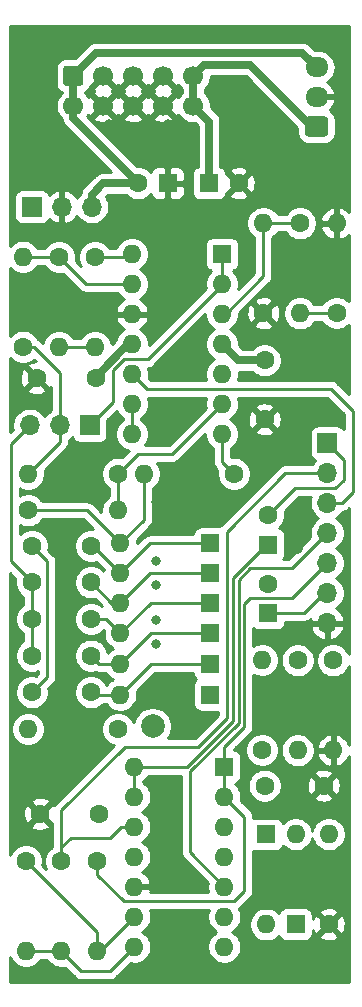
<source format=gbr>
%TF.GenerationSoftware,KiCad,Pcbnew,5.1.9+dfsg1-1~bpo10+1*%
%TF.CreationDate,2022-03-11T22:21:22+08:00*%
%TF.ProjectId,MiniVCF  v1.1 - Main,4d696e69-5643-4462-9020-76312e31202d,rev?*%
%TF.SameCoordinates,Original*%
%TF.FileFunction,Copper,L2,Bot*%
%TF.FilePolarity,Positive*%
%FSLAX46Y46*%
G04 Gerber Fmt 4.6, Leading zero omitted, Abs format (unit mm)*
G04 Created by KiCad (PCBNEW 5.1.9+dfsg1-1~bpo10+1) date 2022-03-11 22:21:22*
%MOMM*%
%LPD*%
G01*
G04 APERTURE LIST*
%TA.AperFunction,ComponentPad*%
%ADD10R,1.600000X1.600000*%
%TD*%
%TA.AperFunction,ComponentPad*%
%ADD11O,1.600000X1.600000*%
%TD*%
%TA.AperFunction,ComponentPad*%
%ADD12C,1.600000*%
%TD*%
%TA.AperFunction,ComponentPad*%
%ADD13C,2.000000*%
%TD*%
%TA.AperFunction,ComponentPad*%
%ADD14O,1.950000X1.700000*%
%TD*%
%TA.AperFunction,ComponentPad*%
%ADD15C,1.700000*%
%TD*%
%TA.AperFunction,ComponentPad*%
%ADD16O,1.700000X1.700000*%
%TD*%
%TA.AperFunction,ComponentPad*%
%ADD17R,1.700000X1.700000*%
%TD*%
%TA.AperFunction,ViaPad*%
%ADD18C,0.800000*%
%TD*%
%TA.AperFunction,Conductor*%
%ADD19C,0.250000*%
%TD*%
%TA.AperFunction,Conductor*%
%ADD20C,0.650000*%
%TD*%
%TA.AperFunction,Conductor*%
%ADD21C,0.254000*%
%TD*%
%TA.AperFunction,Conductor*%
%ADD22C,0.100000*%
%TD*%
G04 APERTURE END LIST*
D10*
%TO.P,D11,1*%
%TO.N,Net-(D10-Pad2)*%
X126327000Y-122141500D03*
D11*
%TO.P,D11,2*%
%TO.N,RESO_FEEDBACK*%
X126327000Y-129761500D03*
%TD*%
D10*
%TO.P,D10,1*%
%TO.N,RESO_FEEDBACK*%
X128827000Y-129741500D03*
D11*
%TO.P,D10,2*%
%TO.N,Net-(D10-Pad2)*%
X128827000Y-122121500D03*
%TD*%
%TO.P,R16,2*%
%TO.N,Net-(D10-Pad2)*%
X131627000Y-122121500D03*
D12*
%TO.P,R16,1*%
%TO.N,GND2*%
X131627000Y-129741500D03*
%TD*%
D13*
%TO.P,REF\u002A\u002A,1*%
%TO.N,N/C*%
X116713000Y-112980000D03*
%TD*%
D10*
%TO.P,U2,1*%
%TO.N,B_5*%
X122800000Y-116400000D03*
D11*
%TO.P,U2,8*%
%TO.N,Net-(R19-Pad2)*%
X115180000Y-131640000D03*
%TO.P,U2,2*%
%TO.N,B_5*%
X122800000Y-118940000D03*
%TO.P,U2,9*%
%TO.N,Net-(R17-Pad2)*%
X115180000Y-129100000D03*
%TO.P,U2,3*%
%TO.N,Net-(C4-Pad1)*%
X122800000Y-121480000D03*
%TO.P,U2,10*%
%TO.N,GND2*%
X115180000Y-126560000D03*
%TO.P,U2,4*%
%TO.N,+12V*%
X122800000Y-124020000D03*
%TO.P,U2,11*%
%TO.N,-12V*%
X115180000Y-124020000D03*
%TO.P,U2,5*%
%TO.N,B_6*%
X122800000Y-126560000D03*
%TO.P,U2,12*%
%TO.N,B_CLIPPING_LEDS*%
X115180000Y-121480000D03*
%TO.P,U2,6*%
%TO.N,Net-(D10-Pad2)*%
X122800000Y-129100000D03*
%TO.P,U2,13*%
%TO.N,Net-(C7-Pad1)*%
X115180000Y-118940000D03*
%TO.P,U2,7*%
%TO.N,RESO_FEEDBACK*%
X122800000Y-131640000D03*
%TO.P,U2,14*%
%TO.N,Net-(C7-Pad1)*%
X115180000Y-116400000D03*
%TD*%
D10*
%TO.P,C1,1*%
%TO.N,B_AUDIO_IN*%
X126500000Y-103400000D03*
D12*
%TO.P,C1,2*%
%TO.N,Net-(C1-Pad2)*%
X126500000Y-100900000D03*
%TD*%
%TO.P,C7,2*%
%TO.N,B_AUDIO_OUT*%
X126500000Y-95100000D03*
D10*
%TO.P,C7,1*%
%TO.N,Net-(C7-Pad1)*%
X126500000Y-97600000D03*
%TD*%
D12*
%TO.P,C10,1*%
%TO.N,+12V*%
X126200000Y-82000000D03*
%TO.P,C10,2*%
%TO.N,GND2*%
X126200000Y-87000000D03*
%TD*%
%TO.P,C11,2*%
%TO.N,-12V*%
X111900000Y-83500000D03*
%TO.P,C11,1*%
%TO.N,GND2*%
X106900000Y-83500000D03*
%TD*%
%TO.P,R1,1*%
%TO.N,Net-(C1-Pad2)*%
X132300000Y-78000000D03*
D11*
%TO.P,R1,2*%
%TO.N,GND2*%
X132300000Y-70380000D03*
%TD*%
%TO.P,R2,2*%
%TO.N,Net-(C1-Pad2)*%
X129200000Y-78020000D03*
D12*
%TO.P,R2,1*%
%TO.N,Net-(R2-Pad1)*%
X129200000Y-70400000D03*
%TD*%
D11*
%TO.P,R3,2*%
%TO.N,Net-(R2-Pad1)*%
X126100000Y-70380000D03*
D12*
%TO.P,R3,1*%
%TO.N,GND2*%
X126100000Y-78000000D03*
%TD*%
D11*
%TO.P,R6,2*%
%TO.N,Net-(R10-Pad1)*%
X105750000Y-73230000D03*
D12*
%TO.P,R6,1*%
%TO.N,B_7*%
X105750000Y-80850000D03*
%TD*%
D11*
%TO.P,R10,2*%
%TO.N,Net-(D6-Pad1)*%
X108800000Y-80870000D03*
D12*
%TO.P,R10,1*%
%TO.N,Net-(R10-Pad1)*%
X108800000Y-73250000D03*
%TD*%
%TO.P,R12,1*%
%TO.N,Net-(R12-Pad1)*%
X111850000Y-73250000D03*
D11*
%TO.P,R12,2*%
%TO.N,Net-(D6-Pad1)*%
X111850000Y-80870000D03*
%TD*%
%TO.P,U1,14*%
%TO.N,Net-(R12-Pad1)*%
X114980000Y-73000000D03*
%TO.P,U1,7*%
%TO.N,Net-(R11-Pad1)*%
X122600000Y-88240000D03*
%TO.P,U1,13*%
%TO.N,Net-(R10-Pad1)*%
X114980000Y-75540000D03*
%TO.P,U1,6*%
%TO.N,Net-(R4-Pad1)*%
X122600000Y-85700000D03*
%TO.P,U1,12*%
%TO.N,GND2*%
X114980000Y-78080000D03*
%TO.P,U1,5*%
%TO.N,Net-(R5-Pad1)*%
X122600000Y-83160000D03*
%TO.P,U1,11*%
%TO.N,-12V*%
X114980000Y-80620000D03*
%TO.P,U1,4*%
%TO.N,+12V*%
X122600000Y-80620000D03*
%TO.P,U1,10*%
%TO.N,B_CV_IN*%
X114980000Y-83160000D03*
%TO.P,U1,3*%
%TO.N,Net-(R2-Pad1)*%
X122600000Y-78080000D03*
%TO.P,U1,9*%
%TO.N,Net-(R5-Pad2)*%
X114980000Y-85700000D03*
%TO.P,U1,2*%
%TO.N,B_8*%
X122600000Y-75540000D03*
%TO.P,U1,8*%
%TO.N,Net-(R5-Pad2)*%
X114980000Y-88240000D03*
D10*
%TO.P,U1,1*%
%TO.N,B_8*%
X122600000Y-73000000D03*
%TD*%
D12*
%TO.P,C8,2*%
%TO.N,GND2*%
X124000000Y-67000000D03*
D10*
%TO.P,C8,1*%
%TO.N,+12V*%
X121500000Y-67000000D03*
%TD*%
%TO.P,C9,1*%
%TO.N,GND2*%
X118000000Y-67000000D03*
D12*
%TO.P,C9,2*%
%TO.N,-12V*%
X115500000Y-67000000D03*
%TD*%
%TO.P,J1,1*%
%TO.N,+12V*%
%TA.AperFunction,ComponentPad*%
G36*
G01*
X131325000Y-63050000D02*
X129875000Y-63050000D01*
G75*
G02*
X129625000Y-62800000I0J250000D01*
G01*
X129625000Y-61600000D01*
G75*
G02*
X129875000Y-61350000I250000J0D01*
G01*
X131325000Y-61350000D01*
G75*
G02*
X131575000Y-61600000I0J-250000D01*
G01*
X131575000Y-62800000D01*
G75*
G02*
X131325000Y-63050000I-250000J0D01*
G01*
G37*
%TD.AperFunction*%
D14*
%TO.P,J1,2*%
%TO.N,GND2*%
X130600000Y-59700000D03*
%TO.P,J1,3*%
%TO.N,-12V*%
X130600000Y-57200000D03*
%TD*%
%TO.P,J2,1*%
%TO.N,-12V*%
%TA.AperFunction,ComponentPad*%
G36*
G01*
X109400000Y-57050000D02*
X110600000Y-57050000D01*
G75*
G02*
X110850000Y-57300000I0J-250000D01*
G01*
X110850000Y-58500000D01*
G75*
G02*
X110600000Y-58750000I-250000J0D01*
G01*
X109400000Y-58750000D01*
G75*
G02*
X109150000Y-58500000I0J250000D01*
G01*
X109150000Y-57300000D01*
G75*
G02*
X109400000Y-57050000I250000J0D01*
G01*
G37*
%TD.AperFunction*%
D15*
%TO.P,J2,3*%
%TO.N,GND2*%
X112540000Y-57900000D03*
%TO.P,J2,5*%
X115080000Y-57900000D03*
%TO.P,J2,7*%
X117620000Y-57900000D03*
%TO.P,J2,9*%
%TO.N,+12V*%
X120160000Y-57900000D03*
%TO.P,J2,2*%
%TO.N,-12V*%
X110000000Y-60440000D03*
%TO.P,J2,4*%
%TO.N,GND2*%
X112540000Y-60440000D03*
%TO.P,J2,6*%
X115080000Y-60440000D03*
%TO.P,J2,8*%
X117620000Y-60440000D03*
%TO.P,J2,10*%
%TO.N,+12V*%
X120160000Y-60440000D03*
%TD*%
D16*
%TO.P,J7,3*%
%TO.N,-12V*%
X111580000Y-69000000D03*
%TO.P,J7,2*%
%TO.N,GND2*%
X109040000Y-69000000D03*
D17*
%TO.P,J7,1*%
%TO.N,+12V*%
X106500000Y-69000000D03*
%TD*%
%TO.P,J8,1*%
%TO.N,B_AUDIO_OUT*%
X131500000Y-89000000D03*
D16*
%TO.P,J8,2*%
%TO.N,B_CLIPPING_LEDS*%
X131500000Y-91540000D03*
%TO.P,J8,3*%
%TO.N,B_CV_IN*%
X131500000Y-94080000D03*
%TO.P,J8,4*%
%TO.N,B_6*%
X131500000Y-96620000D03*
%TO.P,J8,5*%
%TO.N,B_5*%
X131500000Y-99160000D03*
%TO.P,J8,6*%
%TO.N,B_AUDIO_IN*%
X131500000Y-101700000D03*
%TO.P,J8,7*%
%TO.N,GND2*%
X131500000Y-104240000D03*
%TD*%
D17*
%TO.P,J12,1*%
%TO.N,B_8*%
X111400000Y-87500000D03*
D16*
%TO.P,J12,2*%
%TO.N,B_7*%
X108860000Y-87500000D03*
%TO.P,J12,3*%
%TO.N,B_9*%
X106320000Y-87500000D03*
%TD*%
D12*
%TO.P,C2,1*%
%TO.N,Net-(C2-Pad1)*%
X111500000Y-97700000D03*
%TO.P,C2,2*%
%TO.N,RESO_FEEDBACK*%
X106500000Y-97700000D03*
%TD*%
%TO.P,C3,2*%
%TO.N,B_9*%
X106500000Y-100800000D03*
%TO.P,C3,1*%
%TO.N,Net-(C3-Pad1)*%
X111500000Y-100800000D03*
%TD*%
%TO.P,C4,2*%
%TO.N,B_9*%
X106500000Y-103900000D03*
%TO.P,C4,1*%
%TO.N,Net-(C4-Pad1)*%
X111500000Y-103900000D03*
%TD*%
%TO.P,C5,1*%
%TO.N,Net-(C5-Pad1)*%
X111500000Y-107000000D03*
%TO.P,C5,2*%
%TO.N,B_9*%
X106500000Y-107000000D03*
%TD*%
%TO.P,C6,2*%
%TO.N,RESO_FEEDBACK*%
X106500000Y-110100000D03*
%TO.P,C6,1*%
%TO.N,Net-(C6-Pad1)*%
X111500000Y-110100000D03*
%TD*%
%TO.P,C12,1*%
%TO.N,+12V*%
X126200000Y-118000000D03*
%TO.P,C12,2*%
%TO.N,GND2*%
X131200000Y-118000000D03*
%TD*%
%TO.P,C13,2*%
%TO.N,-12V*%
X112200000Y-120400000D03*
%TO.P,C13,1*%
%TO.N,GND2*%
X107200000Y-120400000D03*
%TD*%
D11*
%TO.P,D1,2*%
%TO.N,Net-(D1-Pad2)*%
X113980000Y-97500000D03*
D10*
%TO.P,D1,1*%
%TO.N,Net-(C2-Pad1)*%
X121600000Y-97500000D03*
%TD*%
%TO.P,D2,1*%
%TO.N,Net-(C3-Pad1)*%
X121600000Y-100000000D03*
D11*
%TO.P,D2,2*%
%TO.N,Net-(C2-Pad1)*%
X113980000Y-100000000D03*
%TD*%
%TO.P,D3,2*%
%TO.N,Net-(C3-Pad1)*%
X113980000Y-102500000D03*
D10*
%TO.P,D3,1*%
%TO.N,Net-(C4-Pad1)*%
X121600000Y-102500000D03*
%TD*%
D11*
%TO.P,D4,2*%
%TO.N,Net-(C4-Pad1)*%
X114000000Y-105100000D03*
D10*
%TO.P,D4,1*%
%TO.N,Net-(C5-Pad1)*%
X121620000Y-105100000D03*
%TD*%
%TO.P,D5,1*%
%TO.N,Net-(C6-Pad1)*%
X121600000Y-107700000D03*
D11*
%TO.P,D5,2*%
%TO.N,Net-(C5-Pad1)*%
X113980000Y-107700000D03*
%TD*%
%TO.P,D6,2*%
%TO.N,Net-(C6-Pad1)*%
X113980000Y-110300000D03*
D10*
%TO.P,D6,1*%
%TO.N,Net-(D6-Pad1)*%
X121600000Y-110300000D03*
%TD*%
D11*
%TO.P,R4,2*%
%TO.N,B_7*%
X106180000Y-91600000D03*
D12*
%TO.P,R4,1*%
%TO.N,Net-(R4-Pad1)*%
X113800000Y-91600000D03*
%TD*%
%TO.P,R5,1*%
%TO.N,Net-(R5-Pad1)*%
X129000000Y-107400000D03*
D11*
%TO.P,R5,2*%
%TO.N,Net-(R5-Pad2)*%
X129000000Y-115020000D03*
%TD*%
%TO.P,R7,2*%
%TO.N,Net-(R10-Pad1)*%
X126000000Y-107380000D03*
D12*
%TO.P,R7,1*%
%TO.N,Net-(R5-Pad2)*%
X126000000Y-115000000D03*
%TD*%
%TO.P,R8,1*%
%TO.N,Net-(R5-Pad1)*%
X132000000Y-107400000D03*
D11*
%TO.P,R8,2*%
%TO.N,GND2*%
X132000000Y-115020000D03*
%TD*%
%TO.P,R9,2*%
%TO.N,Net-(R4-Pad1)*%
X113820000Y-94700000D03*
D12*
%TO.P,R9,1*%
%TO.N,Net-(D1-Pad2)*%
X106200000Y-94700000D03*
%TD*%
%TO.P,R11,1*%
%TO.N,Net-(R11-Pad1)*%
X123600000Y-91600000D03*
D11*
%TO.P,R11,2*%
%TO.N,Net-(D1-Pad2)*%
X115980000Y-91600000D03*
%TD*%
%TO.P,R17,2*%
%TO.N,Net-(R17-Pad2)*%
X112000000Y-132020000D03*
D12*
%TO.P,R17,1*%
%TO.N,B_5*%
X112000000Y-124400000D03*
%TD*%
%TO.P,R18,1*%
%TO.N,Net-(D10-Pad2)*%
X113800000Y-113200000D03*
D11*
%TO.P,R18,2*%
%TO.N,RESO_FEEDBACK*%
X106180000Y-113200000D03*
%TD*%
D12*
%TO.P,R19,1*%
%TO.N,Net-(R17-Pad2)*%
X106000000Y-124400000D03*
D11*
%TO.P,R19,2*%
%TO.N,Net-(R19-Pad2)*%
X106000000Y-132020000D03*
%TD*%
%TO.P,R21,2*%
%TO.N,Net-(R19-Pad2)*%
X109000000Y-132020000D03*
D12*
%TO.P,R21,1*%
%TO.N,B_CLIPPING_LEDS*%
X109000000Y-124400000D03*
%TD*%
D18*
%TO.N,*%
X117000000Y-99000000D03*
X117000000Y-101000000D03*
X117000000Y-104000000D03*
X117000000Y-106000000D03*
%TO.N,GND2*%
X132000000Y-73000000D03*
X130000000Y-75000000D03*
X128000000Y-74000000D03*
X127000000Y-76000000D03*
X129000000Y-80000000D03*
X131000000Y-81000000D03*
X128000000Y-89000000D03*
X126000000Y-91000000D03*
X120000000Y-81000000D03*
X119000000Y-86000000D03*
X118000000Y-76000000D03*
X119000000Y-77000000D03*
X119000000Y-74000000D03*
X117000000Y-73000000D03*
X129000000Y-81000000D03*
X132000000Y-80000000D03*
X133000000Y-81000000D03*
X129000000Y-95000000D03*
X129000000Y-98000000D03*
X131000000Y-83000000D03*
X129000000Y-83000000D03*
X132000000Y-86000000D03*
X130000000Y-86000000D03*
X128000000Y-86000000D03*
X132000000Y-75000000D03*
X133000000Y-67000000D03*
X131000000Y-66000000D03*
X130000000Y-68000000D03*
X128000000Y-67000000D03*
X126000000Y-68000000D03*
X108000000Y-56000000D03*
X107000000Y-57000000D03*
X105000000Y-60000000D03*
X108000000Y-59000000D03*
X107000000Y-63000000D03*
X113000000Y-62000000D03*
X115000000Y-63000000D03*
X117000000Y-63000000D03*
X118000000Y-62000000D03*
X120000000Y-63000000D03*
X107000000Y-65000000D03*
X123000000Y-60000000D03*
X124000000Y-60000000D03*
X127000000Y-63000000D03*
X124000000Y-63000000D03*
X117000000Y-94000000D03*
X117000000Y-96000000D03*
X117000000Y-109000000D03*
X111000000Y-115000000D03*
X111500000Y-116000000D03*
X108000000Y-115000000D03*
X109000000Y-116500000D03*
X107500000Y-117500000D03*
X106500000Y-116000000D03*
X108500000Y-111500000D03*
X109000000Y-113000000D03*
X109000000Y-107000000D03*
X109000000Y-100500000D03*
X109000000Y-103000000D03*
X108000000Y-93500000D03*
X109000000Y-91000000D03*
X111500000Y-93000000D03*
X112000000Y-90000000D03*
X111500000Y-91500000D03*
X120500000Y-94500000D03*
X117500000Y-120500000D03*
X117500000Y-123000000D03*
X117500000Y-125500000D03*
X128500000Y-118000000D03*
X126000000Y-109500000D03*
X126000000Y-111000000D03*
X128500000Y-111500000D03*
X128500000Y-113000000D03*
X131000000Y-111500000D03*
X132000000Y-110500000D03*
X117400000Y-129500000D03*
X118700000Y-130500000D03*
X118300000Y-132300000D03*
X120100000Y-132700000D03*
X126027000Y-126341500D03*
%TD*%
D19*
%TO.N,B_AUDIO_IN*%
X129500000Y-103400000D02*
X126500000Y-103400000D01*
X131500000Y-101700000D02*
X131200000Y-101700000D01*
X131200000Y-101700000D02*
X129500000Y-103400000D01*
%TO.N,Net-(C1-Pad2)*%
X129220000Y-78000000D02*
X129200000Y-78020000D01*
X132300000Y-78000000D02*
X129220000Y-78000000D01*
%TO.N,Net-(C2-Pad1)*%
X111680000Y-97700000D02*
X111500000Y-97700000D01*
X113980000Y-100000000D02*
X111680000Y-97700000D01*
X116480000Y-97500000D02*
X113980000Y-100000000D01*
X121600000Y-97500000D02*
X116480000Y-97500000D01*
%TO.N,RESO_FEEDBACK*%
X107800000Y-108800000D02*
X106500000Y-110100000D01*
X106500000Y-97700000D02*
X107800000Y-99000000D01*
X107800000Y-99000000D02*
X107800000Y-108800000D01*
%TO.N,B_9*%
X106500000Y-100800000D02*
X106500000Y-107000000D01*
X104700000Y-99000000D02*
X106500000Y-100800000D01*
X106320000Y-87500000D02*
X104700000Y-89120000D01*
X104700000Y-89120000D02*
X104700000Y-99000000D01*
%TO.N,Net-(C3-Pad1)*%
X113200000Y-102500000D02*
X113980000Y-102500000D01*
X111500000Y-100800000D02*
X113200000Y-102500000D01*
X116480000Y-100000000D02*
X113980000Y-102500000D01*
X121600000Y-100000000D02*
X116480000Y-100000000D01*
%TO.N,Net-(C4-Pad1)*%
X112800000Y-103900000D02*
X114000000Y-105100000D01*
X111500000Y-103900000D02*
X112800000Y-103900000D01*
X116600000Y-102500000D02*
X114000000Y-105100000D01*
X121600000Y-102500000D02*
X116600000Y-102500000D01*
%TO.N,Net-(C5-Pad1)*%
X112200000Y-107700000D02*
X111500000Y-107000000D01*
X113980000Y-107700000D02*
X112200000Y-107700000D01*
X116580000Y-105100000D02*
X113980000Y-107700000D01*
X121620000Y-105100000D02*
X116580000Y-105100000D01*
%TO.N,Net-(C6-Pad1)*%
X111700000Y-110300000D02*
X111500000Y-110100000D01*
X113980000Y-110300000D02*
X111700000Y-110300000D01*
X116600000Y-107700000D02*
X121600000Y-107700000D01*
X113980000Y-110300000D02*
X114000000Y-110300000D01*
X114000000Y-110300000D02*
X116600000Y-107700000D01*
%TO.N,B_AUDIO_OUT*%
X132900000Y-92100000D02*
X132200000Y-92800000D01*
X128800000Y-92800000D02*
X126500000Y-95100000D01*
X132200000Y-92800000D02*
X128800000Y-92800000D01*
X131500000Y-89000000D02*
X132900000Y-90400000D01*
X132900000Y-90400000D02*
X132900000Y-92100000D01*
%TO.N,Net-(C7-Pad1)*%
X115180000Y-116400000D02*
X115180000Y-118940000D01*
X123500000Y-100463589D02*
X123500000Y-112500000D01*
X126363589Y-97600000D02*
X123500000Y-100463589D01*
X123500000Y-112500000D02*
X119600000Y-116400000D01*
X126450000Y-97600000D02*
X126363589Y-97600000D01*
X119600000Y-116400000D02*
X115180000Y-116400000D01*
D20*
%TO.N,+12V*%
X120160000Y-57900000D02*
X120160000Y-60440000D01*
X121500000Y-61780000D02*
X121500000Y-67000000D01*
X120160000Y-60440000D02*
X121500000Y-61780000D01*
X121060000Y-57000000D02*
X120160000Y-57900000D01*
X125000000Y-57000000D02*
X121060000Y-57000000D01*
X130600000Y-62200000D02*
X130200000Y-62200000D01*
X130200000Y-62200000D02*
X125000000Y-57000000D01*
X123980000Y-82000000D02*
X122600000Y-80620000D01*
X126100000Y-82000000D02*
X123980000Y-82000000D01*
%TO.N,-12V*%
X110000000Y-57900000D02*
X110000000Y-60440000D01*
X111900000Y-56000000D02*
X110000000Y-57900000D01*
X130600000Y-57200000D02*
X129400000Y-56000000D01*
X129400000Y-56000000D02*
X111900000Y-56000000D01*
X110000000Y-61500000D02*
X115500000Y-67000000D01*
X110000000Y-60440000D02*
X110000000Y-61500000D01*
X111580000Y-67960000D02*
X111580000Y-69000000D01*
X115500000Y-67000000D02*
X112540000Y-67000000D01*
X112540000Y-67000000D02*
X111580000Y-67960000D01*
X111900000Y-83380748D02*
X111900000Y-83500000D01*
X114980000Y-80620000D02*
X114660748Y-80620000D01*
X114660748Y-80620000D02*
X111900000Y-83380748D01*
D19*
%TO.N,Net-(D1-Pad2)*%
X115980000Y-95500000D02*
X113980000Y-97500000D01*
X115980000Y-91600000D02*
X115980000Y-95500000D01*
X111180000Y-94700000D02*
X106200000Y-94700000D01*
X113980000Y-97500000D02*
X111180000Y-94700000D01*
%TO.N,Net-(D6-Pad1)*%
X108800000Y-80870000D02*
X111850000Y-80870000D01*
%TO.N,B_CLIPPING_LEDS*%
X109000000Y-123200000D02*
X109000000Y-124400000D01*
X109800000Y-122400000D02*
X109000000Y-123200000D01*
X113100000Y-122400000D02*
X109800000Y-122400000D01*
X115180000Y-121480000D02*
X114020000Y-121480000D01*
X114020000Y-121480000D02*
X113100000Y-122400000D01*
X109000000Y-120100000D02*
X109000000Y-124400000D01*
X131500000Y-91540000D02*
X127960000Y-91540000D01*
X120600000Y-114700000D02*
X114400000Y-114700000D01*
X127960000Y-91540000D02*
X123000000Y-96500000D01*
X123000000Y-96500000D02*
X123000000Y-112300000D01*
X123000000Y-112300000D02*
X120600000Y-114700000D01*
X114400000Y-114700000D02*
X109000000Y-120100000D01*
%TO.N,B_CV_IN*%
X131800000Y-84400000D02*
X116220000Y-84400000D01*
X116220000Y-84400000D02*
X114980000Y-83160000D01*
X133649990Y-86249990D02*
X131800000Y-84400000D01*
X133649990Y-93150010D02*
X133649990Y-86249990D01*
X131500000Y-94080000D02*
X132720000Y-94080000D01*
X132720000Y-94080000D02*
X133649990Y-93150010D01*
%TO.N,B_6*%
X124000000Y-112700000D02*
X119900000Y-116800000D01*
X125000000Y-99600000D02*
X124000000Y-100600000D01*
X119900000Y-116800000D02*
X119900000Y-123660000D01*
X128520000Y-99600000D02*
X125000000Y-99600000D01*
X119900000Y-123660000D02*
X122800000Y-126560000D01*
X124000000Y-100600000D02*
X124000000Y-112700000D01*
X131500000Y-96620000D02*
X128520000Y-99600000D01*
%TO.N,B_5*%
X122800000Y-116400000D02*
X122800000Y-118940000D01*
X112000000Y-125531370D02*
X112000000Y-124400000D01*
X114268630Y-127800000D02*
X112000000Y-125531370D01*
X123600000Y-127800000D02*
X114268630Y-127800000D01*
X122800000Y-118940000D02*
X124500000Y-120640000D01*
X124500000Y-126900000D02*
X123600000Y-127800000D01*
X124500000Y-120640000D02*
X124500000Y-126900000D01*
X124500000Y-113000000D02*
X122800000Y-114700000D01*
X124500000Y-102600000D02*
X124500000Y-113000000D01*
X125000000Y-102100000D02*
X124500000Y-102600000D01*
X131500000Y-99160000D02*
X128560000Y-102100000D01*
X122800000Y-114700000D02*
X122800000Y-116400000D01*
X128560000Y-102100000D02*
X125000000Y-102100000D01*
%TO.N,B_7*%
X108860000Y-88920000D02*
X106180000Y-91600000D01*
X108860000Y-87500000D02*
X108860000Y-88920000D01*
X108860000Y-83028630D02*
X108860000Y-87500000D01*
X105550000Y-80850000D02*
X106681370Y-80850000D01*
X106681370Y-80850000D02*
X108860000Y-83028630D01*
%TO.N,B_8*%
X122600000Y-73000000D02*
X122600000Y-75540000D01*
X113400000Y-82800000D02*
X113400000Y-85500000D01*
X114300000Y-81900000D02*
X113400000Y-82800000D01*
X113400000Y-85500000D02*
X111400000Y-87500000D01*
X116300000Y-81900000D02*
X114300000Y-81900000D01*
X122600000Y-75540000D02*
X122600000Y-75600000D01*
X122600000Y-75600000D02*
X116300000Y-81900000D01*
%TO.N,Net-(R2-Pad1)*%
X126100000Y-74880000D02*
X122900000Y-78080000D01*
X126100000Y-70380000D02*
X126100000Y-74880000D01*
X126120000Y-70400000D02*
X126100000Y-70380000D01*
X129200000Y-70400000D02*
X126120000Y-70400000D01*
%TO.N,Net-(R4-Pad1)*%
X113800000Y-94680000D02*
X113820000Y-94700000D01*
X113800000Y-91600000D02*
X113800000Y-94680000D01*
X122600000Y-85700000D02*
X118400000Y-89900000D01*
X115500000Y-89900000D02*
X113800000Y-91600000D01*
X118400000Y-89900000D02*
X115500000Y-89900000D01*
%TO.N,Net-(R5-Pad2)*%
X114980000Y-88240000D02*
X114980000Y-85700000D01*
%TO.N,Net-(R10-Pad1)*%
X111090000Y-75540000D02*
X108800000Y-73250000D01*
X114980000Y-75540000D02*
X111090000Y-75540000D01*
X105770000Y-73250000D02*
X105750000Y-73230000D01*
X108800000Y-73250000D02*
X105770000Y-73250000D01*
%TO.N,Net-(R11-Pad1)*%
X122600000Y-90600000D02*
X123600000Y-91600000D01*
X122600000Y-88240000D02*
X122600000Y-90600000D01*
%TO.N,Net-(R12-Pad1)*%
X114730000Y-73250000D02*
X114980000Y-73000000D01*
X111850000Y-73250000D02*
X114730000Y-73250000D01*
%TO.N,Net-(R17-Pad2)*%
X112260000Y-132020000D02*
X112000000Y-132020000D01*
X115180000Y-129100000D02*
X112260000Y-132020000D01*
X112000000Y-130400000D02*
X106000000Y-124400000D01*
X112000000Y-132020000D02*
X112000000Y-130400000D01*
%TO.N,Net-(R19-Pad2)*%
X115180000Y-131640000D02*
X113100000Y-133720000D01*
X110700000Y-133720000D02*
X109000000Y-132020000D01*
X113100000Y-133720000D02*
X110700000Y-133720000D01*
X109000000Y-132020000D02*
X106000000Y-132020000D01*
%TD*%
D21*
%TO.N,GND2*%
X133340000Y-106885213D02*
X133271680Y-106720273D01*
X133114637Y-106485241D01*
X132914759Y-106285363D01*
X132679727Y-106128320D01*
X132418574Y-106020147D01*
X132141335Y-105965000D01*
X131858665Y-105965000D01*
X131581426Y-106020147D01*
X131320273Y-106128320D01*
X131085241Y-106285363D01*
X130885363Y-106485241D01*
X130728320Y-106720273D01*
X130620147Y-106981426D01*
X130565000Y-107258665D01*
X130565000Y-107541335D01*
X130620147Y-107818574D01*
X130728320Y-108079727D01*
X130885363Y-108314759D01*
X131085241Y-108514637D01*
X131320273Y-108671680D01*
X131581426Y-108779853D01*
X131858665Y-108835000D01*
X132141335Y-108835000D01*
X132418574Y-108779853D01*
X132679727Y-108671680D01*
X132914759Y-108514637D01*
X133114637Y-108314759D01*
X133271680Y-108079727D01*
X133340000Y-107914787D01*
X133340000Y-114526003D01*
X133297070Y-114406119D01*
X133152385Y-114164869D01*
X132963414Y-113956481D01*
X132737420Y-113788963D01*
X132483087Y-113668754D01*
X132349039Y-113628096D01*
X132127000Y-113750085D01*
X132127000Y-114893000D01*
X132147000Y-114893000D01*
X132147000Y-115147000D01*
X132127000Y-115147000D01*
X132127000Y-116289915D01*
X132349039Y-116411904D01*
X132483087Y-116371246D01*
X132737420Y-116251037D01*
X132963414Y-116083519D01*
X133152385Y-115875131D01*
X133297070Y-115633881D01*
X133340000Y-115513997D01*
X133340000Y-134590000D01*
X104660000Y-134590000D01*
X104660000Y-132534788D01*
X104728320Y-132699727D01*
X104885363Y-132934759D01*
X105085241Y-133134637D01*
X105320273Y-133291680D01*
X105581426Y-133399853D01*
X105858665Y-133455000D01*
X106141335Y-133455000D01*
X106418574Y-133399853D01*
X106679727Y-133291680D01*
X106914759Y-133134637D01*
X107114637Y-132934759D01*
X107218043Y-132780000D01*
X107781957Y-132780000D01*
X107885363Y-132934759D01*
X108085241Y-133134637D01*
X108320273Y-133291680D01*
X108581426Y-133399853D01*
X108858665Y-133455000D01*
X109141335Y-133455000D01*
X109323886Y-133418688D01*
X110136201Y-134231003D01*
X110159999Y-134260001D01*
X110188997Y-134283799D01*
X110275723Y-134354974D01*
X110407753Y-134425546D01*
X110551014Y-134469003D01*
X110662667Y-134480000D01*
X110662676Y-134480000D01*
X110699999Y-134483676D01*
X110737322Y-134480000D01*
X113062678Y-134480000D01*
X113100000Y-134483676D01*
X113137322Y-134480000D01*
X113137333Y-134480000D01*
X113248986Y-134469003D01*
X113392247Y-134425546D01*
X113524276Y-134354974D01*
X113640001Y-134260001D01*
X113663804Y-134230997D01*
X114856114Y-133038688D01*
X115038665Y-133075000D01*
X115321335Y-133075000D01*
X115598574Y-133019853D01*
X115859727Y-132911680D01*
X116094759Y-132754637D01*
X116294637Y-132554759D01*
X116451680Y-132319727D01*
X116559853Y-132058574D01*
X116615000Y-131781335D01*
X116615000Y-131498665D01*
X116559853Y-131221426D01*
X116451680Y-130960273D01*
X116294637Y-130725241D01*
X116094759Y-130525363D01*
X115862241Y-130370000D01*
X116094759Y-130214637D01*
X116294637Y-130014759D01*
X116451680Y-129779727D01*
X116559853Y-129518574D01*
X116615000Y-129241335D01*
X116615000Y-128958665D01*
X116559853Y-128681426D01*
X116509557Y-128560000D01*
X121470443Y-128560000D01*
X121420147Y-128681426D01*
X121365000Y-128958665D01*
X121365000Y-129241335D01*
X121420147Y-129518574D01*
X121528320Y-129779727D01*
X121685363Y-130014759D01*
X121885241Y-130214637D01*
X122117759Y-130370000D01*
X121885241Y-130525363D01*
X121685363Y-130725241D01*
X121528320Y-130960273D01*
X121420147Y-131221426D01*
X121365000Y-131498665D01*
X121365000Y-131781335D01*
X121420147Y-132058574D01*
X121528320Y-132319727D01*
X121685363Y-132554759D01*
X121885241Y-132754637D01*
X122120273Y-132911680D01*
X122381426Y-133019853D01*
X122658665Y-133075000D01*
X122941335Y-133075000D01*
X123218574Y-133019853D01*
X123479727Y-132911680D01*
X123714759Y-132754637D01*
X123914637Y-132554759D01*
X124071680Y-132319727D01*
X124179853Y-132058574D01*
X124235000Y-131781335D01*
X124235000Y-131498665D01*
X124179853Y-131221426D01*
X124071680Y-130960273D01*
X123914637Y-130725241D01*
X123714759Y-130525363D01*
X123482241Y-130370000D01*
X123714759Y-130214637D01*
X123914637Y-130014759D01*
X124071680Y-129779727D01*
X124137772Y-129620165D01*
X124892000Y-129620165D01*
X124892000Y-129902835D01*
X124947147Y-130180074D01*
X125055320Y-130441227D01*
X125212363Y-130676259D01*
X125412241Y-130876137D01*
X125647273Y-131033180D01*
X125908426Y-131141353D01*
X126185665Y-131196500D01*
X126468335Y-131196500D01*
X126745574Y-131141353D01*
X127006727Y-131033180D01*
X127241759Y-130876137D01*
X127412994Y-130704902D01*
X127437498Y-130785680D01*
X127496463Y-130895994D01*
X127575815Y-130992685D01*
X127672506Y-131072037D01*
X127782820Y-131131002D01*
X127902518Y-131167312D01*
X128027000Y-131179572D01*
X129627000Y-131179572D01*
X129751482Y-131167312D01*
X129871180Y-131131002D01*
X129981494Y-131072037D01*
X130078185Y-130992685D01*
X130157537Y-130895994D01*
X130216502Y-130785680D01*
X130232117Y-130734202D01*
X130813903Y-130734202D01*
X130885486Y-130978171D01*
X131140996Y-131099071D01*
X131415184Y-131167800D01*
X131697512Y-131181717D01*
X131977130Y-131140287D01*
X132243292Y-131045103D01*
X132368514Y-130978171D01*
X132440097Y-130734202D01*
X131627000Y-129921105D01*
X130813903Y-130734202D01*
X130232117Y-130734202D01*
X130252812Y-130665982D01*
X130265072Y-130541500D01*
X130265072Y-130194698D01*
X130323397Y-130357792D01*
X130390329Y-130483014D01*
X130634298Y-130554597D01*
X131447395Y-129741500D01*
X131806605Y-129741500D01*
X132619702Y-130554597D01*
X132863671Y-130483014D01*
X132984571Y-130227504D01*
X133053300Y-129953316D01*
X133067217Y-129670988D01*
X133025787Y-129391370D01*
X132930603Y-129125208D01*
X132863671Y-128999986D01*
X132619702Y-128928403D01*
X131806605Y-129741500D01*
X131447395Y-129741500D01*
X130634298Y-128928403D01*
X130390329Y-128999986D01*
X130269429Y-129255496D01*
X130265072Y-129272878D01*
X130265072Y-128941500D01*
X130252812Y-128817018D01*
X130232118Y-128748798D01*
X130813903Y-128748798D01*
X131627000Y-129561895D01*
X132440097Y-128748798D01*
X132368514Y-128504829D01*
X132113004Y-128383929D01*
X131838816Y-128315200D01*
X131556488Y-128301283D01*
X131276870Y-128342713D01*
X131010708Y-128437897D01*
X130885486Y-128504829D01*
X130813903Y-128748798D01*
X130232118Y-128748798D01*
X130216502Y-128697320D01*
X130157537Y-128587006D01*
X130078185Y-128490315D01*
X129981494Y-128410963D01*
X129871180Y-128351998D01*
X129751482Y-128315688D01*
X129627000Y-128303428D01*
X128027000Y-128303428D01*
X127902518Y-128315688D01*
X127782820Y-128351998D01*
X127672506Y-128410963D01*
X127575815Y-128490315D01*
X127496463Y-128587006D01*
X127437498Y-128697320D01*
X127403684Y-128808788D01*
X127241759Y-128646863D01*
X127006727Y-128489820D01*
X126745574Y-128381647D01*
X126468335Y-128326500D01*
X126185665Y-128326500D01*
X125908426Y-128381647D01*
X125647273Y-128489820D01*
X125412241Y-128646863D01*
X125212363Y-128846741D01*
X125055320Y-129081773D01*
X124947147Y-129342926D01*
X124892000Y-129620165D01*
X124137772Y-129620165D01*
X124179853Y-129518574D01*
X124235000Y-129241335D01*
X124235000Y-128958665D01*
X124179853Y-128681426D01*
X124071680Y-128420273D01*
X124061236Y-128404642D01*
X124140001Y-128340001D01*
X124163803Y-128310998D01*
X125011003Y-127463799D01*
X125040001Y-127440001D01*
X125134974Y-127324276D01*
X125205546Y-127192247D01*
X125249003Y-127048986D01*
X125260000Y-126937333D01*
X125260000Y-126937324D01*
X125263676Y-126900001D01*
X125260000Y-126862678D01*
X125260000Y-123518804D01*
X125282820Y-123531002D01*
X125402518Y-123567312D01*
X125527000Y-123579572D01*
X127127000Y-123579572D01*
X127251482Y-123567312D01*
X127371180Y-123531002D01*
X127481494Y-123472037D01*
X127578185Y-123392685D01*
X127657537Y-123295994D01*
X127716502Y-123185680D01*
X127750316Y-123074212D01*
X127912241Y-123236137D01*
X128147273Y-123393180D01*
X128408426Y-123501353D01*
X128685665Y-123556500D01*
X128968335Y-123556500D01*
X129245574Y-123501353D01*
X129506727Y-123393180D01*
X129741759Y-123236137D01*
X129941637Y-123036259D01*
X130098680Y-122801227D01*
X130206853Y-122540074D01*
X130227000Y-122438790D01*
X130247147Y-122540074D01*
X130355320Y-122801227D01*
X130512363Y-123036259D01*
X130712241Y-123236137D01*
X130947273Y-123393180D01*
X131208426Y-123501353D01*
X131485665Y-123556500D01*
X131768335Y-123556500D01*
X132045574Y-123501353D01*
X132306727Y-123393180D01*
X132541759Y-123236137D01*
X132741637Y-123036259D01*
X132898680Y-122801227D01*
X133006853Y-122540074D01*
X133062000Y-122262835D01*
X133062000Y-121980165D01*
X133006853Y-121702926D01*
X132898680Y-121441773D01*
X132741637Y-121206741D01*
X132541759Y-121006863D01*
X132306727Y-120849820D01*
X132045574Y-120741647D01*
X131768335Y-120686500D01*
X131485665Y-120686500D01*
X131208426Y-120741647D01*
X130947273Y-120849820D01*
X130712241Y-121006863D01*
X130512363Y-121206741D01*
X130355320Y-121441773D01*
X130247147Y-121702926D01*
X130227000Y-121804210D01*
X130206853Y-121702926D01*
X130098680Y-121441773D01*
X129941637Y-121206741D01*
X129741759Y-121006863D01*
X129506727Y-120849820D01*
X129245574Y-120741647D01*
X128968335Y-120686500D01*
X128685665Y-120686500D01*
X128408426Y-120741647D01*
X128147273Y-120849820D01*
X127912241Y-121006863D01*
X127741006Y-121178098D01*
X127716502Y-121097320D01*
X127657537Y-120987006D01*
X127578185Y-120890315D01*
X127481494Y-120810963D01*
X127371180Y-120751998D01*
X127251482Y-120715688D01*
X127127000Y-120703428D01*
X125527000Y-120703428D01*
X125402518Y-120715688D01*
X125282820Y-120751998D01*
X125260000Y-120764196D01*
X125260000Y-120677322D01*
X125263676Y-120639999D01*
X125260000Y-120602676D01*
X125260000Y-120602667D01*
X125249003Y-120491014D01*
X125205546Y-120347753D01*
X125134975Y-120215725D01*
X125134974Y-120215723D01*
X125063799Y-120128997D01*
X125040001Y-120099999D01*
X125011004Y-120076202D01*
X124198688Y-119263886D01*
X124235000Y-119081335D01*
X124235000Y-118798665D01*
X124179853Y-118521426D01*
X124071680Y-118260273D01*
X123914637Y-118025241D01*
X123748061Y-117858665D01*
X124765000Y-117858665D01*
X124765000Y-118141335D01*
X124820147Y-118418574D01*
X124928320Y-118679727D01*
X125085363Y-118914759D01*
X125285241Y-119114637D01*
X125520273Y-119271680D01*
X125781426Y-119379853D01*
X126058665Y-119435000D01*
X126341335Y-119435000D01*
X126618574Y-119379853D01*
X126879727Y-119271680D01*
X127114759Y-119114637D01*
X127236694Y-118992702D01*
X130386903Y-118992702D01*
X130458486Y-119236671D01*
X130713996Y-119357571D01*
X130988184Y-119426300D01*
X131270512Y-119440217D01*
X131550130Y-119398787D01*
X131816292Y-119303603D01*
X131941514Y-119236671D01*
X132013097Y-118992702D01*
X131200000Y-118179605D01*
X130386903Y-118992702D01*
X127236694Y-118992702D01*
X127314637Y-118914759D01*
X127471680Y-118679727D01*
X127579853Y-118418574D01*
X127635000Y-118141335D01*
X127635000Y-118070512D01*
X129759783Y-118070512D01*
X129801213Y-118350130D01*
X129896397Y-118616292D01*
X129963329Y-118741514D01*
X130207298Y-118813097D01*
X131020395Y-118000000D01*
X131379605Y-118000000D01*
X132192702Y-118813097D01*
X132436671Y-118741514D01*
X132557571Y-118486004D01*
X132626300Y-118211816D01*
X132640217Y-117929488D01*
X132598787Y-117649870D01*
X132503603Y-117383708D01*
X132436671Y-117258486D01*
X132192702Y-117186903D01*
X131379605Y-118000000D01*
X131020395Y-118000000D01*
X130207298Y-117186903D01*
X129963329Y-117258486D01*
X129842429Y-117513996D01*
X129773700Y-117788184D01*
X129759783Y-118070512D01*
X127635000Y-118070512D01*
X127635000Y-117858665D01*
X127579853Y-117581426D01*
X127471680Y-117320273D01*
X127314637Y-117085241D01*
X127236694Y-117007298D01*
X130386903Y-117007298D01*
X131200000Y-117820395D01*
X132013097Y-117007298D01*
X131941514Y-116763329D01*
X131686004Y-116642429D01*
X131411816Y-116573700D01*
X131129488Y-116559783D01*
X130849870Y-116601213D01*
X130583708Y-116696397D01*
X130458486Y-116763329D01*
X130386903Y-117007298D01*
X127236694Y-117007298D01*
X127114759Y-116885363D01*
X126879727Y-116728320D01*
X126618574Y-116620147D01*
X126341335Y-116565000D01*
X126058665Y-116565000D01*
X125781426Y-116620147D01*
X125520273Y-116728320D01*
X125285241Y-116885363D01*
X125085363Y-117085241D01*
X124928320Y-117320273D01*
X124820147Y-117581426D01*
X124765000Y-117858665D01*
X123748061Y-117858665D01*
X123716039Y-117826643D01*
X123724482Y-117825812D01*
X123844180Y-117789502D01*
X123954494Y-117730537D01*
X124051185Y-117651185D01*
X124130537Y-117554494D01*
X124189502Y-117444180D01*
X124225812Y-117324482D01*
X124238072Y-117200000D01*
X124238072Y-115600000D01*
X124225812Y-115475518D01*
X124189502Y-115355820D01*
X124130537Y-115245506D01*
X124051185Y-115148815D01*
X123954494Y-115069463D01*
X123844180Y-115010498D01*
X123724482Y-114974188D01*
X123611719Y-114963082D01*
X123716136Y-114858665D01*
X124565000Y-114858665D01*
X124565000Y-115141335D01*
X124620147Y-115418574D01*
X124728320Y-115679727D01*
X124885363Y-115914759D01*
X125085241Y-116114637D01*
X125320273Y-116271680D01*
X125581426Y-116379853D01*
X125858665Y-116435000D01*
X126141335Y-116435000D01*
X126418574Y-116379853D01*
X126679727Y-116271680D01*
X126914759Y-116114637D01*
X127114637Y-115914759D01*
X127271680Y-115679727D01*
X127379853Y-115418574D01*
X127435000Y-115141335D01*
X127435000Y-114878665D01*
X127565000Y-114878665D01*
X127565000Y-115161335D01*
X127620147Y-115438574D01*
X127728320Y-115699727D01*
X127885363Y-115934759D01*
X128085241Y-116134637D01*
X128320273Y-116291680D01*
X128581426Y-116399853D01*
X128858665Y-116455000D01*
X129141335Y-116455000D01*
X129418574Y-116399853D01*
X129679727Y-116291680D01*
X129914759Y-116134637D01*
X130114637Y-115934759D01*
X130271680Y-115699727D01*
X130379853Y-115438574D01*
X130393684Y-115369040D01*
X130608091Y-115369040D01*
X130702930Y-115633881D01*
X130847615Y-115875131D01*
X131036586Y-116083519D01*
X131262580Y-116251037D01*
X131516913Y-116371246D01*
X131650961Y-116411904D01*
X131873000Y-116289915D01*
X131873000Y-115147000D01*
X130729376Y-115147000D01*
X130608091Y-115369040D01*
X130393684Y-115369040D01*
X130435000Y-115161335D01*
X130435000Y-114878665D01*
X130393685Y-114670960D01*
X130608091Y-114670960D01*
X130729376Y-114893000D01*
X131873000Y-114893000D01*
X131873000Y-113750085D01*
X131650961Y-113628096D01*
X131516913Y-113668754D01*
X131262580Y-113788963D01*
X131036586Y-113956481D01*
X130847615Y-114164869D01*
X130702930Y-114406119D01*
X130608091Y-114670960D01*
X130393685Y-114670960D01*
X130379853Y-114601426D01*
X130271680Y-114340273D01*
X130114637Y-114105241D01*
X129914759Y-113905363D01*
X129679727Y-113748320D01*
X129418574Y-113640147D01*
X129141335Y-113585000D01*
X128858665Y-113585000D01*
X128581426Y-113640147D01*
X128320273Y-113748320D01*
X128085241Y-113905363D01*
X127885363Y-114105241D01*
X127728320Y-114340273D01*
X127620147Y-114601426D01*
X127565000Y-114878665D01*
X127435000Y-114878665D01*
X127435000Y-114858665D01*
X127379853Y-114581426D01*
X127271680Y-114320273D01*
X127114637Y-114085241D01*
X126914759Y-113885363D01*
X126679727Y-113728320D01*
X126418574Y-113620147D01*
X126141335Y-113565000D01*
X125858665Y-113565000D01*
X125581426Y-113620147D01*
X125320273Y-113728320D01*
X125085241Y-113885363D01*
X124885363Y-114085241D01*
X124728320Y-114320273D01*
X124620147Y-114581426D01*
X124565000Y-114858665D01*
X123716136Y-114858665D01*
X125011003Y-113563799D01*
X125040001Y-113540001D01*
X125066332Y-113507917D01*
X125134974Y-113424277D01*
X125205546Y-113292247D01*
X125214212Y-113263677D01*
X125249003Y-113148986D01*
X125260000Y-113037333D01*
X125260000Y-113037324D01*
X125263676Y-113000001D01*
X125260000Y-112962678D01*
X125260000Y-108611407D01*
X125320273Y-108651680D01*
X125581426Y-108759853D01*
X125858665Y-108815000D01*
X126141335Y-108815000D01*
X126418574Y-108759853D01*
X126679727Y-108651680D01*
X126914759Y-108494637D01*
X127114637Y-108294759D01*
X127271680Y-108059727D01*
X127379853Y-107798574D01*
X127435000Y-107521335D01*
X127435000Y-107258665D01*
X127565000Y-107258665D01*
X127565000Y-107541335D01*
X127620147Y-107818574D01*
X127728320Y-108079727D01*
X127885363Y-108314759D01*
X128085241Y-108514637D01*
X128320273Y-108671680D01*
X128581426Y-108779853D01*
X128858665Y-108835000D01*
X129141335Y-108835000D01*
X129418574Y-108779853D01*
X129679727Y-108671680D01*
X129914759Y-108514637D01*
X130114637Y-108314759D01*
X130271680Y-108079727D01*
X130379853Y-107818574D01*
X130435000Y-107541335D01*
X130435000Y-107258665D01*
X130379853Y-106981426D01*
X130271680Y-106720273D01*
X130114637Y-106485241D01*
X129914759Y-106285363D01*
X129679727Y-106128320D01*
X129418574Y-106020147D01*
X129141335Y-105965000D01*
X128858665Y-105965000D01*
X128581426Y-106020147D01*
X128320273Y-106128320D01*
X128085241Y-106285363D01*
X127885363Y-106485241D01*
X127728320Y-106720273D01*
X127620147Y-106981426D01*
X127565000Y-107258665D01*
X127435000Y-107258665D01*
X127435000Y-107238665D01*
X127379853Y-106961426D01*
X127271680Y-106700273D01*
X127114637Y-106465241D01*
X126914759Y-106265363D01*
X126679727Y-106108320D01*
X126418574Y-106000147D01*
X126141335Y-105945000D01*
X125858665Y-105945000D01*
X125581426Y-106000147D01*
X125320273Y-106108320D01*
X125260000Y-106148593D01*
X125260000Y-104660364D01*
X125345506Y-104730537D01*
X125455820Y-104789502D01*
X125575518Y-104825812D01*
X125700000Y-104838072D01*
X127300000Y-104838072D01*
X127424482Y-104825812D01*
X127544180Y-104789502D01*
X127654494Y-104730537D01*
X127751185Y-104651185D01*
X127795743Y-104596890D01*
X130058524Y-104596890D01*
X130103175Y-104744099D01*
X130228359Y-105006920D01*
X130402412Y-105240269D01*
X130618645Y-105435178D01*
X130868748Y-105584157D01*
X131143109Y-105681481D01*
X131373000Y-105560814D01*
X131373000Y-104367000D01*
X131627000Y-104367000D01*
X131627000Y-105560814D01*
X131856891Y-105681481D01*
X132131252Y-105584157D01*
X132381355Y-105435178D01*
X132597588Y-105240269D01*
X132771641Y-105006920D01*
X132896825Y-104744099D01*
X132941476Y-104596890D01*
X132820155Y-104367000D01*
X131627000Y-104367000D01*
X131373000Y-104367000D01*
X130179845Y-104367000D01*
X130058524Y-104596890D01*
X127795743Y-104596890D01*
X127830537Y-104554494D01*
X127889502Y-104444180D01*
X127925812Y-104324482D01*
X127938072Y-104200000D01*
X127938072Y-104160000D01*
X129462678Y-104160000D01*
X129500000Y-104163676D01*
X129537322Y-104160000D01*
X129537333Y-104160000D01*
X129648986Y-104149003D01*
X129792247Y-104105546D01*
X129924276Y-104034974D01*
X130040001Y-103940001D01*
X130063804Y-103910997D01*
X130069981Y-103904820D01*
X130179845Y-104113000D01*
X131373000Y-104113000D01*
X131373000Y-104093000D01*
X131627000Y-104093000D01*
X131627000Y-104113000D01*
X132820155Y-104113000D01*
X132941476Y-103883110D01*
X132896825Y-103735901D01*
X132771641Y-103473080D01*
X132597588Y-103239731D01*
X132381355Y-103044822D01*
X132264466Y-102975195D01*
X132446632Y-102853475D01*
X132653475Y-102646632D01*
X132815990Y-102403411D01*
X132927932Y-102133158D01*
X132985000Y-101846260D01*
X132985000Y-101553740D01*
X132927932Y-101266842D01*
X132815990Y-100996589D01*
X132653475Y-100753368D01*
X132446632Y-100546525D01*
X132272240Y-100430000D01*
X132446632Y-100313475D01*
X132653475Y-100106632D01*
X132815990Y-99863411D01*
X132927932Y-99593158D01*
X132985000Y-99306260D01*
X132985000Y-99013740D01*
X132927932Y-98726842D01*
X132815990Y-98456589D01*
X132653475Y-98213368D01*
X132446632Y-98006525D01*
X132272240Y-97890000D01*
X132446632Y-97773475D01*
X132653475Y-97566632D01*
X132815990Y-97323411D01*
X132927932Y-97053158D01*
X132985000Y-96766260D01*
X132985000Y-96473740D01*
X132927932Y-96186842D01*
X132815990Y-95916589D01*
X132653475Y-95673368D01*
X132446632Y-95466525D01*
X132272240Y-95350000D01*
X132446632Y-95233475D01*
X132653475Y-95026632D01*
X132779647Y-94837802D01*
X132868986Y-94829003D01*
X133012247Y-94785546D01*
X133144276Y-94714974D01*
X133260001Y-94620001D01*
X133283803Y-94590998D01*
X133340000Y-94534801D01*
X133340000Y-106885213D01*
%TA.AperFunction,Conductor*%
D22*
G36*
X133340000Y-106885213D02*
G01*
X133271680Y-106720273D01*
X133114637Y-106485241D01*
X132914759Y-106285363D01*
X132679727Y-106128320D01*
X132418574Y-106020147D01*
X132141335Y-105965000D01*
X131858665Y-105965000D01*
X131581426Y-106020147D01*
X131320273Y-106128320D01*
X131085241Y-106285363D01*
X130885363Y-106485241D01*
X130728320Y-106720273D01*
X130620147Y-106981426D01*
X130565000Y-107258665D01*
X130565000Y-107541335D01*
X130620147Y-107818574D01*
X130728320Y-108079727D01*
X130885363Y-108314759D01*
X131085241Y-108514637D01*
X131320273Y-108671680D01*
X131581426Y-108779853D01*
X131858665Y-108835000D01*
X132141335Y-108835000D01*
X132418574Y-108779853D01*
X132679727Y-108671680D01*
X132914759Y-108514637D01*
X133114637Y-108314759D01*
X133271680Y-108079727D01*
X133340000Y-107914787D01*
X133340000Y-114526003D01*
X133297070Y-114406119D01*
X133152385Y-114164869D01*
X132963414Y-113956481D01*
X132737420Y-113788963D01*
X132483087Y-113668754D01*
X132349039Y-113628096D01*
X132127000Y-113750085D01*
X132127000Y-114893000D01*
X132147000Y-114893000D01*
X132147000Y-115147000D01*
X132127000Y-115147000D01*
X132127000Y-116289915D01*
X132349039Y-116411904D01*
X132483087Y-116371246D01*
X132737420Y-116251037D01*
X132963414Y-116083519D01*
X133152385Y-115875131D01*
X133297070Y-115633881D01*
X133340000Y-115513997D01*
X133340000Y-134590000D01*
X104660000Y-134590000D01*
X104660000Y-132534788D01*
X104728320Y-132699727D01*
X104885363Y-132934759D01*
X105085241Y-133134637D01*
X105320273Y-133291680D01*
X105581426Y-133399853D01*
X105858665Y-133455000D01*
X106141335Y-133455000D01*
X106418574Y-133399853D01*
X106679727Y-133291680D01*
X106914759Y-133134637D01*
X107114637Y-132934759D01*
X107218043Y-132780000D01*
X107781957Y-132780000D01*
X107885363Y-132934759D01*
X108085241Y-133134637D01*
X108320273Y-133291680D01*
X108581426Y-133399853D01*
X108858665Y-133455000D01*
X109141335Y-133455000D01*
X109323886Y-133418688D01*
X110136201Y-134231003D01*
X110159999Y-134260001D01*
X110188997Y-134283799D01*
X110275723Y-134354974D01*
X110407753Y-134425546D01*
X110551014Y-134469003D01*
X110662667Y-134480000D01*
X110662676Y-134480000D01*
X110699999Y-134483676D01*
X110737322Y-134480000D01*
X113062678Y-134480000D01*
X113100000Y-134483676D01*
X113137322Y-134480000D01*
X113137333Y-134480000D01*
X113248986Y-134469003D01*
X113392247Y-134425546D01*
X113524276Y-134354974D01*
X113640001Y-134260001D01*
X113663804Y-134230997D01*
X114856114Y-133038688D01*
X115038665Y-133075000D01*
X115321335Y-133075000D01*
X115598574Y-133019853D01*
X115859727Y-132911680D01*
X116094759Y-132754637D01*
X116294637Y-132554759D01*
X116451680Y-132319727D01*
X116559853Y-132058574D01*
X116615000Y-131781335D01*
X116615000Y-131498665D01*
X116559853Y-131221426D01*
X116451680Y-130960273D01*
X116294637Y-130725241D01*
X116094759Y-130525363D01*
X115862241Y-130370000D01*
X116094759Y-130214637D01*
X116294637Y-130014759D01*
X116451680Y-129779727D01*
X116559853Y-129518574D01*
X116615000Y-129241335D01*
X116615000Y-128958665D01*
X116559853Y-128681426D01*
X116509557Y-128560000D01*
X121470443Y-128560000D01*
X121420147Y-128681426D01*
X121365000Y-128958665D01*
X121365000Y-129241335D01*
X121420147Y-129518574D01*
X121528320Y-129779727D01*
X121685363Y-130014759D01*
X121885241Y-130214637D01*
X122117759Y-130370000D01*
X121885241Y-130525363D01*
X121685363Y-130725241D01*
X121528320Y-130960273D01*
X121420147Y-131221426D01*
X121365000Y-131498665D01*
X121365000Y-131781335D01*
X121420147Y-132058574D01*
X121528320Y-132319727D01*
X121685363Y-132554759D01*
X121885241Y-132754637D01*
X122120273Y-132911680D01*
X122381426Y-133019853D01*
X122658665Y-133075000D01*
X122941335Y-133075000D01*
X123218574Y-133019853D01*
X123479727Y-132911680D01*
X123714759Y-132754637D01*
X123914637Y-132554759D01*
X124071680Y-132319727D01*
X124179853Y-132058574D01*
X124235000Y-131781335D01*
X124235000Y-131498665D01*
X124179853Y-131221426D01*
X124071680Y-130960273D01*
X123914637Y-130725241D01*
X123714759Y-130525363D01*
X123482241Y-130370000D01*
X123714759Y-130214637D01*
X123914637Y-130014759D01*
X124071680Y-129779727D01*
X124137772Y-129620165D01*
X124892000Y-129620165D01*
X124892000Y-129902835D01*
X124947147Y-130180074D01*
X125055320Y-130441227D01*
X125212363Y-130676259D01*
X125412241Y-130876137D01*
X125647273Y-131033180D01*
X125908426Y-131141353D01*
X126185665Y-131196500D01*
X126468335Y-131196500D01*
X126745574Y-131141353D01*
X127006727Y-131033180D01*
X127241759Y-130876137D01*
X127412994Y-130704902D01*
X127437498Y-130785680D01*
X127496463Y-130895994D01*
X127575815Y-130992685D01*
X127672506Y-131072037D01*
X127782820Y-131131002D01*
X127902518Y-131167312D01*
X128027000Y-131179572D01*
X129627000Y-131179572D01*
X129751482Y-131167312D01*
X129871180Y-131131002D01*
X129981494Y-131072037D01*
X130078185Y-130992685D01*
X130157537Y-130895994D01*
X130216502Y-130785680D01*
X130232117Y-130734202D01*
X130813903Y-130734202D01*
X130885486Y-130978171D01*
X131140996Y-131099071D01*
X131415184Y-131167800D01*
X131697512Y-131181717D01*
X131977130Y-131140287D01*
X132243292Y-131045103D01*
X132368514Y-130978171D01*
X132440097Y-130734202D01*
X131627000Y-129921105D01*
X130813903Y-130734202D01*
X130232117Y-130734202D01*
X130252812Y-130665982D01*
X130265072Y-130541500D01*
X130265072Y-130194698D01*
X130323397Y-130357792D01*
X130390329Y-130483014D01*
X130634298Y-130554597D01*
X131447395Y-129741500D01*
X131806605Y-129741500D01*
X132619702Y-130554597D01*
X132863671Y-130483014D01*
X132984571Y-130227504D01*
X133053300Y-129953316D01*
X133067217Y-129670988D01*
X133025787Y-129391370D01*
X132930603Y-129125208D01*
X132863671Y-128999986D01*
X132619702Y-128928403D01*
X131806605Y-129741500D01*
X131447395Y-129741500D01*
X130634298Y-128928403D01*
X130390329Y-128999986D01*
X130269429Y-129255496D01*
X130265072Y-129272878D01*
X130265072Y-128941500D01*
X130252812Y-128817018D01*
X130232118Y-128748798D01*
X130813903Y-128748798D01*
X131627000Y-129561895D01*
X132440097Y-128748798D01*
X132368514Y-128504829D01*
X132113004Y-128383929D01*
X131838816Y-128315200D01*
X131556488Y-128301283D01*
X131276870Y-128342713D01*
X131010708Y-128437897D01*
X130885486Y-128504829D01*
X130813903Y-128748798D01*
X130232118Y-128748798D01*
X130216502Y-128697320D01*
X130157537Y-128587006D01*
X130078185Y-128490315D01*
X129981494Y-128410963D01*
X129871180Y-128351998D01*
X129751482Y-128315688D01*
X129627000Y-128303428D01*
X128027000Y-128303428D01*
X127902518Y-128315688D01*
X127782820Y-128351998D01*
X127672506Y-128410963D01*
X127575815Y-128490315D01*
X127496463Y-128587006D01*
X127437498Y-128697320D01*
X127403684Y-128808788D01*
X127241759Y-128646863D01*
X127006727Y-128489820D01*
X126745574Y-128381647D01*
X126468335Y-128326500D01*
X126185665Y-128326500D01*
X125908426Y-128381647D01*
X125647273Y-128489820D01*
X125412241Y-128646863D01*
X125212363Y-128846741D01*
X125055320Y-129081773D01*
X124947147Y-129342926D01*
X124892000Y-129620165D01*
X124137772Y-129620165D01*
X124179853Y-129518574D01*
X124235000Y-129241335D01*
X124235000Y-128958665D01*
X124179853Y-128681426D01*
X124071680Y-128420273D01*
X124061236Y-128404642D01*
X124140001Y-128340001D01*
X124163803Y-128310998D01*
X125011003Y-127463799D01*
X125040001Y-127440001D01*
X125134974Y-127324276D01*
X125205546Y-127192247D01*
X125249003Y-127048986D01*
X125260000Y-126937333D01*
X125260000Y-126937324D01*
X125263676Y-126900001D01*
X125260000Y-126862678D01*
X125260000Y-123518804D01*
X125282820Y-123531002D01*
X125402518Y-123567312D01*
X125527000Y-123579572D01*
X127127000Y-123579572D01*
X127251482Y-123567312D01*
X127371180Y-123531002D01*
X127481494Y-123472037D01*
X127578185Y-123392685D01*
X127657537Y-123295994D01*
X127716502Y-123185680D01*
X127750316Y-123074212D01*
X127912241Y-123236137D01*
X128147273Y-123393180D01*
X128408426Y-123501353D01*
X128685665Y-123556500D01*
X128968335Y-123556500D01*
X129245574Y-123501353D01*
X129506727Y-123393180D01*
X129741759Y-123236137D01*
X129941637Y-123036259D01*
X130098680Y-122801227D01*
X130206853Y-122540074D01*
X130227000Y-122438790D01*
X130247147Y-122540074D01*
X130355320Y-122801227D01*
X130512363Y-123036259D01*
X130712241Y-123236137D01*
X130947273Y-123393180D01*
X131208426Y-123501353D01*
X131485665Y-123556500D01*
X131768335Y-123556500D01*
X132045574Y-123501353D01*
X132306727Y-123393180D01*
X132541759Y-123236137D01*
X132741637Y-123036259D01*
X132898680Y-122801227D01*
X133006853Y-122540074D01*
X133062000Y-122262835D01*
X133062000Y-121980165D01*
X133006853Y-121702926D01*
X132898680Y-121441773D01*
X132741637Y-121206741D01*
X132541759Y-121006863D01*
X132306727Y-120849820D01*
X132045574Y-120741647D01*
X131768335Y-120686500D01*
X131485665Y-120686500D01*
X131208426Y-120741647D01*
X130947273Y-120849820D01*
X130712241Y-121006863D01*
X130512363Y-121206741D01*
X130355320Y-121441773D01*
X130247147Y-121702926D01*
X130227000Y-121804210D01*
X130206853Y-121702926D01*
X130098680Y-121441773D01*
X129941637Y-121206741D01*
X129741759Y-121006863D01*
X129506727Y-120849820D01*
X129245574Y-120741647D01*
X128968335Y-120686500D01*
X128685665Y-120686500D01*
X128408426Y-120741647D01*
X128147273Y-120849820D01*
X127912241Y-121006863D01*
X127741006Y-121178098D01*
X127716502Y-121097320D01*
X127657537Y-120987006D01*
X127578185Y-120890315D01*
X127481494Y-120810963D01*
X127371180Y-120751998D01*
X127251482Y-120715688D01*
X127127000Y-120703428D01*
X125527000Y-120703428D01*
X125402518Y-120715688D01*
X125282820Y-120751998D01*
X125260000Y-120764196D01*
X125260000Y-120677322D01*
X125263676Y-120639999D01*
X125260000Y-120602676D01*
X125260000Y-120602667D01*
X125249003Y-120491014D01*
X125205546Y-120347753D01*
X125134975Y-120215725D01*
X125134974Y-120215723D01*
X125063799Y-120128997D01*
X125040001Y-120099999D01*
X125011004Y-120076202D01*
X124198688Y-119263886D01*
X124235000Y-119081335D01*
X124235000Y-118798665D01*
X124179853Y-118521426D01*
X124071680Y-118260273D01*
X123914637Y-118025241D01*
X123748061Y-117858665D01*
X124765000Y-117858665D01*
X124765000Y-118141335D01*
X124820147Y-118418574D01*
X124928320Y-118679727D01*
X125085363Y-118914759D01*
X125285241Y-119114637D01*
X125520273Y-119271680D01*
X125781426Y-119379853D01*
X126058665Y-119435000D01*
X126341335Y-119435000D01*
X126618574Y-119379853D01*
X126879727Y-119271680D01*
X127114759Y-119114637D01*
X127236694Y-118992702D01*
X130386903Y-118992702D01*
X130458486Y-119236671D01*
X130713996Y-119357571D01*
X130988184Y-119426300D01*
X131270512Y-119440217D01*
X131550130Y-119398787D01*
X131816292Y-119303603D01*
X131941514Y-119236671D01*
X132013097Y-118992702D01*
X131200000Y-118179605D01*
X130386903Y-118992702D01*
X127236694Y-118992702D01*
X127314637Y-118914759D01*
X127471680Y-118679727D01*
X127579853Y-118418574D01*
X127635000Y-118141335D01*
X127635000Y-118070512D01*
X129759783Y-118070512D01*
X129801213Y-118350130D01*
X129896397Y-118616292D01*
X129963329Y-118741514D01*
X130207298Y-118813097D01*
X131020395Y-118000000D01*
X131379605Y-118000000D01*
X132192702Y-118813097D01*
X132436671Y-118741514D01*
X132557571Y-118486004D01*
X132626300Y-118211816D01*
X132640217Y-117929488D01*
X132598787Y-117649870D01*
X132503603Y-117383708D01*
X132436671Y-117258486D01*
X132192702Y-117186903D01*
X131379605Y-118000000D01*
X131020395Y-118000000D01*
X130207298Y-117186903D01*
X129963329Y-117258486D01*
X129842429Y-117513996D01*
X129773700Y-117788184D01*
X129759783Y-118070512D01*
X127635000Y-118070512D01*
X127635000Y-117858665D01*
X127579853Y-117581426D01*
X127471680Y-117320273D01*
X127314637Y-117085241D01*
X127236694Y-117007298D01*
X130386903Y-117007298D01*
X131200000Y-117820395D01*
X132013097Y-117007298D01*
X131941514Y-116763329D01*
X131686004Y-116642429D01*
X131411816Y-116573700D01*
X131129488Y-116559783D01*
X130849870Y-116601213D01*
X130583708Y-116696397D01*
X130458486Y-116763329D01*
X130386903Y-117007298D01*
X127236694Y-117007298D01*
X127114759Y-116885363D01*
X126879727Y-116728320D01*
X126618574Y-116620147D01*
X126341335Y-116565000D01*
X126058665Y-116565000D01*
X125781426Y-116620147D01*
X125520273Y-116728320D01*
X125285241Y-116885363D01*
X125085363Y-117085241D01*
X124928320Y-117320273D01*
X124820147Y-117581426D01*
X124765000Y-117858665D01*
X123748061Y-117858665D01*
X123716039Y-117826643D01*
X123724482Y-117825812D01*
X123844180Y-117789502D01*
X123954494Y-117730537D01*
X124051185Y-117651185D01*
X124130537Y-117554494D01*
X124189502Y-117444180D01*
X124225812Y-117324482D01*
X124238072Y-117200000D01*
X124238072Y-115600000D01*
X124225812Y-115475518D01*
X124189502Y-115355820D01*
X124130537Y-115245506D01*
X124051185Y-115148815D01*
X123954494Y-115069463D01*
X123844180Y-115010498D01*
X123724482Y-114974188D01*
X123611719Y-114963082D01*
X123716136Y-114858665D01*
X124565000Y-114858665D01*
X124565000Y-115141335D01*
X124620147Y-115418574D01*
X124728320Y-115679727D01*
X124885363Y-115914759D01*
X125085241Y-116114637D01*
X125320273Y-116271680D01*
X125581426Y-116379853D01*
X125858665Y-116435000D01*
X126141335Y-116435000D01*
X126418574Y-116379853D01*
X126679727Y-116271680D01*
X126914759Y-116114637D01*
X127114637Y-115914759D01*
X127271680Y-115679727D01*
X127379853Y-115418574D01*
X127435000Y-115141335D01*
X127435000Y-114878665D01*
X127565000Y-114878665D01*
X127565000Y-115161335D01*
X127620147Y-115438574D01*
X127728320Y-115699727D01*
X127885363Y-115934759D01*
X128085241Y-116134637D01*
X128320273Y-116291680D01*
X128581426Y-116399853D01*
X128858665Y-116455000D01*
X129141335Y-116455000D01*
X129418574Y-116399853D01*
X129679727Y-116291680D01*
X129914759Y-116134637D01*
X130114637Y-115934759D01*
X130271680Y-115699727D01*
X130379853Y-115438574D01*
X130393684Y-115369040D01*
X130608091Y-115369040D01*
X130702930Y-115633881D01*
X130847615Y-115875131D01*
X131036586Y-116083519D01*
X131262580Y-116251037D01*
X131516913Y-116371246D01*
X131650961Y-116411904D01*
X131873000Y-116289915D01*
X131873000Y-115147000D01*
X130729376Y-115147000D01*
X130608091Y-115369040D01*
X130393684Y-115369040D01*
X130435000Y-115161335D01*
X130435000Y-114878665D01*
X130393685Y-114670960D01*
X130608091Y-114670960D01*
X130729376Y-114893000D01*
X131873000Y-114893000D01*
X131873000Y-113750085D01*
X131650961Y-113628096D01*
X131516913Y-113668754D01*
X131262580Y-113788963D01*
X131036586Y-113956481D01*
X130847615Y-114164869D01*
X130702930Y-114406119D01*
X130608091Y-114670960D01*
X130393685Y-114670960D01*
X130379853Y-114601426D01*
X130271680Y-114340273D01*
X130114637Y-114105241D01*
X129914759Y-113905363D01*
X129679727Y-113748320D01*
X129418574Y-113640147D01*
X129141335Y-113585000D01*
X128858665Y-113585000D01*
X128581426Y-113640147D01*
X128320273Y-113748320D01*
X128085241Y-113905363D01*
X127885363Y-114105241D01*
X127728320Y-114340273D01*
X127620147Y-114601426D01*
X127565000Y-114878665D01*
X127435000Y-114878665D01*
X127435000Y-114858665D01*
X127379853Y-114581426D01*
X127271680Y-114320273D01*
X127114637Y-114085241D01*
X126914759Y-113885363D01*
X126679727Y-113728320D01*
X126418574Y-113620147D01*
X126141335Y-113565000D01*
X125858665Y-113565000D01*
X125581426Y-113620147D01*
X125320273Y-113728320D01*
X125085241Y-113885363D01*
X124885363Y-114085241D01*
X124728320Y-114320273D01*
X124620147Y-114581426D01*
X124565000Y-114858665D01*
X123716136Y-114858665D01*
X125011003Y-113563799D01*
X125040001Y-113540001D01*
X125066332Y-113507917D01*
X125134974Y-113424277D01*
X125205546Y-113292247D01*
X125214212Y-113263677D01*
X125249003Y-113148986D01*
X125260000Y-113037333D01*
X125260000Y-113037324D01*
X125263676Y-113000001D01*
X125260000Y-112962678D01*
X125260000Y-108611407D01*
X125320273Y-108651680D01*
X125581426Y-108759853D01*
X125858665Y-108815000D01*
X126141335Y-108815000D01*
X126418574Y-108759853D01*
X126679727Y-108651680D01*
X126914759Y-108494637D01*
X127114637Y-108294759D01*
X127271680Y-108059727D01*
X127379853Y-107798574D01*
X127435000Y-107521335D01*
X127435000Y-107258665D01*
X127565000Y-107258665D01*
X127565000Y-107541335D01*
X127620147Y-107818574D01*
X127728320Y-108079727D01*
X127885363Y-108314759D01*
X128085241Y-108514637D01*
X128320273Y-108671680D01*
X128581426Y-108779853D01*
X128858665Y-108835000D01*
X129141335Y-108835000D01*
X129418574Y-108779853D01*
X129679727Y-108671680D01*
X129914759Y-108514637D01*
X130114637Y-108314759D01*
X130271680Y-108079727D01*
X130379853Y-107818574D01*
X130435000Y-107541335D01*
X130435000Y-107258665D01*
X130379853Y-106981426D01*
X130271680Y-106720273D01*
X130114637Y-106485241D01*
X129914759Y-106285363D01*
X129679727Y-106128320D01*
X129418574Y-106020147D01*
X129141335Y-105965000D01*
X128858665Y-105965000D01*
X128581426Y-106020147D01*
X128320273Y-106128320D01*
X128085241Y-106285363D01*
X127885363Y-106485241D01*
X127728320Y-106720273D01*
X127620147Y-106981426D01*
X127565000Y-107258665D01*
X127435000Y-107258665D01*
X127435000Y-107238665D01*
X127379853Y-106961426D01*
X127271680Y-106700273D01*
X127114637Y-106465241D01*
X126914759Y-106265363D01*
X126679727Y-106108320D01*
X126418574Y-106000147D01*
X126141335Y-105945000D01*
X125858665Y-105945000D01*
X125581426Y-106000147D01*
X125320273Y-106108320D01*
X125260000Y-106148593D01*
X125260000Y-104660364D01*
X125345506Y-104730537D01*
X125455820Y-104789502D01*
X125575518Y-104825812D01*
X125700000Y-104838072D01*
X127300000Y-104838072D01*
X127424482Y-104825812D01*
X127544180Y-104789502D01*
X127654494Y-104730537D01*
X127751185Y-104651185D01*
X127795743Y-104596890D01*
X130058524Y-104596890D01*
X130103175Y-104744099D01*
X130228359Y-105006920D01*
X130402412Y-105240269D01*
X130618645Y-105435178D01*
X130868748Y-105584157D01*
X131143109Y-105681481D01*
X131373000Y-105560814D01*
X131373000Y-104367000D01*
X131627000Y-104367000D01*
X131627000Y-105560814D01*
X131856891Y-105681481D01*
X132131252Y-105584157D01*
X132381355Y-105435178D01*
X132597588Y-105240269D01*
X132771641Y-105006920D01*
X132896825Y-104744099D01*
X132941476Y-104596890D01*
X132820155Y-104367000D01*
X131627000Y-104367000D01*
X131373000Y-104367000D01*
X130179845Y-104367000D01*
X130058524Y-104596890D01*
X127795743Y-104596890D01*
X127830537Y-104554494D01*
X127889502Y-104444180D01*
X127925812Y-104324482D01*
X127938072Y-104200000D01*
X127938072Y-104160000D01*
X129462678Y-104160000D01*
X129500000Y-104163676D01*
X129537322Y-104160000D01*
X129537333Y-104160000D01*
X129648986Y-104149003D01*
X129792247Y-104105546D01*
X129924276Y-104034974D01*
X130040001Y-103940001D01*
X130063804Y-103910997D01*
X130069981Y-103904820D01*
X130179845Y-104113000D01*
X131373000Y-104113000D01*
X131373000Y-104093000D01*
X131627000Y-104093000D01*
X131627000Y-104113000D01*
X132820155Y-104113000D01*
X132941476Y-103883110D01*
X132896825Y-103735901D01*
X132771641Y-103473080D01*
X132597588Y-103239731D01*
X132381355Y-103044822D01*
X132264466Y-102975195D01*
X132446632Y-102853475D01*
X132653475Y-102646632D01*
X132815990Y-102403411D01*
X132927932Y-102133158D01*
X132985000Y-101846260D01*
X132985000Y-101553740D01*
X132927932Y-101266842D01*
X132815990Y-100996589D01*
X132653475Y-100753368D01*
X132446632Y-100546525D01*
X132272240Y-100430000D01*
X132446632Y-100313475D01*
X132653475Y-100106632D01*
X132815990Y-99863411D01*
X132927932Y-99593158D01*
X132985000Y-99306260D01*
X132985000Y-99013740D01*
X132927932Y-98726842D01*
X132815990Y-98456589D01*
X132653475Y-98213368D01*
X132446632Y-98006525D01*
X132272240Y-97890000D01*
X132446632Y-97773475D01*
X132653475Y-97566632D01*
X132815990Y-97323411D01*
X132927932Y-97053158D01*
X132985000Y-96766260D01*
X132985000Y-96473740D01*
X132927932Y-96186842D01*
X132815990Y-95916589D01*
X132653475Y-95673368D01*
X132446632Y-95466525D01*
X132272240Y-95350000D01*
X132446632Y-95233475D01*
X132653475Y-95026632D01*
X132779647Y-94837802D01*
X132868986Y-94829003D01*
X133012247Y-94785546D01*
X133144276Y-94714974D01*
X133260001Y-94620001D01*
X133283803Y-94590998D01*
X133340000Y-94534801D01*
X133340000Y-106885213D01*
G37*
%TD.AperFunction*%
D21*
X119140001Y-123622668D02*
X119136324Y-123660000D01*
X119140001Y-123697333D01*
X119150998Y-123808986D01*
X119164180Y-123852442D01*
X119194454Y-123952246D01*
X119265026Y-124084276D01*
X119336201Y-124171002D01*
X119360000Y-124200001D01*
X119388998Y-124223799D01*
X121401312Y-126236114D01*
X121365000Y-126418665D01*
X121365000Y-126701335D01*
X121420147Y-126978574D01*
X121445590Y-127040000D01*
X116532182Y-127040000D01*
X116571904Y-126909039D01*
X116449915Y-126687000D01*
X115307000Y-126687000D01*
X115307000Y-126707000D01*
X115053000Y-126707000D01*
X115053000Y-126687000D01*
X115033000Y-126687000D01*
X115033000Y-126433000D01*
X115053000Y-126433000D01*
X115053000Y-126413000D01*
X115307000Y-126413000D01*
X115307000Y-126433000D01*
X116449915Y-126433000D01*
X116571904Y-126210961D01*
X116531246Y-126076913D01*
X116411037Y-125822580D01*
X116243519Y-125596586D01*
X116035131Y-125407615D01*
X115849135Y-125296067D01*
X115859727Y-125291680D01*
X116094759Y-125134637D01*
X116294637Y-124934759D01*
X116451680Y-124699727D01*
X116559853Y-124438574D01*
X116615000Y-124161335D01*
X116615000Y-123878665D01*
X116559853Y-123601426D01*
X116451680Y-123340273D01*
X116294637Y-123105241D01*
X116094759Y-122905363D01*
X115862241Y-122750000D01*
X116094759Y-122594637D01*
X116294637Y-122394759D01*
X116451680Y-122159727D01*
X116559853Y-121898574D01*
X116615000Y-121621335D01*
X116615000Y-121338665D01*
X116559853Y-121061426D01*
X116451680Y-120800273D01*
X116294637Y-120565241D01*
X116094759Y-120365363D01*
X115862241Y-120210000D01*
X116094759Y-120054637D01*
X116294637Y-119854759D01*
X116451680Y-119619727D01*
X116559853Y-119358574D01*
X116615000Y-119081335D01*
X116615000Y-118798665D01*
X116559853Y-118521426D01*
X116451680Y-118260273D01*
X116294637Y-118025241D01*
X116094759Y-117825363D01*
X115940000Y-117721957D01*
X115940000Y-117618043D01*
X116094759Y-117514637D01*
X116294637Y-117314759D01*
X116398043Y-117160000D01*
X119140000Y-117160000D01*
X119140001Y-123622668D01*
%TA.AperFunction,Conductor*%
D22*
G36*
X119140001Y-123622668D02*
G01*
X119136324Y-123660000D01*
X119140001Y-123697333D01*
X119150998Y-123808986D01*
X119164180Y-123852442D01*
X119194454Y-123952246D01*
X119265026Y-124084276D01*
X119336201Y-124171002D01*
X119360000Y-124200001D01*
X119388998Y-124223799D01*
X121401312Y-126236114D01*
X121365000Y-126418665D01*
X121365000Y-126701335D01*
X121420147Y-126978574D01*
X121445590Y-127040000D01*
X116532182Y-127040000D01*
X116571904Y-126909039D01*
X116449915Y-126687000D01*
X115307000Y-126687000D01*
X115307000Y-126707000D01*
X115053000Y-126707000D01*
X115053000Y-126687000D01*
X115033000Y-126687000D01*
X115033000Y-126433000D01*
X115053000Y-126433000D01*
X115053000Y-126413000D01*
X115307000Y-126413000D01*
X115307000Y-126433000D01*
X116449915Y-126433000D01*
X116571904Y-126210961D01*
X116531246Y-126076913D01*
X116411037Y-125822580D01*
X116243519Y-125596586D01*
X116035131Y-125407615D01*
X115849135Y-125296067D01*
X115859727Y-125291680D01*
X116094759Y-125134637D01*
X116294637Y-124934759D01*
X116451680Y-124699727D01*
X116559853Y-124438574D01*
X116615000Y-124161335D01*
X116615000Y-123878665D01*
X116559853Y-123601426D01*
X116451680Y-123340273D01*
X116294637Y-123105241D01*
X116094759Y-122905363D01*
X115862241Y-122750000D01*
X116094759Y-122594637D01*
X116294637Y-122394759D01*
X116451680Y-122159727D01*
X116559853Y-121898574D01*
X116615000Y-121621335D01*
X116615000Y-121338665D01*
X116559853Y-121061426D01*
X116451680Y-120800273D01*
X116294637Y-120565241D01*
X116094759Y-120365363D01*
X115862241Y-120210000D01*
X116094759Y-120054637D01*
X116294637Y-119854759D01*
X116451680Y-119619727D01*
X116559853Y-119358574D01*
X116615000Y-119081335D01*
X116615000Y-118798665D01*
X116559853Y-118521426D01*
X116451680Y-118260273D01*
X116294637Y-118025241D01*
X116094759Y-117825363D01*
X115940000Y-117721957D01*
X115940000Y-117618043D01*
X116094759Y-117514637D01*
X116294637Y-117314759D01*
X116398043Y-117160000D01*
X119140000Y-117160000D01*
X119140001Y-123622668D01*
G37*
%TD.AperFunction*%
D21*
X111677366Y-96272167D02*
X111641335Y-96265000D01*
X111358665Y-96265000D01*
X111081426Y-96320147D01*
X110820273Y-96428320D01*
X110585241Y-96585363D01*
X110385363Y-96785241D01*
X110228320Y-97020273D01*
X110120147Y-97281426D01*
X110065000Y-97558665D01*
X110065000Y-97841335D01*
X110120147Y-98118574D01*
X110228320Y-98379727D01*
X110385363Y-98614759D01*
X110585241Y-98814637D01*
X110820273Y-98971680D01*
X111081426Y-99079853D01*
X111358665Y-99135000D01*
X111641335Y-99135000D01*
X111918574Y-99079853D01*
X111965581Y-99060382D01*
X112581312Y-99676114D01*
X112552144Y-99822748D01*
X112414759Y-99685363D01*
X112179727Y-99528320D01*
X111918574Y-99420147D01*
X111641335Y-99365000D01*
X111358665Y-99365000D01*
X111081426Y-99420147D01*
X110820273Y-99528320D01*
X110585241Y-99685363D01*
X110385363Y-99885241D01*
X110228320Y-100120273D01*
X110120147Y-100381426D01*
X110065000Y-100658665D01*
X110065000Y-100941335D01*
X110120147Y-101218574D01*
X110228320Y-101479727D01*
X110385363Y-101714759D01*
X110585241Y-101914637D01*
X110820273Y-102071680D01*
X111081426Y-102179853D01*
X111358665Y-102235000D01*
X111641335Y-102235000D01*
X111823886Y-102198688D01*
X112402108Y-102776910D01*
X112179727Y-102628320D01*
X111918574Y-102520147D01*
X111641335Y-102465000D01*
X111358665Y-102465000D01*
X111081426Y-102520147D01*
X110820273Y-102628320D01*
X110585241Y-102785363D01*
X110385363Y-102985241D01*
X110228320Y-103220273D01*
X110120147Y-103481426D01*
X110065000Y-103758665D01*
X110065000Y-104041335D01*
X110120147Y-104318574D01*
X110228320Y-104579727D01*
X110385363Y-104814759D01*
X110585241Y-105014637D01*
X110820273Y-105171680D01*
X111081426Y-105279853D01*
X111358665Y-105335000D01*
X111641335Y-105335000D01*
X111918574Y-105279853D01*
X112179727Y-105171680D01*
X112414759Y-105014637D01*
X112588408Y-104840988D01*
X112565000Y-104958665D01*
X112565000Y-105241335D01*
X112620147Y-105518574D01*
X112728320Y-105779727D01*
X112885363Y-106014759D01*
X113085241Y-106214637D01*
X113320273Y-106371680D01*
X113378644Y-106395858D01*
X113300273Y-106428320D01*
X113065241Y-106585363D01*
X112911264Y-106739340D01*
X112879853Y-106581426D01*
X112771680Y-106320273D01*
X112614637Y-106085241D01*
X112414759Y-105885363D01*
X112179727Y-105728320D01*
X111918574Y-105620147D01*
X111641335Y-105565000D01*
X111358665Y-105565000D01*
X111081426Y-105620147D01*
X110820273Y-105728320D01*
X110585241Y-105885363D01*
X110385363Y-106085241D01*
X110228320Y-106320273D01*
X110120147Y-106581426D01*
X110065000Y-106858665D01*
X110065000Y-107141335D01*
X110120147Y-107418574D01*
X110228320Y-107679727D01*
X110385363Y-107914759D01*
X110585241Y-108114637D01*
X110820273Y-108271680D01*
X111081426Y-108379853D01*
X111358665Y-108435000D01*
X111641335Y-108435000D01*
X111875657Y-108388390D01*
X111907753Y-108405546D01*
X112051014Y-108449003D01*
X112162667Y-108460000D01*
X112162676Y-108460000D01*
X112199999Y-108463676D01*
X112237322Y-108460000D01*
X112761957Y-108460000D01*
X112865363Y-108614759D01*
X113065241Y-108814637D01*
X113300273Y-108971680D01*
X113368644Y-109000000D01*
X113300273Y-109028320D01*
X113065241Y-109185363D01*
X112865363Y-109385241D01*
X112798573Y-109485199D01*
X112771680Y-109420273D01*
X112614637Y-109185241D01*
X112414759Y-108985363D01*
X112179727Y-108828320D01*
X111918574Y-108720147D01*
X111641335Y-108665000D01*
X111358665Y-108665000D01*
X111081426Y-108720147D01*
X110820273Y-108828320D01*
X110585241Y-108985363D01*
X110385363Y-109185241D01*
X110228320Y-109420273D01*
X110120147Y-109681426D01*
X110065000Y-109958665D01*
X110065000Y-110241335D01*
X110120147Y-110518574D01*
X110228320Y-110779727D01*
X110385363Y-111014759D01*
X110585241Y-111214637D01*
X110820273Y-111371680D01*
X111081426Y-111479853D01*
X111358665Y-111535000D01*
X111641335Y-111535000D01*
X111918574Y-111479853D01*
X112179727Y-111371680D01*
X112414759Y-111214637D01*
X112569396Y-111060000D01*
X112761957Y-111060000D01*
X112865363Y-111214759D01*
X113065241Y-111414637D01*
X113300273Y-111571680D01*
X113561426Y-111679853D01*
X113838665Y-111735000D01*
X114121335Y-111735000D01*
X114398574Y-111679853D01*
X114659727Y-111571680D01*
X114894759Y-111414637D01*
X115094637Y-111214759D01*
X115251680Y-110979727D01*
X115359853Y-110718574D01*
X115415000Y-110441335D01*
X115415000Y-110158665D01*
X115382006Y-109992795D01*
X116914802Y-108460000D01*
X120161928Y-108460000D01*
X120161928Y-108500000D01*
X120174188Y-108624482D01*
X120210498Y-108744180D01*
X120269463Y-108854494D01*
X120348815Y-108951185D01*
X120408296Y-109000000D01*
X120348815Y-109048815D01*
X120269463Y-109145506D01*
X120210498Y-109255820D01*
X120174188Y-109375518D01*
X120161928Y-109500000D01*
X120161928Y-111100000D01*
X120174188Y-111224482D01*
X120210498Y-111344180D01*
X120269463Y-111454494D01*
X120348815Y-111551185D01*
X120445506Y-111630537D01*
X120555820Y-111689502D01*
X120675518Y-111725812D01*
X120800000Y-111738072D01*
X122240001Y-111738072D01*
X122240001Y-111985197D01*
X120285199Y-113940000D01*
X118037946Y-113940000D01*
X118161918Y-113754463D01*
X118285168Y-113456912D01*
X118348000Y-113141033D01*
X118348000Y-112818967D01*
X118285168Y-112503088D01*
X118161918Y-112205537D01*
X117982987Y-111937748D01*
X117755252Y-111710013D01*
X117487463Y-111531082D01*
X117189912Y-111407832D01*
X116874033Y-111345000D01*
X116551967Y-111345000D01*
X116236088Y-111407832D01*
X115938537Y-111531082D01*
X115670748Y-111710013D01*
X115443013Y-111937748D01*
X115264082Y-112205537D01*
X115140832Y-112503088D01*
X115116088Y-112627484D01*
X115071680Y-112520273D01*
X114914637Y-112285241D01*
X114714759Y-112085363D01*
X114479727Y-111928320D01*
X114218574Y-111820147D01*
X113941335Y-111765000D01*
X113658665Y-111765000D01*
X113381426Y-111820147D01*
X113120273Y-111928320D01*
X112885241Y-112085363D01*
X112685363Y-112285241D01*
X112528320Y-112520273D01*
X112420147Y-112781426D01*
X112365000Y-113058665D01*
X112365000Y-113341335D01*
X112420147Y-113618574D01*
X112528320Y-113879727D01*
X112685363Y-114114759D01*
X112885241Y-114314637D01*
X113120273Y-114471680D01*
X113381426Y-114579853D01*
X113434740Y-114590458D01*
X108489003Y-119536196D01*
X108459999Y-119559999D01*
X108410982Y-119619727D01*
X108390331Y-119644890D01*
X108192702Y-119586903D01*
X107379605Y-120400000D01*
X108192702Y-121213097D01*
X108240000Y-121199219D01*
X108240001Y-123162661D01*
X108240000Y-123162668D01*
X108240000Y-123162678D01*
X108237967Y-123183315D01*
X108085241Y-123285363D01*
X107885363Y-123485241D01*
X107728320Y-123720273D01*
X107620147Y-123981426D01*
X107565000Y-124258665D01*
X107565000Y-124541335D01*
X107620147Y-124818574D01*
X107709788Y-125034987D01*
X107398688Y-124723886D01*
X107435000Y-124541335D01*
X107435000Y-124258665D01*
X107379853Y-123981426D01*
X107271680Y-123720273D01*
X107114637Y-123485241D01*
X106914759Y-123285363D01*
X106679727Y-123128320D01*
X106418574Y-123020147D01*
X106141335Y-122965000D01*
X105858665Y-122965000D01*
X105581426Y-123020147D01*
X105320273Y-123128320D01*
X105085241Y-123285363D01*
X104885363Y-123485241D01*
X104728320Y-123720273D01*
X104660000Y-123885212D01*
X104660000Y-121392702D01*
X106386903Y-121392702D01*
X106458486Y-121636671D01*
X106713996Y-121757571D01*
X106988184Y-121826300D01*
X107270512Y-121840217D01*
X107550130Y-121798787D01*
X107816292Y-121703603D01*
X107941514Y-121636671D01*
X108013097Y-121392702D01*
X107200000Y-120579605D01*
X106386903Y-121392702D01*
X104660000Y-121392702D01*
X104660000Y-120470512D01*
X105759783Y-120470512D01*
X105801213Y-120750130D01*
X105896397Y-121016292D01*
X105963329Y-121141514D01*
X106207298Y-121213097D01*
X107020395Y-120400000D01*
X106207298Y-119586903D01*
X105963329Y-119658486D01*
X105842429Y-119913996D01*
X105773700Y-120188184D01*
X105759783Y-120470512D01*
X104660000Y-120470512D01*
X104660000Y-119407298D01*
X106386903Y-119407298D01*
X107200000Y-120220395D01*
X108013097Y-119407298D01*
X107941514Y-119163329D01*
X107686004Y-119042429D01*
X107411816Y-118973700D01*
X107129488Y-118959783D01*
X106849870Y-119001213D01*
X106583708Y-119096397D01*
X106458486Y-119163329D01*
X106386903Y-119407298D01*
X104660000Y-119407298D01*
X104660000Y-113058665D01*
X104745000Y-113058665D01*
X104745000Y-113341335D01*
X104800147Y-113618574D01*
X104908320Y-113879727D01*
X105065363Y-114114759D01*
X105265241Y-114314637D01*
X105500273Y-114471680D01*
X105761426Y-114579853D01*
X106038665Y-114635000D01*
X106321335Y-114635000D01*
X106598574Y-114579853D01*
X106859727Y-114471680D01*
X107094759Y-114314637D01*
X107294637Y-114114759D01*
X107451680Y-113879727D01*
X107559853Y-113618574D01*
X107615000Y-113341335D01*
X107615000Y-113058665D01*
X107559853Y-112781426D01*
X107451680Y-112520273D01*
X107294637Y-112285241D01*
X107094759Y-112085363D01*
X106859727Y-111928320D01*
X106598574Y-111820147D01*
X106321335Y-111765000D01*
X106038665Y-111765000D01*
X105761426Y-111820147D01*
X105500273Y-111928320D01*
X105265241Y-112085363D01*
X105065363Y-112285241D01*
X104908320Y-112520273D01*
X104800147Y-112781426D01*
X104745000Y-113058665D01*
X104660000Y-113058665D01*
X104660000Y-100034802D01*
X105101312Y-100476114D01*
X105065000Y-100658665D01*
X105065000Y-100941335D01*
X105120147Y-101218574D01*
X105228320Y-101479727D01*
X105385363Y-101714759D01*
X105585241Y-101914637D01*
X105740000Y-102018044D01*
X105740000Y-102681956D01*
X105585241Y-102785363D01*
X105385363Y-102985241D01*
X105228320Y-103220273D01*
X105120147Y-103481426D01*
X105065000Y-103758665D01*
X105065000Y-104041335D01*
X105120147Y-104318574D01*
X105228320Y-104579727D01*
X105385363Y-104814759D01*
X105585241Y-105014637D01*
X105740001Y-105118044D01*
X105740001Y-105781956D01*
X105585241Y-105885363D01*
X105385363Y-106085241D01*
X105228320Y-106320273D01*
X105120147Y-106581426D01*
X105065000Y-106858665D01*
X105065000Y-107141335D01*
X105120147Y-107418574D01*
X105228320Y-107679727D01*
X105385363Y-107914759D01*
X105585241Y-108114637D01*
X105820273Y-108271680D01*
X106081426Y-108379853D01*
X106358665Y-108435000D01*
X106641335Y-108435000D01*
X106918574Y-108379853D01*
X107040001Y-108329556D01*
X107040001Y-108485197D01*
X106823886Y-108701312D01*
X106641335Y-108665000D01*
X106358665Y-108665000D01*
X106081426Y-108720147D01*
X105820273Y-108828320D01*
X105585241Y-108985363D01*
X105385363Y-109185241D01*
X105228320Y-109420273D01*
X105120147Y-109681426D01*
X105065000Y-109958665D01*
X105065000Y-110241335D01*
X105120147Y-110518574D01*
X105228320Y-110779727D01*
X105385363Y-111014759D01*
X105585241Y-111214637D01*
X105820273Y-111371680D01*
X106081426Y-111479853D01*
X106358665Y-111535000D01*
X106641335Y-111535000D01*
X106918574Y-111479853D01*
X107179727Y-111371680D01*
X107414759Y-111214637D01*
X107614637Y-111014759D01*
X107771680Y-110779727D01*
X107879853Y-110518574D01*
X107935000Y-110241335D01*
X107935000Y-109958665D01*
X107898688Y-109776114D01*
X108311003Y-109363799D01*
X108340001Y-109340001D01*
X108434974Y-109224276D01*
X108505546Y-109092247D01*
X108549003Y-108948986D01*
X108560000Y-108837333D01*
X108560000Y-108837325D01*
X108563676Y-108800000D01*
X108560000Y-108762675D01*
X108560000Y-99037325D01*
X108563676Y-99000000D01*
X108560000Y-98962675D01*
X108560000Y-98962667D01*
X108549003Y-98851014D01*
X108505546Y-98707753D01*
X108434974Y-98575724D01*
X108340001Y-98459999D01*
X108311003Y-98436201D01*
X107898688Y-98023886D01*
X107935000Y-97841335D01*
X107935000Y-97558665D01*
X107879853Y-97281426D01*
X107771680Y-97020273D01*
X107614637Y-96785241D01*
X107414759Y-96585363D01*
X107179727Y-96428320D01*
X106918574Y-96320147D01*
X106641335Y-96265000D01*
X106358665Y-96265000D01*
X106081426Y-96320147D01*
X105820273Y-96428320D01*
X105585241Y-96585363D01*
X105460000Y-96710604D01*
X105460000Y-95931407D01*
X105520273Y-95971680D01*
X105781426Y-96079853D01*
X106058665Y-96135000D01*
X106341335Y-96135000D01*
X106618574Y-96079853D01*
X106879727Y-95971680D01*
X107114759Y-95814637D01*
X107314637Y-95614759D01*
X107418043Y-95460000D01*
X110865199Y-95460000D01*
X111677366Y-96272167D01*
%TA.AperFunction,Conductor*%
D22*
G36*
X111677366Y-96272167D02*
G01*
X111641335Y-96265000D01*
X111358665Y-96265000D01*
X111081426Y-96320147D01*
X110820273Y-96428320D01*
X110585241Y-96585363D01*
X110385363Y-96785241D01*
X110228320Y-97020273D01*
X110120147Y-97281426D01*
X110065000Y-97558665D01*
X110065000Y-97841335D01*
X110120147Y-98118574D01*
X110228320Y-98379727D01*
X110385363Y-98614759D01*
X110585241Y-98814637D01*
X110820273Y-98971680D01*
X111081426Y-99079853D01*
X111358665Y-99135000D01*
X111641335Y-99135000D01*
X111918574Y-99079853D01*
X111965581Y-99060382D01*
X112581312Y-99676114D01*
X112552144Y-99822748D01*
X112414759Y-99685363D01*
X112179727Y-99528320D01*
X111918574Y-99420147D01*
X111641335Y-99365000D01*
X111358665Y-99365000D01*
X111081426Y-99420147D01*
X110820273Y-99528320D01*
X110585241Y-99685363D01*
X110385363Y-99885241D01*
X110228320Y-100120273D01*
X110120147Y-100381426D01*
X110065000Y-100658665D01*
X110065000Y-100941335D01*
X110120147Y-101218574D01*
X110228320Y-101479727D01*
X110385363Y-101714759D01*
X110585241Y-101914637D01*
X110820273Y-102071680D01*
X111081426Y-102179853D01*
X111358665Y-102235000D01*
X111641335Y-102235000D01*
X111823886Y-102198688D01*
X112402108Y-102776910D01*
X112179727Y-102628320D01*
X111918574Y-102520147D01*
X111641335Y-102465000D01*
X111358665Y-102465000D01*
X111081426Y-102520147D01*
X110820273Y-102628320D01*
X110585241Y-102785363D01*
X110385363Y-102985241D01*
X110228320Y-103220273D01*
X110120147Y-103481426D01*
X110065000Y-103758665D01*
X110065000Y-104041335D01*
X110120147Y-104318574D01*
X110228320Y-104579727D01*
X110385363Y-104814759D01*
X110585241Y-105014637D01*
X110820273Y-105171680D01*
X111081426Y-105279853D01*
X111358665Y-105335000D01*
X111641335Y-105335000D01*
X111918574Y-105279853D01*
X112179727Y-105171680D01*
X112414759Y-105014637D01*
X112588408Y-104840988D01*
X112565000Y-104958665D01*
X112565000Y-105241335D01*
X112620147Y-105518574D01*
X112728320Y-105779727D01*
X112885363Y-106014759D01*
X113085241Y-106214637D01*
X113320273Y-106371680D01*
X113378644Y-106395858D01*
X113300273Y-106428320D01*
X113065241Y-106585363D01*
X112911264Y-106739340D01*
X112879853Y-106581426D01*
X112771680Y-106320273D01*
X112614637Y-106085241D01*
X112414759Y-105885363D01*
X112179727Y-105728320D01*
X111918574Y-105620147D01*
X111641335Y-105565000D01*
X111358665Y-105565000D01*
X111081426Y-105620147D01*
X110820273Y-105728320D01*
X110585241Y-105885363D01*
X110385363Y-106085241D01*
X110228320Y-106320273D01*
X110120147Y-106581426D01*
X110065000Y-106858665D01*
X110065000Y-107141335D01*
X110120147Y-107418574D01*
X110228320Y-107679727D01*
X110385363Y-107914759D01*
X110585241Y-108114637D01*
X110820273Y-108271680D01*
X111081426Y-108379853D01*
X111358665Y-108435000D01*
X111641335Y-108435000D01*
X111875657Y-108388390D01*
X111907753Y-108405546D01*
X112051014Y-108449003D01*
X112162667Y-108460000D01*
X112162676Y-108460000D01*
X112199999Y-108463676D01*
X112237322Y-108460000D01*
X112761957Y-108460000D01*
X112865363Y-108614759D01*
X113065241Y-108814637D01*
X113300273Y-108971680D01*
X113368644Y-109000000D01*
X113300273Y-109028320D01*
X113065241Y-109185363D01*
X112865363Y-109385241D01*
X112798573Y-109485199D01*
X112771680Y-109420273D01*
X112614637Y-109185241D01*
X112414759Y-108985363D01*
X112179727Y-108828320D01*
X111918574Y-108720147D01*
X111641335Y-108665000D01*
X111358665Y-108665000D01*
X111081426Y-108720147D01*
X110820273Y-108828320D01*
X110585241Y-108985363D01*
X110385363Y-109185241D01*
X110228320Y-109420273D01*
X110120147Y-109681426D01*
X110065000Y-109958665D01*
X110065000Y-110241335D01*
X110120147Y-110518574D01*
X110228320Y-110779727D01*
X110385363Y-111014759D01*
X110585241Y-111214637D01*
X110820273Y-111371680D01*
X111081426Y-111479853D01*
X111358665Y-111535000D01*
X111641335Y-111535000D01*
X111918574Y-111479853D01*
X112179727Y-111371680D01*
X112414759Y-111214637D01*
X112569396Y-111060000D01*
X112761957Y-111060000D01*
X112865363Y-111214759D01*
X113065241Y-111414637D01*
X113300273Y-111571680D01*
X113561426Y-111679853D01*
X113838665Y-111735000D01*
X114121335Y-111735000D01*
X114398574Y-111679853D01*
X114659727Y-111571680D01*
X114894759Y-111414637D01*
X115094637Y-111214759D01*
X115251680Y-110979727D01*
X115359853Y-110718574D01*
X115415000Y-110441335D01*
X115415000Y-110158665D01*
X115382006Y-109992795D01*
X116914802Y-108460000D01*
X120161928Y-108460000D01*
X120161928Y-108500000D01*
X120174188Y-108624482D01*
X120210498Y-108744180D01*
X120269463Y-108854494D01*
X120348815Y-108951185D01*
X120408296Y-109000000D01*
X120348815Y-109048815D01*
X120269463Y-109145506D01*
X120210498Y-109255820D01*
X120174188Y-109375518D01*
X120161928Y-109500000D01*
X120161928Y-111100000D01*
X120174188Y-111224482D01*
X120210498Y-111344180D01*
X120269463Y-111454494D01*
X120348815Y-111551185D01*
X120445506Y-111630537D01*
X120555820Y-111689502D01*
X120675518Y-111725812D01*
X120800000Y-111738072D01*
X122240001Y-111738072D01*
X122240001Y-111985197D01*
X120285199Y-113940000D01*
X118037946Y-113940000D01*
X118161918Y-113754463D01*
X118285168Y-113456912D01*
X118348000Y-113141033D01*
X118348000Y-112818967D01*
X118285168Y-112503088D01*
X118161918Y-112205537D01*
X117982987Y-111937748D01*
X117755252Y-111710013D01*
X117487463Y-111531082D01*
X117189912Y-111407832D01*
X116874033Y-111345000D01*
X116551967Y-111345000D01*
X116236088Y-111407832D01*
X115938537Y-111531082D01*
X115670748Y-111710013D01*
X115443013Y-111937748D01*
X115264082Y-112205537D01*
X115140832Y-112503088D01*
X115116088Y-112627484D01*
X115071680Y-112520273D01*
X114914637Y-112285241D01*
X114714759Y-112085363D01*
X114479727Y-111928320D01*
X114218574Y-111820147D01*
X113941335Y-111765000D01*
X113658665Y-111765000D01*
X113381426Y-111820147D01*
X113120273Y-111928320D01*
X112885241Y-112085363D01*
X112685363Y-112285241D01*
X112528320Y-112520273D01*
X112420147Y-112781426D01*
X112365000Y-113058665D01*
X112365000Y-113341335D01*
X112420147Y-113618574D01*
X112528320Y-113879727D01*
X112685363Y-114114759D01*
X112885241Y-114314637D01*
X113120273Y-114471680D01*
X113381426Y-114579853D01*
X113434740Y-114590458D01*
X108489003Y-119536196D01*
X108459999Y-119559999D01*
X108410982Y-119619727D01*
X108390331Y-119644890D01*
X108192702Y-119586903D01*
X107379605Y-120400000D01*
X108192702Y-121213097D01*
X108240000Y-121199219D01*
X108240001Y-123162661D01*
X108240000Y-123162668D01*
X108240000Y-123162678D01*
X108237967Y-123183315D01*
X108085241Y-123285363D01*
X107885363Y-123485241D01*
X107728320Y-123720273D01*
X107620147Y-123981426D01*
X107565000Y-124258665D01*
X107565000Y-124541335D01*
X107620147Y-124818574D01*
X107709788Y-125034987D01*
X107398688Y-124723886D01*
X107435000Y-124541335D01*
X107435000Y-124258665D01*
X107379853Y-123981426D01*
X107271680Y-123720273D01*
X107114637Y-123485241D01*
X106914759Y-123285363D01*
X106679727Y-123128320D01*
X106418574Y-123020147D01*
X106141335Y-122965000D01*
X105858665Y-122965000D01*
X105581426Y-123020147D01*
X105320273Y-123128320D01*
X105085241Y-123285363D01*
X104885363Y-123485241D01*
X104728320Y-123720273D01*
X104660000Y-123885212D01*
X104660000Y-121392702D01*
X106386903Y-121392702D01*
X106458486Y-121636671D01*
X106713996Y-121757571D01*
X106988184Y-121826300D01*
X107270512Y-121840217D01*
X107550130Y-121798787D01*
X107816292Y-121703603D01*
X107941514Y-121636671D01*
X108013097Y-121392702D01*
X107200000Y-120579605D01*
X106386903Y-121392702D01*
X104660000Y-121392702D01*
X104660000Y-120470512D01*
X105759783Y-120470512D01*
X105801213Y-120750130D01*
X105896397Y-121016292D01*
X105963329Y-121141514D01*
X106207298Y-121213097D01*
X107020395Y-120400000D01*
X106207298Y-119586903D01*
X105963329Y-119658486D01*
X105842429Y-119913996D01*
X105773700Y-120188184D01*
X105759783Y-120470512D01*
X104660000Y-120470512D01*
X104660000Y-119407298D01*
X106386903Y-119407298D01*
X107200000Y-120220395D01*
X108013097Y-119407298D01*
X107941514Y-119163329D01*
X107686004Y-119042429D01*
X107411816Y-118973700D01*
X107129488Y-118959783D01*
X106849870Y-119001213D01*
X106583708Y-119096397D01*
X106458486Y-119163329D01*
X106386903Y-119407298D01*
X104660000Y-119407298D01*
X104660000Y-113058665D01*
X104745000Y-113058665D01*
X104745000Y-113341335D01*
X104800147Y-113618574D01*
X104908320Y-113879727D01*
X105065363Y-114114759D01*
X105265241Y-114314637D01*
X105500273Y-114471680D01*
X105761426Y-114579853D01*
X106038665Y-114635000D01*
X106321335Y-114635000D01*
X106598574Y-114579853D01*
X106859727Y-114471680D01*
X107094759Y-114314637D01*
X107294637Y-114114759D01*
X107451680Y-113879727D01*
X107559853Y-113618574D01*
X107615000Y-113341335D01*
X107615000Y-113058665D01*
X107559853Y-112781426D01*
X107451680Y-112520273D01*
X107294637Y-112285241D01*
X107094759Y-112085363D01*
X106859727Y-111928320D01*
X106598574Y-111820147D01*
X106321335Y-111765000D01*
X106038665Y-111765000D01*
X105761426Y-111820147D01*
X105500273Y-111928320D01*
X105265241Y-112085363D01*
X105065363Y-112285241D01*
X104908320Y-112520273D01*
X104800147Y-112781426D01*
X104745000Y-113058665D01*
X104660000Y-113058665D01*
X104660000Y-100034802D01*
X105101312Y-100476114D01*
X105065000Y-100658665D01*
X105065000Y-100941335D01*
X105120147Y-101218574D01*
X105228320Y-101479727D01*
X105385363Y-101714759D01*
X105585241Y-101914637D01*
X105740000Y-102018044D01*
X105740000Y-102681956D01*
X105585241Y-102785363D01*
X105385363Y-102985241D01*
X105228320Y-103220273D01*
X105120147Y-103481426D01*
X105065000Y-103758665D01*
X105065000Y-104041335D01*
X105120147Y-104318574D01*
X105228320Y-104579727D01*
X105385363Y-104814759D01*
X105585241Y-105014637D01*
X105740001Y-105118044D01*
X105740001Y-105781956D01*
X105585241Y-105885363D01*
X105385363Y-106085241D01*
X105228320Y-106320273D01*
X105120147Y-106581426D01*
X105065000Y-106858665D01*
X105065000Y-107141335D01*
X105120147Y-107418574D01*
X105228320Y-107679727D01*
X105385363Y-107914759D01*
X105585241Y-108114637D01*
X105820273Y-108271680D01*
X106081426Y-108379853D01*
X106358665Y-108435000D01*
X106641335Y-108435000D01*
X106918574Y-108379853D01*
X107040001Y-108329556D01*
X107040001Y-108485197D01*
X106823886Y-108701312D01*
X106641335Y-108665000D01*
X106358665Y-108665000D01*
X106081426Y-108720147D01*
X105820273Y-108828320D01*
X105585241Y-108985363D01*
X105385363Y-109185241D01*
X105228320Y-109420273D01*
X105120147Y-109681426D01*
X105065000Y-109958665D01*
X105065000Y-110241335D01*
X105120147Y-110518574D01*
X105228320Y-110779727D01*
X105385363Y-111014759D01*
X105585241Y-111214637D01*
X105820273Y-111371680D01*
X106081426Y-111479853D01*
X106358665Y-111535000D01*
X106641335Y-111535000D01*
X106918574Y-111479853D01*
X107179727Y-111371680D01*
X107414759Y-111214637D01*
X107614637Y-111014759D01*
X107771680Y-110779727D01*
X107879853Y-110518574D01*
X107935000Y-110241335D01*
X107935000Y-109958665D01*
X107898688Y-109776114D01*
X108311003Y-109363799D01*
X108340001Y-109340001D01*
X108434974Y-109224276D01*
X108505546Y-109092247D01*
X108549003Y-108948986D01*
X108560000Y-108837333D01*
X108560000Y-108837325D01*
X108563676Y-108800000D01*
X108560000Y-108762675D01*
X108560000Y-99037325D01*
X108563676Y-99000000D01*
X108560000Y-98962675D01*
X108560000Y-98962667D01*
X108549003Y-98851014D01*
X108505546Y-98707753D01*
X108434974Y-98575724D01*
X108340001Y-98459999D01*
X108311003Y-98436201D01*
X107898688Y-98023886D01*
X107935000Y-97841335D01*
X107935000Y-97558665D01*
X107879853Y-97281426D01*
X107771680Y-97020273D01*
X107614637Y-96785241D01*
X107414759Y-96585363D01*
X107179727Y-96428320D01*
X106918574Y-96320147D01*
X106641335Y-96265000D01*
X106358665Y-96265000D01*
X106081426Y-96320147D01*
X105820273Y-96428320D01*
X105585241Y-96585363D01*
X105460000Y-96710604D01*
X105460000Y-95931407D01*
X105520273Y-95971680D01*
X105781426Y-96079853D01*
X106058665Y-96135000D01*
X106341335Y-96135000D01*
X106618574Y-96079853D01*
X106879727Y-95971680D01*
X107114759Y-95814637D01*
X107314637Y-95614759D01*
X107418043Y-95460000D01*
X110865199Y-95460000D01*
X111677366Y-96272167D01*
G37*
%TD.AperFunction*%
D21*
X130072068Y-93646842D02*
X130015000Y-93933740D01*
X130015000Y-94226260D01*
X130072068Y-94513158D01*
X130184010Y-94783411D01*
X130346525Y-95026632D01*
X130553368Y-95233475D01*
X130727760Y-95350000D01*
X130553368Y-95466525D01*
X130346525Y-95673368D01*
X130184010Y-95916589D01*
X130072068Y-96186842D01*
X130015000Y-96473740D01*
X130015000Y-96766260D01*
X130058790Y-96986407D01*
X128205199Y-98840000D01*
X127760364Y-98840000D01*
X127830537Y-98754494D01*
X127889502Y-98644180D01*
X127925812Y-98524482D01*
X127938072Y-98400000D01*
X127938072Y-96800000D01*
X127925812Y-96675518D01*
X127889502Y-96555820D01*
X127830537Y-96445506D01*
X127751185Y-96348815D01*
X127654494Y-96269463D01*
X127544180Y-96210498D01*
X127448057Y-96181339D01*
X127614637Y-96014759D01*
X127771680Y-95779727D01*
X127879853Y-95518574D01*
X127935000Y-95241335D01*
X127935000Y-94958665D01*
X127898688Y-94776114D01*
X129114802Y-93560000D01*
X130108039Y-93560000D01*
X130072068Y-93646842D01*
%TA.AperFunction,Conductor*%
D22*
G36*
X130072068Y-93646842D02*
G01*
X130015000Y-93933740D01*
X130015000Y-94226260D01*
X130072068Y-94513158D01*
X130184010Y-94783411D01*
X130346525Y-95026632D01*
X130553368Y-95233475D01*
X130727760Y-95350000D01*
X130553368Y-95466525D01*
X130346525Y-95673368D01*
X130184010Y-95916589D01*
X130072068Y-96186842D01*
X130015000Y-96473740D01*
X130015000Y-96766260D01*
X130058790Y-96986407D01*
X128205199Y-98840000D01*
X127760364Y-98840000D01*
X127830537Y-98754494D01*
X127889502Y-98644180D01*
X127925812Y-98524482D01*
X127938072Y-98400000D01*
X127938072Y-96800000D01*
X127925812Y-96675518D01*
X127889502Y-96555820D01*
X127830537Y-96445506D01*
X127751185Y-96348815D01*
X127654494Y-96269463D01*
X127544180Y-96210498D01*
X127448057Y-96181339D01*
X127614637Y-96014759D01*
X127771680Y-95779727D01*
X127879853Y-95518574D01*
X127935000Y-95241335D01*
X127935000Y-94958665D01*
X127898688Y-94776114D01*
X129114802Y-93560000D01*
X130108039Y-93560000D01*
X130072068Y-93646842D01*
G37*
%TD.AperFunction*%
D21*
X132889991Y-86564793D02*
X132889991Y-87813192D01*
X132880537Y-87795506D01*
X132801185Y-87698815D01*
X132704494Y-87619463D01*
X132594180Y-87560498D01*
X132474482Y-87524188D01*
X132350000Y-87511928D01*
X130650000Y-87511928D01*
X130525518Y-87524188D01*
X130405820Y-87560498D01*
X130295506Y-87619463D01*
X130198815Y-87698815D01*
X130119463Y-87795506D01*
X130060498Y-87905820D01*
X130024188Y-88025518D01*
X130011928Y-88150000D01*
X130011928Y-89850000D01*
X130024188Y-89974482D01*
X130060498Y-90094180D01*
X130119463Y-90204494D01*
X130198815Y-90301185D01*
X130295506Y-90380537D01*
X130405820Y-90439502D01*
X130478380Y-90461513D01*
X130346525Y-90593368D01*
X130221822Y-90780000D01*
X127997322Y-90780000D01*
X127959999Y-90776324D01*
X127922676Y-90780000D01*
X127922667Y-90780000D01*
X127811014Y-90790997D01*
X127667753Y-90834454D01*
X127535724Y-90905026D01*
X127419999Y-90999999D01*
X127396201Y-91028997D01*
X122489003Y-95936196D01*
X122459999Y-95959999D01*
X122415059Y-96014759D01*
X122376348Y-96061928D01*
X120800000Y-96061928D01*
X120675518Y-96074188D01*
X120555820Y-96110498D01*
X120445506Y-96169463D01*
X120348815Y-96248815D01*
X120269463Y-96345506D01*
X120210498Y-96455820D01*
X120174188Y-96575518D01*
X120161928Y-96700000D01*
X120161928Y-96740000D01*
X116517323Y-96740000D01*
X116480000Y-96736324D01*
X116442677Y-96740000D01*
X116442667Y-96740000D01*
X116331014Y-96750997D01*
X116218125Y-96785241D01*
X116187753Y-96794454D01*
X116055723Y-96865026D01*
X115972083Y-96933668D01*
X115939999Y-96959999D01*
X115916201Y-96988997D01*
X115415000Y-97490198D01*
X115415000Y-97358665D01*
X115378688Y-97176114D01*
X116491003Y-96063799D01*
X116520001Y-96040001D01*
X116585657Y-95959999D01*
X116614974Y-95924277D01*
X116685546Y-95792247D01*
X116702919Y-95734974D01*
X116729003Y-95648986D01*
X116740000Y-95537333D01*
X116740000Y-95537324D01*
X116743676Y-95500001D01*
X116740000Y-95462678D01*
X116740000Y-92818043D01*
X116894759Y-92714637D01*
X117094637Y-92514759D01*
X117251680Y-92279727D01*
X117359853Y-92018574D01*
X117415000Y-91741335D01*
X117415000Y-91458665D01*
X117359853Y-91181426D01*
X117251680Y-90920273D01*
X117094637Y-90685241D01*
X117069396Y-90660000D01*
X118362678Y-90660000D01*
X118400000Y-90663676D01*
X118437322Y-90660000D01*
X118437333Y-90660000D01*
X118548986Y-90649003D01*
X118692247Y-90605546D01*
X118824276Y-90534974D01*
X118940001Y-90440001D01*
X118963804Y-90410997D01*
X121165000Y-88209802D01*
X121165000Y-88381335D01*
X121220147Y-88658574D01*
X121328320Y-88919727D01*
X121485363Y-89154759D01*
X121685241Y-89354637D01*
X121840001Y-89458044D01*
X121840001Y-90562668D01*
X121836324Y-90600000D01*
X121850998Y-90748985D01*
X121894454Y-90892246D01*
X121965026Y-91024276D01*
X122032787Y-91106842D01*
X122060000Y-91140001D01*
X122088998Y-91163799D01*
X122201312Y-91276113D01*
X122165000Y-91458665D01*
X122165000Y-91741335D01*
X122220147Y-92018574D01*
X122328320Y-92279727D01*
X122485363Y-92514759D01*
X122685241Y-92714637D01*
X122920273Y-92871680D01*
X123181426Y-92979853D01*
X123458665Y-93035000D01*
X123741335Y-93035000D01*
X124018574Y-92979853D01*
X124279727Y-92871680D01*
X124514759Y-92714637D01*
X124714637Y-92514759D01*
X124871680Y-92279727D01*
X124979853Y-92018574D01*
X125035000Y-91741335D01*
X125035000Y-91458665D01*
X124979853Y-91181426D01*
X124871680Y-90920273D01*
X124714637Y-90685241D01*
X124514759Y-90485363D01*
X124279727Y-90328320D01*
X124018574Y-90220147D01*
X123741335Y-90165000D01*
X123458665Y-90165000D01*
X123360000Y-90184626D01*
X123360000Y-89458043D01*
X123514759Y-89354637D01*
X123714637Y-89154759D01*
X123871680Y-88919727D01*
X123979853Y-88658574D01*
X124035000Y-88381335D01*
X124035000Y-88098665D01*
X124013923Y-87992702D01*
X125386903Y-87992702D01*
X125458486Y-88236671D01*
X125713996Y-88357571D01*
X125988184Y-88426300D01*
X126270512Y-88440217D01*
X126550130Y-88398787D01*
X126816292Y-88303603D01*
X126941514Y-88236671D01*
X127013097Y-87992702D01*
X126200000Y-87179605D01*
X125386903Y-87992702D01*
X124013923Y-87992702D01*
X123979853Y-87821426D01*
X123871680Y-87560273D01*
X123714637Y-87325241D01*
X123514759Y-87125363D01*
X123432669Y-87070512D01*
X124759783Y-87070512D01*
X124801213Y-87350130D01*
X124896397Y-87616292D01*
X124963329Y-87741514D01*
X125207298Y-87813097D01*
X126020395Y-87000000D01*
X126379605Y-87000000D01*
X127192702Y-87813097D01*
X127436671Y-87741514D01*
X127557571Y-87486004D01*
X127626300Y-87211816D01*
X127640217Y-86929488D01*
X127598787Y-86649870D01*
X127503603Y-86383708D01*
X127436671Y-86258486D01*
X127192702Y-86186903D01*
X126379605Y-87000000D01*
X126020395Y-87000000D01*
X125207298Y-86186903D01*
X124963329Y-86258486D01*
X124842429Y-86513996D01*
X124773700Y-86788184D01*
X124759783Y-87070512D01*
X123432669Y-87070512D01*
X123282241Y-86970000D01*
X123514759Y-86814637D01*
X123714637Y-86614759D01*
X123871680Y-86379727D01*
X123979853Y-86118574D01*
X124001987Y-86007298D01*
X125386903Y-86007298D01*
X126200000Y-86820395D01*
X127013097Y-86007298D01*
X126941514Y-85763329D01*
X126686004Y-85642429D01*
X126411816Y-85573700D01*
X126129488Y-85559783D01*
X125849870Y-85601213D01*
X125583708Y-85696397D01*
X125458486Y-85763329D01*
X125386903Y-86007298D01*
X124001987Y-86007298D01*
X124035000Y-85841335D01*
X124035000Y-85558665D01*
X123979853Y-85281426D01*
X123929557Y-85160000D01*
X131485199Y-85160000D01*
X132889991Y-86564793D01*
%TA.AperFunction,Conductor*%
D22*
G36*
X132889991Y-86564793D02*
G01*
X132889991Y-87813192D01*
X132880537Y-87795506D01*
X132801185Y-87698815D01*
X132704494Y-87619463D01*
X132594180Y-87560498D01*
X132474482Y-87524188D01*
X132350000Y-87511928D01*
X130650000Y-87511928D01*
X130525518Y-87524188D01*
X130405820Y-87560498D01*
X130295506Y-87619463D01*
X130198815Y-87698815D01*
X130119463Y-87795506D01*
X130060498Y-87905820D01*
X130024188Y-88025518D01*
X130011928Y-88150000D01*
X130011928Y-89850000D01*
X130024188Y-89974482D01*
X130060498Y-90094180D01*
X130119463Y-90204494D01*
X130198815Y-90301185D01*
X130295506Y-90380537D01*
X130405820Y-90439502D01*
X130478380Y-90461513D01*
X130346525Y-90593368D01*
X130221822Y-90780000D01*
X127997322Y-90780000D01*
X127959999Y-90776324D01*
X127922676Y-90780000D01*
X127922667Y-90780000D01*
X127811014Y-90790997D01*
X127667753Y-90834454D01*
X127535724Y-90905026D01*
X127419999Y-90999999D01*
X127396201Y-91028997D01*
X122489003Y-95936196D01*
X122459999Y-95959999D01*
X122415059Y-96014759D01*
X122376348Y-96061928D01*
X120800000Y-96061928D01*
X120675518Y-96074188D01*
X120555820Y-96110498D01*
X120445506Y-96169463D01*
X120348815Y-96248815D01*
X120269463Y-96345506D01*
X120210498Y-96455820D01*
X120174188Y-96575518D01*
X120161928Y-96700000D01*
X120161928Y-96740000D01*
X116517323Y-96740000D01*
X116480000Y-96736324D01*
X116442677Y-96740000D01*
X116442667Y-96740000D01*
X116331014Y-96750997D01*
X116218125Y-96785241D01*
X116187753Y-96794454D01*
X116055723Y-96865026D01*
X115972083Y-96933668D01*
X115939999Y-96959999D01*
X115916201Y-96988997D01*
X115415000Y-97490198D01*
X115415000Y-97358665D01*
X115378688Y-97176114D01*
X116491003Y-96063799D01*
X116520001Y-96040001D01*
X116585657Y-95959999D01*
X116614974Y-95924277D01*
X116685546Y-95792247D01*
X116702919Y-95734974D01*
X116729003Y-95648986D01*
X116740000Y-95537333D01*
X116740000Y-95537324D01*
X116743676Y-95500001D01*
X116740000Y-95462678D01*
X116740000Y-92818043D01*
X116894759Y-92714637D01*
X117094637Y-92514759D01*
X117251680Y-92279727D01*
X117359853Y-92018574D01*
X117415000Y-91741335D01*
X117415000Y-91458665D01*
X117359853Y-91181426D01*
X117251680Y-90920273D01*
X117094637Y-90685241D01*
X117069396Y-90660000D01*
X118362678Y-90660000D01*
X118400000Y-90663676D01*
X118437322Y-90660000D01*
X118437333Y-90660000D01*
X118548986Y-90649003D01*
X118692247Y-90605546D01*
X118824276Y-90534974D01*
X118940001Y-90440001D01*
X118963804Y-90410997D01*
X121165000Y-88209802D01*
X121165000Y-88381335D01*
X121220147Y-88658574D01*
X121328320Y-88919727D01*
X121485363Y-89154759D01*
X121685241Y-89354637D01*
X121840001Y-89458044D01*
X121840001Y-90562668D01*
X121836324Y-90600000D01*
X121850998Y-90748985D01*
X121894454Y-90892246D01*
X121965026Y-91024276D01*
X122032787Y-91106842D01*
X122060000Y-91140001D01*
X122088998Y-91163799D01*
X122201312Y-91276113D01*
X122165000Y-91458665D01*
X122165000Y-91741335D01*
X122220147Y-92018574D01*
X122328320Y-92279727D01*
X122485363Y-92514759D01*
X122685241Y-92714637D01*
X122920273Y-92871680D01*
X123181426Y-92979853D01*
X123458665Y-93035000D01*
X123741335Y-93035000D01*
X124018574Y-92979853D01*
X124279727Y-92871680D01*
X124514759Y-92714637D01*
X124714637Y-92514759D01*
X124871680Y-92279727D01*
X124979853Y-92018574D01*
X125035000Y-91741335D01*
X125035000Y-91458665D01*
X124979853Y-91181426D01*
X124871680Y-90920273D01*
X124714637Y-90685241D01*
X124514759Y-90485363D01*
X124279727Y-90328320D01*
X124018574Y-90220147D01*
X123741335Y-90165000D01*
X123458665Y-90165000D01*
X123360000Y-90184626D01*
X123360000Y-89458043D01*
X123514759Y-89354637D01*
X123714637Y-89154759D01*
X123871680Y-88919727D01*
X123979853Y-88658574D01*
X124035000Y-88381335D01*
X124035000Y-88098665D01*
X124013923Y-87992702D01*
X125386903Y-87992702D01*
X125458486Y-88236671D01*
X125713996Y-88357571D01*
X125988184Y-88426300D01*
X126270512Y-88440217D01*
X126550130Y-88398787D01*
X126816292Y-88303603D01*
X126941514Y-88236671D01*
X127013097Y-87992702D01*
X126200000Y-87179605D01*
X125386903Y-87992702D01*
X124013923Y-87992702D01*
X123979853Y-87821426D01*
X123871680Y-87560273D01*
X123714637Y-87325241D01*
X123514759Y-87125363D01*
X123432669Y-87070512D01*
X124759783Y-87070512D01*
X124801213Y-87350130D01*
X124896397Y-87616292D01*
X124963329Y-87741514D01*
X125207298Y-87813097D01*
X126020395Y-87000000D01*
X126379605Y-87000000D01*
X127192702Y-87813097D01*
X127436671Y-87741514D01*
X127557571Y-87486004D01*
X127626300Y-87211816D01*
X127640217Y-86929488D01*
X127598787Y-86649870D01*
X127503603Y-86383708D01*
X127436671Y-86258486D01*
X127192702Y-86186903D01*
X126379605Y-87000000D01*
X126020395Y-87000000D01*
X125207298Y-86186903D01*
X124963329Y-86258486D01*
X124842429Y-86513996D01*
X124773700Y-86788184D01*
X124759783Y-87070512D01*
X123432669Y-87070512D01*
X123282241Y-86970000D01*
X123514759Y-86814637D01*
X123714637Y-86614759D01*
X123871680Y-86379727D01*
X123979853Y-86118574D01*
X124001987Y-86007298D01*
X125386903Y-86007298D01*
X126200000Y-86820395D01*
X127013097Y-86007298D01*
X126941514Y-85763329D01*
X126686004Y-85642429D01*
X126411816Y-85573700D01*
X126129488Y-85559783D01*
X125849870Y-85601213D01*
X125583708Y-85696397D01*
X125458486Y-85763329D01*
X125386903Y-86007298D01*
X124001987Y-86007298D01*
X124035000Y-85841335D01*
X124035000Y-85558665D01*
X123979853Y-85281426D01*
X123929557Y-85160000D01*
X131485199Y-85160000D01*
X132889991Y-86564793D01*
G37*
%TD.AperFunction*%
D21*
X113708320Y-86379727D02*
X113865363Y-86614759D01*
X114065241Y-86814637D01*
X114220001Y-86918044D01*
X114220000Y-87021956D01*
X114065241Y-87125363D01*
X113865363Y-87325241D01*
X113708320Y-87560273D01*
X113600147Y-87821426D01*
X113545000Y-88098665D01*
X113545000Y-88381335D01*
X113600147Y-88658574D01*
X113708320Y-88919727D01*
X113865363Y-89154759D01*
X114065241Y-89354637D01*
X114300273Y-89511680D01*
X114561426Y-89619853D01*
X114681467Y-89643731D01*
X114123886Y-90201312D01*
X113941335Y-90165000D01*
X113658665Y-90165000D01*
X113381426Y-90220147D01*
X113120273Y-90328320D01*
X112885241Y-90485363D01*
X112685363Y-90685241D01*
X112528320Y-90920273D01*
X112420147Y-91181426D01*
X112365000Y-91458665D01*
X112365000Y-91741335D01*
X112420147Y-92018574D01*
X112528320Y-92279727D01*
X112685363Y-92514759D01*
X112885241Y-92714637D01*
X113040000Y-92818044D01*
X113040001Y-93495320D01*
X112905241Y-93585363D01*
X112705363Y-93785241D01*
X112548320Y-94020273D01*
X112440147Y-94281426D01*
X112385000Y-94558665D01*
X112385000Y-94830199D01*
X111743804Y-94189003D01*
X111720001Y-94159999D01*
X111604276Y-94065026D01*
X111472247Y-93994454D01*
X111328986Y-93950997D01*
X111217333Y-93940000D01*
X111217322Y-93940000D01*
X111180000Y-93936324D01*
X111142678Y-93940000D01*
X107418043Y-93940000D01*
X107314637Y-93785241D01*
X107114759Y-93585363D01*
X106879727Y-93428320D01*
X106618574Y-93320147D01*
X106341335Y-93265000D01*
X106058665Y-93265000D01*
X105781426Y-93320147D01*
X105520273Y-93428320D01*
X105460000Y-93468593D01*
X105460000Y-92844771D01*
X105500273Y-92871680D01*
X105761426Y-92979853D01*
X106038665Y-93035000D01*
X106321335Y-93035000D01*
X106598574Y-92979853D01*
X106859727Y-92871680D01*
X107094759Y-92714637D01*
X107294637Y-92514759D01*
X107451680Y-92279727D01*
X107559853Y-92018574D01*
X107615000Y-91741335D01*
X107615000Y-91458665D01*
X107578688Y-91276114D01*
X109371003Y-89483799D01*
X109400001Y-89460001D01*
X109494974Y-89344276D01*
X109565546Y-89212247D01*
X109609003Y-89068986D01*
X109620000Y-88957333D01*
X109620000Y-88957324D01*
X109623676Y-88920001D01*
X109620000Y-88882678D01*
X109620000Y-88778178D01*
X109806632Y-88653475D01*
X109938487Y-88521620D01*
X109960498Y-88594180D01*
X110019463Y-88704494D01*
X110098815Y-88801185D01*
X110195506Y-88880537D01*
X110305820Y-88939502D01*
X110425518Y-88975812D01*
X110550000Y-88988072D01*
X112250000Y-88988072D01*
X112374482Y-88975812D01*
X112494180Y-88939502D01*
X112604494Y-88880537D01*
X112701185Y-88801185D01*
X112780537Y-88704494D01*
X112839502Y-88594180D01*
X112875812Y-88474482D01*
X112888072Y-88350000D01*
X112888072Y-87086729D01*
X113675151Y-86299651D01*
X113708320Y-86379727D01*
%TA.AperFunction,Conductor*%
D22*
G36*
X113708320Y-86379727D02*
G01*
X113865363Y-86614759D01*
X114065241Y-86814637D01*
X114220001Y-86918044D01*
X114220000Y-87021956D01*
X114065241Y-87125363D01*
X113865363Y-87325241D01*
X113708320Y-87560273D01*
X113600147Y-87821426D01*
X113545000Y-88098665D01*
X113545000Y-88381335D01*
X113600147Y-88658574D01*
X113708320Y-88919727D01*
X113865363Y-89154759D01*
X114065241Y-89354637D01*
X114300273Y-89511680D01*
X114561426Y-89619853D01*
X114681467Y-89643731D01*
X114123886Y-90201312D01*
X113941335Y-90165000D01*
X113658665Y-90165000D01*
X113381426Y-90220147D01*
X113120273Y-90328320D01*
X112885241Y-90485363D01*
X112685363Y-90685241D01*
X112528320Y-90920273D01*
X112420147Y-91181426D01*
X112365000Y-91458665D01*
X112365000Y-91741335D01*
X112420147Y-92018574D01*
X112528320Y-92279727D01*
X112685363Y-92514759D01*
X112885241Y-92714637D01*
X113040000Y-92818044D01*
X113040001Y-93495320D01*
X112905241Y-93585363D01*
X112705363Y-93785241D01*
X112548320Y-94020273D01*
X112440147Y-94281426D01*
X112385000Y-94558665D01*
X112385000Y-94830199D01*
X111743804Y-94189003D01*
X111720001Y-94159999D01*
X111604276Y-94065026D01*
X111472247Y-93994454D01*
X111328986Y-93950997D01*
X111217333Y-93940000D01*
X111217322Y-93940000D01*
X111180000Y-93936324D01*
X111142678Y-93940000D01*
X107418043Y-93940000D01*
X107314637Y-93785241D01*
X107114759Y-93585363D01*
X106879727Y-93428320D01*
X106618574Y-93320147D01*
X106341335Y-93265000D01*
X106058665Y-93265000D01*
X105781426Y-93320147D01*
X105520273Y-93428320D01*
X105460000Y-93468593D01*
X105460000Y-92844771D01*
X105500273Y-92871680D01*
X105761426Y-92979853D01*
X106038665Y-93035000D01*
X106321335Y-93035000D01*
X106598574Y-92979853D01*
X106859727Y-92871680D01*
X107094759Y-92714637D01*
X107294637Y-92514759D01*
X107451680Y-92279727D01*
X107559853Y-92018574D01*
X107615000Y-91741335D01*
X107615000Y-91458665D01*
X107578688Y-91276114D01*
X109371003Y-89483799D01*
X109400001Y-89460001D01*
X109494974Y-89344276D01*
X109565546Y-89212247D01*
X109609003Y-89068986D01*
X109620000Y-88957333D01*
X109620000Y-88957324D01*
X109623676Y-88920001D01*
X109620000Y-88882678D01*
X109620000Y-88778178D01*
X109806632Y-88653475D01*
X109938487Y-88521620D01*
X109960498Y-88594180D01*
X110019463Y-88704494D01*
X110098815Y-88801185D01*
X110195506Y-88880537D01*
X110305820Y-88939502D01*
X110425518Y-88975812D01*
X110550000Y-88988072D01*
X112250000Y-88988072D01*
X112374482Y-88975812D01*
X112494180Y-88939502D01*
X112604494Y-88880537D01*
X112701185Y-88801185D01*
X112780537Y-88704494D01*
X112839502Y-88594180D01*
X112875812Y-88474482D01*
X112888072Y-88350000D01*
X112888072Y-87086729D01*
X113675151Y-86299651D01*
X113708320Y-86379727D01*
G37*
%TD.AperFunction*%
D21*
X121220147Y-85281426D02*
X121165000Y-85558665D01*
X121165000Y-85841335D01*
X121201312Y-86023886D01*
X118085199Y-89140000D01*
X116104499Y-89140000D01*
X116251680Y-88919727D01*
X116359853Y-88658574D01*
X116415000Y-88381335D01*
X116415000Y-88098665D01*
X116359853Y-87821426D01*
X116251680Y-87560273D01*
X116094637Y-87325241D01*
X115894759Y-87125363D01*
X115740000Y-87021957D01*
X115740000Y-86918043D01*
X115894759Y-86814637D01*
X116094637Y-86614759D01*
X116251680Y-86379727D01*
X116359853Y-86118574D01*
X116415000Y-85841335D01*
X116415000Y-85558665D01*
X116359853Y-85281426D01*
X116309557Y-85160000D01*
X121270443Y-85160000D01*
X121220147Y-85281426D01*
%TA.AperFunction,Conductor*%
D22*
G36*
X121220147Y-85281426D02*
G01*
X121165000Y-85558665D01*
X121165000Y-85841335D01*
X121201312Y-86023886D01*
X118085199Y-89140000D01*
X116104499Y-89140000D01*
X116251680Y-88919727D01*
X116359853Y-88658574D01*
X116415000Y-88381335D01*
X116415000Y-88098665D01*
X116359853Y-87821426D01*
X116251680Y-87560273D01*
X116094637Y-87325241D01*
X115894759Y-87125363D01*
X115740000Y-87021957D01*
X115740000Y-86918043D01*
X115894759Y-86814637D01*
X116094637Y-86614759D01*
X116251680Y-86379727D01*
X116359853Y-86118574D01*
X116415000Y-85841335D01*
X116415000Y-85558665D01*
X116359853Y-85281426D01*
X116309557Y-85160000D01*
X121270443Y-85160000D01*
X121220147Y-85281426D01*
G37*
%TD.AperFunction*%
D21*
X104835241Y-81964637D02*
X105070273Y-82121680D01*
X105331426Y-82229853D01*
X105608665Y-82285000D01*
X105891335Y-82285000D01*
X106168574Y-82229853D01*
X106429727Y-82121680D01*
X106664759Y-81964637D01*
X106692982Y-81936414D01*
X106818047Y-82061478D01*
X106549870Y-82101213D01*
X106283708Y-82196397D01*
X106158486Y-82263329D01*
X106086903Y-82507298D01*
X106900000Y-83320395D01*
X106914143Y-83306253D01*
X107093748Y-83485858D01*
X107079605Y-83500000D01*
X107892702Y-84313097D01*
X108100000Y-84252274D01*
X108100001Y-86221821D01*
X107913368Y-86346525D01*
X107706525Y-86553368D01*
X107590000Y-86727760D01*
X107473475Y-86553368D01*
X107266632Y-86346525D01*
X107023411Y-86184010D01*
X106753158Y-86072068D01*
X106466260Y-86015000D01*
X106173740Y-86015000D01*
X105886842Y-86072068D01*
X105616589Y-86184010D01*
X105373368Y-86346525D01*
X105166525Y-86553368D01*
X105004010Y-86796589D01*
X104892068Y-87066842D01*
X104835000Y-87353740D01*
X104835000Y-87646260D01*
X104878791Y-87866408D01*
X104660000Y-88085199D01*
X104660000Y-84492702D01*
X106086903Y-84492702D01*
X106158486Y-84736671D01*
X106413996Y-84857571D01*
X106688184Y-84926300D01*
X106970512Y-84940217D01*
X107250130Y-84898787D01*
X107516292Y-84803603D01*
X107641514Y-84736671D01*
X107713097Y-84492702D01*
X106900000Y-83679605D01*
X106086903Y-84492702D01*
X104660000Y-84492702D01*
X104660000Y-83570512D01*
X105459783Y-83570512D01*
X105501213Y-83850130D01*
X105596397Y-84116292D01*
X105663329Y-84241514D01*
X105907298Y-84313097D01*
X106720395Y-83500000D01*
X105907298Y-82686903D01*
X105663329Y-82758486D01*
X105542429Y-83013996D01*
X105473700Y-83288184D01*
X105459783Y-83570512D01*
X104660000Y-83570512D01*
X104660000Y-81789396D01*
X104835241Y-81964637D01*
%TA.AperFunction,Conductor*%
D22*
G36*
X104835241Y-81964637D02*
G01*
X105070273Y-82121680D01*
X105331426Y-82229853D01*
X105608665Y-82285000D01*
X105891335Y-82285000D01*
X106168574Y-82229853D01*
X106429727Y-82121680D01*
X106664759Y-81964637D01*
X106692982Y-81936414D01*
X106818047Y-82061478D01*
X106549870Y-82101213D01*
X106283708Y-82196397D01*
X106158486Y-82263329D01*
X106086903Y-82507298D01*
X106900000Y-83320395D01*
X106914143Y-83306253D01*
X107093748Y-83485858D01*
X107079605Y-83500000D01*
X107892702Y-84313097D01*
X108100000Y-84252274D01*
X108100001Y-86221821D01*
X107913368Y-86346525D01*
X107706525Y-86553368D01*
X107590000Y-86727760D01*
X107473475Y-86553368D01*
X107266632Y-86346525D01*
X107023411Y-86184010D01*
X106753158Y-86072068D01*
X106466260Y-86015000D01*
X106173740Y-86015000D01*
X105886842Y-86072068D01*
X105616589Y-86184010D01*
X105373368Y-86346525D01*
X105166525Y-86553368D01*
X105004010Y-86796589D01*
X104892068Y-87066842D01*
X104835000Y-87353740D01*
X104835000Y-87646260D01*
X104878791Y-87866408D01*
X104660000Y-88085199D01*
X104660000Y-84492702D01*
X106086903Y-84492702D01*
X106158486Y-84736671D01*
X106413996Y-84857571D01*
X106688184Y-84926300D01*
X106970512Y-84940217D01*
X107250130Y-84898787D01*
X107516292Y-84803603D01*
X107641514Y-84736671D01*
X107713097Y-84492702D01*
X106900000Y-83679605D01*
X106086903Y-84492702D01*
X104660000Y-84492702D01*
X104660000Y-83570512D01*
X105459783Y-83570512D01*
X105501213Y-83850130D01*
X105596397Y-84116292D01*
X105663329Y-84241514D01*
X105907298Y-84313097D01*
X106720395Y-83500000D01*
X105907298Y-82686903D01*
X105663329Y-82758486D01*
X105542429Y-83013996D01*
X105473700Y-83288184D01*
X105459783Y-83570512D01*
X104660000Y-83570512D01*
X104660000Y-81789396D01*
X104835241Y-81964637D01*
G37*
%TD.AperFunction*%
D21*
X133340001Y-69400937D02*
X133263414Y-69316481D01*
X133037420Y-69148963D01*
X132783087Y-69028754D01*
X132649039Y-68988096D01*
X132427000Y-69110085D01*
X132427000Y-70253000D01*
X132447000Y-70253000D01*
X132447000Y-70507000D01*
X132427000Y-70507000D01*
X132427000Y-71649915D01*
X132649039Y-71771904D01*
X132783087Y-71731246D01*
X133037420Y-71611037D01*
X133263414Y-71443519D01*
X133340001Y-71359063D01*
X133340001Y-77010605D01*
X133214759Y-76885363D01*
X132979727Y-76728320D01*
X132718574Y-76620147D01*
X132441335Y-76565000D01*
X132158665Y-76565000D01*
X131881426Y-76620147D01*
X131620273Y-76728320D01*
X131385241Y-76885363D01*
X131185363Y-77085241D01*
X131081957Y-77240000D01*
X130404680Y-77240000D01*
X130314637Y-77105241D01*
X130114759Y-76905363D01*
X129879727Y-76748320D01*
X129618574Y-76640147D01*
X129341335Y-76585000D01*
X129058665Y-76585000D01*
X128781426Y-76640147D01*
X128520273Y-76748320D01*
X128285241Y-76905363D01*
X128085363Y-77105241D01*
X127928320Y-77340273D01*
X127820147Y-77601426D01*
X127765000Y-77878665D01*
X127765000Y-78161335D01*
X127820147Y-78438574D01*
X127928320Y-78699727D01*
X128085363Y-78934759D01*
X128285241Y-79134637D01*
X128520273Y-79291680D01*
X128781426Y-79399853D01*
X129058665Y-79455000D01*
X129341335Y-79455000D01*
X129618574Y-79399853D01*
X129879727Y-79291680D01*
X130114759Y-79134637D01*
X130314637Y-78934759D01*
X130431407Y-78760000D01*
X131081957Y-78760000D01*
X131185363Y-78914759D01*
X131385241Y-79114637D01*
X131620273Y-79271680D01*
X131881426Y-79379853D01*
X132158665Y-79435000D01*
X132441335Y-79435000D01*
X132718574Y-79379853D01*
X132979727Y-79271680D01*
X133214759Y-79114637D01*
X133340001Y-78989395D01*
X133340001Y-84865199D01*
X132363804Y-83889003D01*
X132340001Y-83859999D01*
X132224276Y-83765026D01*
X132092247Y-83694454D01*
X131948986Y-83650997D01*
X131837333Y-83640000D01*
X131837322Y-83640000D01*
X131800000Y-83636324D01*
X131762678Y-83640000D01*
X123954410Y-83640000D01*
X123979853Y-83578574D01*
X124035000Y-83301335D01*
X124035000Y-83018665D01*
X124023404Y-82960370D01*
X124027160Y-82960000D01*
X125130604Y-82960000D01*
X125285241Y-83114637D01*
X125520273Y-83271680D01*
X125781426Y-83379853D01*
X126058665Y-83435000D01*
X126341335Y-83435000D01*
X126618574Y-83379853D01*
X126879727Y-83271680D01*
X127114759Y-83114637D01*
X127314637Y-82914759D01*
X127471680Y-82679727D01*
X127579853Y-82418574D01*
X127635000Y-82141335D01*
X127635000Y-81858665D01*
X127579853Y-81581426D01*
X127471680Y-81320273D01*
X127314637Y-81085241D01*
X127114759Y-80885363D01*
X126879727Y-80728320D01*
X126618574Y-80620147D01*
X126341335Y-80565000D01*
X126058665Y-80565000D01*
X125781426Y-80620147D01*
X125520273Y-80728320D01*
X125285241Y-80885363D01*
X125130604Y-81040000D01*
X124377645Y-81040000D01*
X124035000Y-80697355D01*
X124035000Y-80478665D01*
X123979853Y-80201426D01*
X123871680Y-79940273D01*
X123714637Y-79705241D01*
X123514759Y-79505363D01*
X123282241Y-79350000D01*
X123514759Y-79194637D01*
X123714637Y-78994759D01*
X123716011Y-78992702D01*
X125286903Y-78992702D01*
X125358486Y-79236671D01*
X125613996Y-79357571D01*
X125888184Y-79426300D01*
X126170512Y-79440217D01*
X126450130Y-79398787D01*
X126716292Y-79303603D01*
X126841514Y-79236671D01*
X126913097Y-78992702D01*
X126100000Y-78179605D01*
X125286903Y-78992702D01*
X123716011Y-78992702D01*
X123871680Y-78759727D01*
X123979853Y-78498574D01*
X124035000Y-78221335D01*
X124035000Y-78070512D01*
X124659783Y-78070512D01*
X124701213Y-78350130D01*
X124796397Y-78616292D01*
X124863329Y-78741514D01*
X125107298Y-78813097D01*
X125920395Y-78000000D01*
X126279605Y-78000000D01*
X127092702Y-78813097D01*
X127336671Y-78741514D01*
X127457571Y-78486004D01*
X127526300Y-78211816D01*
X127540217Y-77929488D01*
X127498787Y-77649870D01*
X127403603Y-77383708D01*
X127336671Y-77258486D01*
X127092702Y-77186903D01*
X126279605Y-78000000D01*
X125920395Y-78000000D01*
X125107298Y-77186903D01*
X124863329Y-77258486D01*
X124742429Y-77513996D01*
X124673700Y-77788184D01*
X124659783Y-78070512D01*
X124035000Y-78070512D01*
X124035000Y-78019801D01*
X125047503Y-77007298D01*
X125286903Y-77007298D01*
X126100000Y-77820395D01*
X126913097Y-77007298D01*
X126841514Y-76763329D01*
X126586004Y-76642429D01*
X126311816Y-76573700D01*
X126029488Y-76559783D01*
X125749870Y-76601213D01*
X125483708Y-76696397D01*
X125358486Y-76763329D01*
X125286903Y-77007298D01*
X125047503Y-77007298D01*
X126611008Y-75443795D01*
X126640001Y-75420001D01*
X126663795Y-75391008D01*
X126663799Y-75391004D01*
X126734973Y-75304277D01*
X126734974Y-75304276D01*
X126805546Y-75172247D01*
X126849003Y-75028986D01*
X126860000Y-74917333D01*
X126860000Y-74917324D01*
X126863676Y-74880001D01*
X126860000Y-74842678D01*
X126860000Y-71598043D01*
X127014759Y-71494637D01*
X127214637Y-71294759D01*
X127304680Y-71160000D01*
X127981957Y-71160000D01*
X128085363Y-71314759D01*
X128285241Y-71514637D01*
X128520273Y-71671680D01*
X128781426Y-71779853D01*
X129058665Y-71835000D01*
X129341335Y-71835000D01*
X129618574Y-71779853D01*
X129879727Y-71671680D01*
X130114759Y-71514637D01*
X130314637Y-71314759D01*
X130471680Y-71079727D01*
X130579853Y-70818574D01*
X130597662Y-70729040D01*
X130908091Y-70729040D01*
X131002930Y-70993881D01*
X131147615Y-71235131D01*
X131336586Y-71443519D01*
X131562580Y-71611037D01*
X131816913Y-71731246D01*
X131950961Y-71771904D01*
X132173000Y-71649915D01*
X132173000Y-70507000D01*
X131029376Y-70507000D01*
X130908091Y-70729040D01*
X130597662Y-70729040D01*
X130635000Y-70541335D01*
X130635000Y-70258665D01*
X130589707Y-70030960D01*
X130908091Y-70030960D01*
X131029376Y-70253000D01*
X132173000Y-70253000D01*
X132173000Y-69110085D01*
X131950961Y-68988096D01*
X131816913Y-69028754D01*
X131562580Y-69148963D01*
X131336586Y-69316481D01*
X131147615Y-69524869D01*
X131002930Y-69766119D01*
X130908091Y-70030960D01*
X130589707Y-70030960D01*
X130579853Y-69981426D01*
X130471680Y-69720273D01*
X130314637Y-69485241D01*
X130114759Y-69285363D01*
X129879727Y-69128320D01*
X129618574Y-69020147D01*
X129341335Y-68965000D01*
X129058665Y-68965000D01*
X128781426Y-69020147D01*
X128520273Y-69128320D01*
X128285241Y-69285363D01*
X128085363Y-69485241D01*
X127981957Y-69640000D01*
X127331407Y-69640000D01*
X127214637Y-69465241D01*
X127014759Y-69265363D01*
X126779727Y-69108320D01*
X126518574Y-69000147D01*
X126241335Y-68945000D01*
X125958665Y-68945000D01*
X125681426Y-69000147D01*
X125420273Y-69108320D01*
X125185241Y-69265363D01*
X124985363Y-69465241D01*
X124828320Y-69700273D01*
X124720147Y-69961426D01*
X124665000Y-70238665D01*
X124665000Y-70521335D01*
X124720147Y-70798574D01*
X124828320Y-71059727D01*
X124985363Y-71294759D01*
X125185241Y-71494637D01*
X125340000Y-71598044D01*
X125340001Y-74565196D01*
X123988104Y-75917094D01*
X124035000Y-75681335D01*
X124035000Y-75398665D01*
X123979853Y-75121426D01*
X123871680Y-74860273D01*
X123714637Y-74625241D01*
X123516039Y-74426643D01*
X123524482Y-74425812D01*
X123644180Y-74389502D01*
X123754494Y-74330537D01*
X123851185Y-74251185D01*
X123930537Y-74154494D01*
X123989502Y-74044180D01*
X124025812Y-73924482D01*
X124038072Y-73800000D01*
X124038072Y-72200000D01*
X124025812Y-72075518D01*
X123989502Y-71955820D01*
X123930537Y-71845506D01*
X123851185Y-71748815D01*
X123754494Y-71669463D01*
X123644180Y-71610498D01*
X123524482Y-71574188D01*
X123400000Y-71561928D01*
X121800000Y-71561928D01*
X121675518Y-71574188D01*
X121555820Y-71610498D01*
X121445506Y-71669463D01*
X121348815Y-71748815D01*
X121269463Y-71845506D01*
X121210498Y-71955820D01*
X121174188Y-72075518D01*
X121161928Y-72200000D01*
X121161928Y-73800000D01*
X121174188Y-73924482D01*
X121210498Y-74044180D01*
X121269463Y-74154494D01*
X121348815Y-74251185D01*
X121445506Y-74330537D01*
X121555820Y-74389502D01*
X121675518Y-74425812D01*
X121683961Y-74426643D01*
X121485363Y-74625241D01*
X121328320Y-74860273D01*
X121220147Y-75121426D01*
X121165000Y-75398665D01*
X121165000Y-75681335D01*
X121211267Y-75913931D01*
X116415000Y-80710199D01*
X116415000Y-80478665D01*
X116359853Y-80201426D01*
X116251680Y-79940273D01*
X116094637Y-79705241D01*
X115894759Y-79505363D01*
X115659727Y-79348320D01*
X115649135Y-79343933D01*
X115835131Y-79232385D01*
X116043519Y-79043414D01*
X116211037Y-78817420D01*
X116331246Y-78563087D01*
X116371904Y-78429039D01*
X116249915Y-78207000D01*
X115107000Y-78207000D01*
X115107000Y-78227000D01*
X114853000Y-78227000D01*
X114853000Y-78207000D01*
X113710085Y-78207000D01*
X113588096Y-78429039D01*
X113628754Y-78563087D01*
X113748963Y-78817420D01*
X113916481Y-79043414D01*
X114124869Y-79232385D01*
X114310865Y-79343933D01*
X114300273Y-79348320D01*
X114065241Y-79505363D01*
X113865363Y-79705241D01*
X113708320Y-79940273D01*
X113600147Y-80201426D01*
X113569970Y-80353133D01*
X113269975Y-80653129D01*
X113229853Y-80451426D01*
X113121680Y-80190273D01*
X112964637Y-79955241D01*
X112764759Y-79755363D01*
X112529727Y-79598320D01*
X112268574Y-79490147D01*
X111991335Y-79435000D01*
X111708665Y-79435000D01*
X111431426Y-79490147D01*
X111170273Y-79598320D01*
X110935241Y-79755363D01*
X110735363Y-79955241D01*
X110631957Y-80110000D01*
X110018043Y-80110000D01*
X109914637Y-79955241D01*
X109714759Y-79755363D01*
X109479727Y-79598320D01*
X109218574Y-79490147D01*
X108941335Y-79435000D01*
X108658665Y-79435000D01*
X108381426Y-79490147D01*
X108120273Y-79598320D01*
X107885241Y-79755363D01*
X107685363Y-79955241D01*
X107528320Y-80190273D01*
X107420147Y-80451426D01*
X107409769Y-80503598D01*
X107245174Y-80339003D01*
X107221371Y-80309999D01*
X107105646Y-80215026D01*
X107021547Y-80170073D01*
X106864637Y-79935241D01*
X106664759Y-79735363D01*
X106429727Y-79578320D01*
X106168574Y-79470147D01*
X105891335Y-79415000D01*
X105608665Y-79415000D01*
X105331426Y-79470147D01*
X105070273Y-79578320D01*
X104835241Y-79735363D01*
X104660000Y-79910604D01*
X104660000Y-74169396D01*
X104835241Y-74344637D01*
X105070273Y-74501680D01*
X105331426Y-74609853D01*
X105608665Y-74665000D01*
X105891335Y-74665000D01*
X106168574Y-74609853D01*
X106429727Y-74501680D01*
X106664759Y-74344637D01*
X106864637Y-74144759D01*
X106954680Y-74010000D01*
X107581957Y-74010000D01*
X107685363Y-74164759D01*
X107885241Y-74364637D01*
X108120273Y-74521680D01*
X108381426Y-74629853D01*
X108658665Y-74685000D01*
X108941335Y-74685000D01*
X109123886Y-74648688D01*
X110526201Y-76051003D01*
X110549999Y-76080001D01*
X110578997Y-76103799D01*
X110665723Y-76174974D01*
X110777974Y-76234974D01*
X110797753Y-76245546D01*
X110941014Y-76289003D01*
X111052667Y-76300000D01*
X111052676Y-76300000D01*
X111089999Y-76303676D01*
X111127322Y-76300000D01*
X113761957Y-76300000D01*
X113865363Y-76454759D01*
X114065241Y-76654637D01*
X114300273Y-76811680D01*
X114310865Y-76816067D01*
X114124869Y-76927615D01*
X113916481Y-77116586D01*
X113748963Y-77342580D01*
X113628754Y-77596913D01*
X113588096Y-77730961D01*
X113710085Y-77953000D01*
X114853000Y-77953000D01*
X114853000Y-77933000D01*
X115107000Y-77933000D01*
X115107000Y-77953000D01*
X116249915Y-77953000D01*
X116371904Y-77730961D01*
X116331246Y-77596913D01*
X116211037Y-77342580D01*
X116043519Y-77116586D01*
X115835131Y-76927615D01*
X115649135Y-76816067D01*
X115659727Y-76811680D01*
X115894759Y-76654637D01*
X116094637Y-76454759D01*
X116251680Y-76219727D01*
X116359853Y-75958574D01*
X116415000Y-75681335D01*
X116415000Y-75398665D01*
X116359853Y-75121426D01*
X116251680Y-74860273D01*
X116094637Y-74625241D01*
X115894759Y-74425363D01*
X115662241Y-74270000D01*
X115894759Y-74114637D01*
X116094637Y-73914759D01*
X116251680Y-73679727D01*
X116359853Y-73418574D01*
X116415000Y-73141335D01*
X116415000Y-72858665D01*
X116359853Y-72581426D01*
X116251680Y-72320273D01*
X116094637Y-72085241D01*
X115894759Y-71885363D01*
X115659727Y-71728320D01*
X115398574Y-71620147D01*
X115121335Y-71565000D01*
X114838665Y-71565000D01*
X114561426Y-71620147D01*
X114300273Y-71728320D01*
X114065241Y-71885363D01*
X113865363Y-72085241D01*
X113708320Y-72320273D01*
X113638017Y-72490000D01*
X113068043Y-72490000D01*
X112964637Y-72335241D01*
X112764759Y-72135363D01*
X112529727Y-71978320D01*
X112268574Y-71870147D01*
X111991335Y-71815000D01*
X111708665Y-71815000D01*
X111431426Y-71870147D01*
X111170273Y-71978320D01*
X110935241Y-72135363D01*
X110735363Y-72335241D01*
X110578320Y-72570273D01*
X110470147Y-72831426D01*
X110415000Y-73108665D01*
X110415000Y-73391335D01*
X110470147Y-73668574D01*
X110578320Y-73929727D01*
X110626228Y-74001426D01*
X110198688Y-73573886D01*
X110235000Y-73391335D01*
X110235000Y-73108665D01*
X110179853Y-72831426D01*
X110071680Y-72570273D01*
X109914637Y-72335241D01*
X109714759Y-72135363D01*
X109479727Y-71978320D01*
X109218574Y-71870147D01*
X108941335Y-71815000D01*
X108658665Y-71815000D01*
X108381426Y-71870147D01*
X108120273Y-71978320D01*
X107885241Y-72135363D01*
X107685363Y-72335241D01*
X107581957Y-72490000D01*
X106981407Y-72490000D01*
X106864637Y-72315241D01*
X106664759Y-72115363D01*
X106429727Y-71958320D01*
X106168574Y-71850147D01*
X105891335Y-71795000D01*
X105608665Y-71795000D01*
X105331426Y-71850147D01*
X105070273Y-71958320D01*
X104835241Y-72115363D01*
X104660000Y-72290604D01*
X104660000Y-68150000D01*
X105011928Y-68150000D01*
X105011928Y-69850000D01*
X105024188Y-69974482D01*
X105060498Y-70094180D01*
X105119463Y-70204494D01*
X105198815Y-70301185D01*
X105295506Y-70380537D01*
X105405820Y-70439502D01*
X105525518Y-70475812D01*
X105650000Y-70488072D01*
X107350000Y-70488072D01*
X107474482Y-70475812D01*
X107594180Y-70439502D01*
X107704494Y-70380537D01*
X107801185Y-70301185D01*
X107880537Y-70204494D01*
X107939502Y-70094180D01*
X107963966Y-70013534D01*
X108039731Y-70097588D01*
X108273080Y-70271641D01*
X108535901Y-70396825D01*
X108683110Y-70441476D01*
X108913000Y-70320155D01*
X108913000Y-69127000D01*
X108893000Y-69127000D01*
X108893000Y-68873000D01*
X108913000Y-68873000D01*
X108913000Y-67679845D01*
X108683110Y-67558524D01*
X108535901Y-67603175D01*
X108273080Y-67728359D01*
X108039731Y-67902412D01*
X107963966Y-67986466D01*
X107939502Y-67905820D01*
X107880537Y-67795506D01*
X107801185Y-67698815D01*
X107704494Y-67619463D01*
X107594180Y-67560498D01*
X107474482Y-67524188D01*
X107350000Y-67511928D01*
X105650000Y-67511928D01*
X105525518Y-67524188D01*
X105405820Y-67560498D01*
X105295506Y-67619463D01*
X105198815Y-67698815D01*
X105119463Y-67795506D01*
X105060498Y-67905820D01*
X105024188Y-68025518D01*
X105011928Y-68150000D01*
X104660000Y-68150000D01*
X104660000Y-57300000D01*
X108511928Y-57300000D01*
X108511928Y-58500000D01*
X108528992Y-58673254D01*
X108579528Y-58839850D01*
X108661595Y-58993386D01*
X108772038Y-59127962D01*
X108906614Y-59238405D01*
X109033608Y-59306285D01*
X108846525Y-59493368D01*
X108684010Y-59736589D01*
X108572068Y-60006842D01*
X108515000Y-60293740D01*
X108515000Y-60586260D01*
X108572068Y-60873158D01*
X108684010Y-61143411D01*
X108846525Y-61386632D01*
X109043600Y-61583707D01*
X109053891Y-61688192D01*
X109108784Y-61869153D01*
X109197927Y-62035928D01*
X109287829Y-62145473D01*
X109317894Y-62182107D01*
X109354527Y-62212171D01*
X113182355Y-66040000D01*
X112587151Y-66040000D01*
X112539999Y-66035356D01*
X112492847Y-66040000D01*
X112492838Y-66040000D01*
X112351807Y-66053890D01*
X112170846Y-66108784D01*
X112004071Y-66197927D01*
X111894526Y-66287829D01*
X111857893Y-66317893D01*
X111827829Y-66354526D01*
X110934531Y-67247825D01*
X110897893Y-67277893D01*
X110777927Y-67424072D01*
X110688784Y-67590847D01*
X110633890Y-67771808D01*
X110625784Y-67854109D01*
X110426525Y-68053368D01*
X110304805Y-68235534D01*
X110235178Y-68118645D01*
X110040269Y-67902412D01*
X109806920Y-67728359D01*
X109544099Y-67603175D01*
X109396890Y-67558524D01*
X109167000Y-67679845D01*
X109167000Y-68873000D01*
X109187000Y-68873000D01*
X109187000Y-69127000D01*
X109167000Y-69127000D01*
X109167000Y-70320155D01*
X109396890Y-70441476D01*
X109544099Y-70396825D01*
X109806920Y-70271641D01*
X110040269Y-70097588D01*
X110235178Y-69881355D01*
X110304805Y-69764466D01*
X110426525Y-69946632D01*
X110633368Y-70153475D01*
X110876589Y-70315990D01*
X111146842Y-70427932D01*
X111433740Y-70485000D01*
X111726260Y-70485000D01*
X112013158Y-70427932D01*
X112283411Y-70315990D01*
X112526632Y-70153475D01*
X112733475Y-69946632D01*
X112895990Y-69703411D01*
X113007932Y-69433158D01*
X113065000Y-69146260D01*
X113065000Y-68853740D01*
X113007932Y-68566842D01*
X112895990Y-68296589D01*
X112777856Y-68119789D01*
X112937645Y-67960000D01*
X114430604Y-67960000D01*
X114585241Y-68114637D01*
X114820273Y-68271680D01*
X115081426Y-68379853D01*
X115358665Y-68435000D01*
X115641335Y-68435000D01*
X115918574Y-68379853D01*
X116179727Y-68271680D01*
X116414759Y-68114637D01*
X116581339Y-67948057D01*
X116610498Y-68044180D01*
X116669463Y-68154494D01*
X116748815Y-68251185D01*
X116845506Y-68330537D01*
X116955820Y-68389502D01*
X117075518Y-68425812D01*
X117200000Y-68438072D01*
X117714250Y-68435000D01*
X117873000Y-68276250D01*
X117873000Y-67127000D01*
X118127000Y-67127000D01*
X118127000Y-68276250D01*
X118285750Y-68435000D01*
X118800000Y-68438072D01*
X118924482Y-68425812D01*
X119044180Y-68389502D01*
X119154494Y-68330537D01*
X119251185Y-68251185D01*
X119330537Y-68154494D01*
X119389502Y-68044180D01*
X119425812Y-67924482D01*
X119438072Y-67800000D01*
X119435000Y-67285750D01*
X119276250Y-67127000D01*
X118127000Y-67127000D01*
X117873000Y-67127000D01*
X117853000Y-67127000D01*
X117853000Y-66873000D01*
X117873000Y-66873000D01*
X117873000Y-65723750D01*
X118127000Y-65723750D01*
X118127000Y-66873000D01*
X119276250Y-66873000D01*
X119435000Y-66714250D01*
X119438072Y-66200000D01*
X119425812Y-66075518D01*
X119389502Y-65955820D01*
X119330537Y-65845506D01*
X119251185Y-65748815D01*
X119154494Y-65669463D01*
X119044180Y-65610498D01*
X118924482Y-65574188D01*
X118800000Y-65561928D01*
X118285750Y-65565000D01*
X118127000Y-65723750D01*
X117873000Y-65723750D01*
X117714250Y-65565000D01*
X117200000Y-65561928D01*
X117075518Y-65574188D01*
X116955820Y-65610498D01*
X116845506Y-65669463D01*
X116748815Y-65748815D01*
X116669463Y-65845506D01*
X116610498Y-65955820D01*
X116581339Y-66051943D01*
X116414759Y-65885363D01*
X116179727Y-65728320D01*
X115918574Y-65620147D01*
X115641335Y-65565000D01*
X115422645Y-65565000D01*
X111326042Y-61468397D01*
X111691208Y-61468397D01*
X111768843Y-61717472D01*
X112032883Y-61843371D01*
X112316411Y-61915339D01*
X112608531Y-61930611D01*
X112898019Y-61888599D01*
X113173747Y-61790919D01*
X113311157Y-61717472D01*
X113388792Y-61468397D01*
X114231208Y-61468397D01*
X114308843Y-61717472D01*
X114572883Y-61843371D01*
X114856411Y-61915339D01*
X115148531Y-61930611D01*
X115438019Y-61888599D01*
X115713747Y-61790919D01*
X115851157Y-61717472D01*
X115928792Y-61468397D01*
X116771208Y-61468397D01*
X116848843Y-61717472D01*
X117112883Y-61843371D01*
X117396411Y-61915339D01*
X117688531Y-61930611D01*
X117978019Y-61888599D01*
X118253747Y-61790919D01*
X118391157Y-61717472D01*
X118468792Y-61468397D01*
X117620000Y-60619605D01*
X116771208Y-61468397D01*
X115928792Y-61468397D01*
X115080000Y-60619605D01*
X114231208Y-61468397D01*
X113388792Y-61468397D01*
X112540000Y-60619605D01*
X111691208Y-61468397D01*
X111326042Y-61468397D01*
X111189845Y-61332201D01*
X111269311Y-61213271D01*
X111511603Y-61288792D01*
X112360395Y-60440000D01*
X112719605Y-60440000D01*
X113568397Y-61288792D01*
X113810000Y-61213486D01*
X114051603Y-61288792D01*
X114900395Y-60440000D01*
X115259605Y-60440000D01*
X116108397Y-61288792D01*
X116350000Y-61213486D01*
X116591603Y-61288792D01*
X117440395Y-60440000D01*
X116591603Y-59591208D01*
X116350000Y-59666514D01*
X116108397Y-59591208D01*
X115259605Y-60440000D01*
X114900395Y-60440000D01*
X114051603Y-59591208D01*
X113810000Y-59666514D01*
X113568397Y-59591208D01*
X112719605Y-60440000D01*
X112360395Y-60440000D01*
X111511603Y-59591208D01*
X111269311Y-59666729D01*
X111153475Y-59493368D01*
X110966392Y-59306285D01*
X111093386Y-59238405D01*
X111227962Y-59127962D01*
X111338405Y-58993386D01*
X111373142Y-58928397D01*
X111691208Y-58928397D01*
X111766514Y-59170000D01*
X111691208Y-59411603D01*
X112540000Y-60260395D01*
X113388792Y-59411603D01*
X113313486Y-59170000D01*
X113388792Y-58928397D01*
X114231208Y-58928397D01*
X114306514Y-59170000D01*
X114231208Y-59411603D01*
X115080000Y-60260395D01*
X115928792Y-59411603D01*
X115853486Y-59170000D01*
X115928792Y-58928397D01*
X116771208Y-58928397D01*
X116846514Y-59170000D01*
X116771208Y-59411603D01*
X117620000Y-60260395D01*
X118468792Y-59411603D01*
X118393486Y-59170000D01*
X118468792Y-58928397D01*
X117620000Y-58079605D01*
X116771208Y-58928397D01*
X115928792Y-58928397D01*
X115080000Y-58079605D01*
X114231208Y-58928397D01*
X113388792Y-58928397D01*
X112540000Y-58079605D01*
X111691208Y-58928397D01*
X111373142Y-58928397D01*
X111420472Y-58839850D01*
X111453580Y-58730707D01*
X111511603Y-58748792D01*
X112360395Y-57900000D01*
X112346253Y-57885858D01*
X112525858Y-57706253D01*
X112540000Y-57720395D01*
X112554143Y-57706253D01*
X112733748Y-57885858D01*
X112719605Y-57900000D01*
X113568397Y-58748792D01*
X113810000Y-58673486D01*
X114051603Y-58748792D01*
X114900395Y-57900000D01*
X114886253Y-57885858D01*
X115065858Y-57706253D01*
X115080000Y-57720395D01*
X115094143Y-57706253D01*
X115273748Y-57885858D01*
X115259605Y-57900000D01*
X116108397Y-58748792D01*
X116350000Y-58673486D01*
X116591603Y-58748792D01*
X117440395Y-57900000D01*
X117426253Y-57885858D01*
X117605858Y-57706253D01*
X117620000Y-57720395D01*
X117634143Y-57706253D01*
X117813748Y-57885858D01*
X117799605Y-57900000D01*
X118648397Y-58748792D01*
X118890689Y-58673271D01*
X119006525Y-58846632D01*
X119200000Y-59040107D01*
X119200001Y-59299892D01*
X119006525Y-59493368D01*
X118890689Y-59666729D01*
X118648397Y-59591208D01*
X117799605Y-60440000D01*
X118648397Y-61288792D01*
X118890689Y-61213271D01*
X119006525Y-61386632D01*
X119213368Y-61593475D01*
X119456589Y-61755990D01*
X119726842Y-61867932D01*
X120013740Y-61925000D01*
X120287355Y-61925000D01*
X120540000Y-62177645D01*
X120540001Y-65584962D01*
X120455820Y-65610498D01*
X120345506Y-65669463D01*
X120248815Y-65748815D01*
X120169463Y-65845506D01*
X120110498Y-65955820D01*
X120074188Y-66075518D01*
X120061928Y-66200000D01*
X120061928Y-67800000D01*
X120074188Y-67924482D01*
X120110498Y-68044180D01*
X120169463Y-68154494D01*
X120248815Y-68251185D01*
X120345506Y-68330537D01*
X120455820Y-68389502D01*
X120575518Y-68425812D01*
X120700000Y-68438072D01*
X122300000Y-68438072D01*
X122424482Y-68425812D01*
X122544180Y-68389502D01*
X122654494Y-68330537D01*
X122751185Y-68251185D01*
X122830537Y-68154494D01*
X122889502Y-68044180D01*
X122905117Y-67992702D01*
X123186903Y-67992702D01*
X123258486Y-68236671D01*
X123513996Y-68357571D01*
X123788184Y-68426300D01*
X124070512Y-68440217D01*
X124350130Y-68398787D01*
X124616292Y-68303603D01*
X124741514Y-68236671D01*
X124813097Y-67992702D01*
X124000000Y-67179605D01*
X123186903Y-67992702D01*
X122905117Y-67992702D01*
X122925812Y-67924482D01*
X122938072Y-67800000D01*
X122938072Y-67792785D01*
X123007298Y-67813097D01*
X123820395Y-67000000D01*
X124179605Y-67000000D01*
X124992702Y-67813097D01*
X125236671Y-67741514D01*
X125357571Y-67486004D01*
X125426300Y-67211816D01*
X125440217Y-66929488D01*
X125398787Y-66649870D01*
X125303603Y-66383708D01*
X125236671Y-66258486D01*
X124992702Y-66186903D01*
X124179605Y-67000000D01*
X123820395Y-67000000D01*
X123007298Y-66186903D01*
X122938072Y-66207215D01*
X122938072Y-66200000D01*
X122925812Y-66075518D01*
X122905118Y-66007298D01*
X123186903Y-66007298D01*
X124000000Y-66820395D01*
X124813097Y-66007298D01*
X124741514Y-65763329D01*
X124486004Y-65642429D01*
X124211816Y-65573700D01*
X123929488Y-65559783D01*
X123649870Y-65601213D01*
X123383708Y-65696397D01*
X123258486Y-65763329D01*
X123186903Y-66007298D01*
X122905118Y-66007298D01*
X122889502Y-65955820D01*
X122830537Y-65845506D01*
X122751185Y-65748815D01*
X122654494Y-65669463D01*
X122544180Y-65610498D01*
X122460000Y-65584962D01*
X122460000Y-61827151D01*
X122464644Y-61779999D01*
X122460000Y-61732847D01*
X122460000Y-61732838D01*
X122446110Y-61591807D01*
X122391216Y-61410846D01*
X122338279Y-61311808D01*
X122302073Y-61244071D01*
X122212170Y-61134525D01*
X122182107Y-61097893D01*
X122145474Y-61067829D01*
X121645000Y-60567355D01*
X121645000Y-60293740D01*
X121587932Y-60006842D01*
X121475990Y-59736589D01*
X121313475Y-59493368D01*
X121120000Y-59299893D01*
X121120000Y-59040107D01*
X121313475Y-58846632D01*
X121475990Y-58603411D01*
X121587932Y-58333158D01*
X121645000Y-58046260D01*
X121645000Y-57960000D01*
X124602356Y-57960000D01*
X128986928Y-62344573D01*
X128986928Y-62800000D01*
X129003992Y-62973254D01*
X129054528Y-63139850D01*
X129136595Y-63293386D01*
X129247038Y-63427962D01*
X129381614Y-63538405D01*
X129535150Y-63620472D01*
X129701746Y-63671008D01*
X129875000Y-63688072D01*
X131325000Y-63688072D01*
X131498254Y-63671008D01*
X131664850Y-63620472D01*
X131818386Y-63538405D01*
X131952962Y-63427962D01*
X132063405Y-63293386D01*
X132145472Y-63139850D01*
X132196008Y-62973254D01*
X132213072Y-62800000D01*
X132213072Y-61600000D01*
X132196008Y-61426746D01*
X132145472Y-61260150D01*
X132063405Y-61106614D01*
X131952962Y-60972038D01*
X131818386Y-60861595D01*
X131713039Y-60805286D01*
X131734429Y-60789049D01*
X131927496Y-60571193D01*
X132074352Y-60319858D01*
X132166476Y-60056890D01*
X132045155Y-59827000D01*
X130727000Y-59827000D01*
X130727000Y-59847000D01*
X130473000Y-59847000D01*
X130473000Y-59827000D01*
X130453000Y-59827000D01*
X130453000Y-59573000D01*
X130473000Y-59573000D01*
X130473000Y-59553000D01*
X130727000Y-59553000D01*
X130727000Y-59573000D01*
X132045155Y-59573000D01*
X132166476Y-59343110D01*
X132074352Y-59080142D01*
X131927496Y-58828807D01*
X131734429Y-58610951D01*
X131528278Y-58454462D01*
X131554014Y-58440706D01*
X131780134Y-58255134D01*
X131965706Y-58029014D01*
X132103599Y-57771034D01*
X132188513Y-57491111D01*
X132217185Y-57200000D01*
X132188513Y-56908889D01*
X132103599Y-56628966D01*
X131965706Y-56370986D01*
X131780134Y-56144866D01*
X131554014Y-55959294D01*
X131296034Y-55821401D01*
X131016111Y-55736487D01*
X130797950Y-55715000D01*
X130472644Y-55715000D01*
X130112175Y-55354531D01*
X130082107Y-55317893D01*
X129935928Y-55197927D01*
X129769154Y-55108784D01*
X129588193Y-55053890D01*
X129447162Y-55040000D01*
X129447152Y-55040000D01*
X129400000Y-55035356D01*
X129352848Y-55040000D01*
X111947160Y-55040000D01*
X111900000Y-55035355D01*
X111852840Y-55040000D01*
X111852838Y-55040000D01*
X111711807Y-55053890D01*
X111530846Y-55108784D01*
X111364071Y-55197927D01*
X111254526Y-55287829D01*
X111217893Y-55317893D01*
X111187829Y-55354526D01*
X110130428Y-56411928D01*
X109400000Y-56411928D01*
X109226746Y-56428992D01*
X109060150Y-56479528D01*
X108906614Y-56561595D01*
X108772038Y-56672038D01*
X108661595Y-56806614D01*
X108579528Y-56960150D01*
X108528992Y-57126746D01*
X108511928Y-57300000D01*
X104660000Y-57300000D01*
X104660000Y-53660000D01*
X133340001Y-53660000D01*
X133340001Y-69400937D01*
%TA.AperFunction,Conductor*%
D22*
G36*
X133340001Y-69400937D02*
G01*
X133263414Y-69316481D01*
X133037420Y-69148963D01*
X132783087Y-69028754D01*
X132649039Y-68988096D01*
X132427000Y-69110085D01*
X132427000Y-70253000D01*
X132447000Y-70253000D01*
X132447000Y-70507000D01*
X132427000Y-70507000D01*
X132427000Y-71649915D01*
X132649039Y-71771904D01*
X132783087Y-71731246D01*
X133037420Y-71611037D01*
X133263414Y-71443519D01*
X133340001Y-71359063D01*
X133340001Y-77010605D01*
X133214759Y-76885363D01*
X132979727Y-76728320D01*
X132718574Y-76620147D01*
X132441335Y-76565000D01*
X132158665Y-76565000D01*
X131881426Y-76620147D01*
X131620273Y-76728320D01*
X131385241Y-76885363D01*
X131185363Y-77085241D01*
X131081957Y-77240000D01*
X130404680Y-77240000D01*
X130314637Y-77105241D01*
X130114759Y-76905363D01*
X129879727Y-76748320D01*
X129618574Y-76640147D01*
X129341335Y-76585000D01*
X129058665Y-76585000D01*
X128781426Y-76640147D01*
X128520273Y-76748320D01*
X128285241Y-76905363D01*
X128085363Y-77105241D01*
X127928320Y-77340273D01*
X127820147Y-77601426D01*
X127765000Y-77878665D01*
X127765000Y-78161335D01*
X127820147Y-78438574D01*
X127928320Y-78699727D01*
X128085363Y-78934759D01*
X128285241Y-79134637D01*
X128520273Y-79291680D01*
X128781426Y-79399853D01*
X129058665Y-79455000D01*
X129341335Y-79455000D01*
X129618574Y-79399853D01*
X129879727Y-79291680D01*
X130114759Y-79134637D01*
X130314637Y-78934759D01*
X130431407Y-78760000D01*
X131081957Y-78760000D01*
X131185363Y-78914759D01*
X131385241Y-79114637D01*
X131620273Y-79271680D01*
X131881426Y-79379853D01*
X132158665Y-79435000D01*
X132441335Y-79435000D01*
X132718574Y-79379853D01*
X132979727Y-79271680D01*
X133214759Y-79114637D01*
X133340001Y-78989395D01*
X133340001Y-84865199D01*
X132363804Y-83889003D01*
X132340001Y-83859999D01*
X132224276Y-83765026D01*
X132092247Y-83694454D01*
X131948986Y-83650997D01*
X131837333Y-83640000D01*
X131837322Y-83640000D01*
X131800000Y-83636324D01*
X131762678Y-83640000D01*
X123954410Y-83640000D01*
X123979853Y-83578574D01*
X124035000Y-83301335D01*
X124035000Y-83018665D01*
X124023404Y-82960370D01*
X124027160Y-82960000D01*
X125130604Y-82960000D01*
X125285241Y-83114637D01*
X125520273Y-83271680D01*
X125781426Y-83379853D01*
X126058665Y-83435000D01*
X126341335Y-83435000D01*
X126618574Y-83379853D01*
X126879727Y-83271680D01*
X127114759Y-83114637D01*
X127314637Y-82914759D01*
X127471680Y-82679727D01*
X127579853Y-82418574D01*
X127635000Y-82141335D01*
X127635000Y-81858665D01*
X127579853Y-81581426D01*
X127471680Y-81320273D01*
X127314637Y-81085241D01*
X127114759Y-80885363D01*
X126879727Y-80728320D01*
X126618574Y-80620147D01*
X126341335Y-80565000D01*
X126058665Y-80565000D01*
X125781426Y-80620147D01*
X125520273Y-80728320D01*
X125285241Y-80885363D01*
X125130604Y-81040000D01*
X124377645Y-81040000D01*
X124035000Y-80697355D01*
X124035000Y-80478665D01*
X123979853Y-80201426D01*
X123871680Y-79940273D01*
X123714637Y-79705241D01*
X123514759Y-79505363D01*
X123282241Y-79350000D01*
X123514759Y-79194637D01*
X123714637Y-78994759D01*
X123716011Y-78992702D01*
X125286903Y-78992702D01*
X125358486Y-79236671D01*
X125613996Y-79357571D01*
X125888184Y-79426300D01*
X126170512Y-79440217D01*
X126450130Y-79398787D01*
X126716292Y-79303603D01*
X126841514Y-79236671D01*
X126913097Y-78992702D01*
X126100000Y-78179605D01*
X125286903Y-78992702D01*
X123716011Y-78992702D01*
X123871680Y-78759727D01*
X123979853Y-78498574D01*
X124035000Y-78221335D01*
X124035000Y-78070512D01*
X124659783Y-78070512D01*
X124701213Y-78350130D01*
X124796397Y-78616292D01*
X124863329Y-78741514D01*
X125107298Y-78813097D01*
X125920395Y-78000000D01*
X126279605Y-78000000D01*
X127092702Y-78813097D01*
X127336671Y-78741514D01*
X127457571Y-78486004D01*
X127526300Y-78211816D01*
X127540217Y-77929488D01*
X127498787Y-77649870D01*
X127403603Y-77383708D01*
X127336671Y-77258486D01*
X127092702Y-77186903D01*
X126279605Y-78000000D01*
X125920395Y-78000000D01*
X125107298Y-77186903D01*
X124863329Y-77258486D01*
X124742429Y-77513996D01*
X124673700Y-77788184D01*
X124659783Y-78070512D01*
X124035000Y-78070512D01*
X124035000Y-78019801D01*
X125047503Y-77007298D01*
X125286903Y-77007298D01*
X126100000Y-77820395D01*
X126913097Y-77007298D01*
X126841514Y-76763329D01*
X126586004Y-76642429D01*
X126311816Y-76573700D01*
X126029488Y-76559783D01*
X125749870Y-76601213D01*
X125483708Y-76696397D01*
X125358486Y-76763329D01*
X125286903Y-77007298D01*
X125047503Y-77007298D01*
X126611008Y-75443795D01*
X126640001Y-75420001D01*
X126663795Y-75391008D01*
X126663799Y-75391004D01*
X126734973Y-75304277D01*
X126734974Y-75304276D01*
X126805546Y-75172247D01*
X126849003Y-75028986D01*
X126860000Y-74917333D01*
X126860000Y-74917324D01*
X126863676Y-74880001D01*
X126860000Y-74842678D01*
X126860000Y-71598043D01*
X127014759Y-71494637D01*
X127214637Y-71294759D01*
X127304680Y-71160000D01*
X127981957Y-71160000D01*
X128085363Y-71314759D01*
X128285241Y-71514637D01*
X128520273Y-71671680D01*
X128781426Y-71779853D01*
X129058665Y-71835000D01*
X129341335Y-71835000D01*
X129618574Y-71779853D01*
X129879727Y-71671680D01*
X130114759Y-71514637D01*
X130314637Y-71314759D01*
X130471680Y-71079727D01*
X130579853Y-70818574D01*
X130597662Y-70729040D01*
X130908091Y-70729040D01*
X131002930Y-70993881D01*
X131147615Y-71235131D01*
X131336586Y-71443519D01*
X131562580Y-71611037D01*
X131816913Y-71731246D01*
X131950961Y-71771904D01*
X132173000Y-71649915D01*
X132173000Y-70507000D01*
X131029376Y-70507000D01*
X130908091Y-70729040D01*
X130597662Y-70729040D01*
X130635000Y-70541335D01*
X130635000Y-70258665D01*
X130589707Y-70030960D01*
X130908091Y-70030960D01*
X131029376Y-70253000D01*
X132173000Y-70253000D01*
X132173000Y-69110085D01*
X131950961Y-68988096D01*
X131816913Y-69028754D01*
X131562580Y-69148963D01*
X131336586Y-69316481D01*
X131147615Y-69524869D01*
X131002930Y-69766119D01*
X130908091Y-70030960D01*
X130589707Y-70030960D01*
X130579853Y-69981426D01*
X130471680Y-69720273D01*
X130314637Y-69485241D01*
X130114759Y-69285363D01*
X129879727Y-69128320D01*
X129618574Y-69020147D01*
X129341335Y-68965000D01*
X129058665Y-68965000D01*
X128781426Y-69020147D01*
X128520273Y-69128320D01*
X128285241Y-69285363D01*
X128085363Y-69485241D01*
X127981957Y-69640000D01*
X127331407Y-69640000D01*
X127214637Y-69465241D01*
X127014759Y-69265363D01*
X126779727Y-69108320D01*
X126518574Y-69000147D01*
X126241335Y-68945000D01*
X125958665Y-68945000D01*
X125681426Y-69000147D01*
X125420273Y-69108320D01*
X125185241Y-69265363D01*
X124985363Y-69465241D01*
X124828320Y-69700273D01*
X124720147Y-69961426D01*
X124665000Y-70238665D01*
X124665000Y-70521335D01*
X124720147Y-70798574D01*
X124828320Y-71059727D01*
X124985363Y-71294759D01*
X125185241Y-71494637D01*
X125340000Y-71598044D01*
X125340001Y-74565196D01*
X123988104Y-75917094D01*
X124035000Y-75681335D01*
X124035000Y-75398665D01*
X123979853Y-75121426D01*
X123871680Y-74860273D01*
X123714637Y-74625241D01*
X123516039Y-74426643D01*
X123524482Y-74425812D01*
X123644180Y-74389502D01*
X123754494Y-74330537D01*
X123851185Y-74251185D01*
X123930537Y-74154494D01*
X123989502Y-74044180D01*
X124025812Y-73924482D01*
X124038072Y-73800000D01*
X124038072Y-72200000D01*
X124025812Y-72075518D01*
X123989502Y-71955820D01*
X123930537Y-71845506D01*
X123851185Y-71748815D01*
X123754494Y-71669463D01*
X123644180Y-71610498D01*
X123524482Y-71574188D01*
X123400000Y-71561928D01*
X121800000Y-71561928D01*
X121675518Y-71574188D01*
X121555820Y-71610498D01*
X121445506Y-71669463D01*
X121348815Y-71748815D01*
X121269463Y-71845506D01*
X121210498Y-71955820D01*
X121174188Y-72075518D01*
X121161928Y-72200000D01*
X121161928Y-73800000D01*
X121174188Y-73924482D01*
X121210498Y-74044180D01*
X121269463Y-74154494D01*
X121348815Y-74251185D01*
X121445506Y-74330537D01*
X121555820Y-74389502D01*
X121675518Y-74425812D01*
X121683961Y-74426643D01*
X121485363Y-74625241D01*
X121328320Y-74860273D01*
X121220147Y-75121426D01*
X121165000Y-75398665D01*
X121165000Y-75681335D01*
X121211267Y-75913931D01*
X116415000Y-80710199D01*
X116415000Y-80478665D01*
X116359853Y-80201426D01*
X116251680Y-79940273D01*
X116094637Y-79705241D01*
X115894759Y-79505363D01*
X115659727Y-79348320D01*
X115649135Y-79343933D01*
X115835131Y-79232385D01*
X116043519Y-79043414D01*
X116211037Y-78817420D01*
X116331246Y-78563087D01*
X116371904Y-78429039D01*
X116249915Y-78207000D01*
X115107000Y-78207000D01*
X115107000Y-78227000D01*
X114853000Y-78227000D01*
X114853000Y-78207000D01*
X113710085Y-78207000D01*
X113588096Y-78429039D01*
X113628754Y-78563087D01*
X113748963Y-78817420D01*
X113916481Y-79043414D01*
X114124869Y-79232385D01*
X114310865Y-79343933D01*
X114300273Y-79348320D01*
X114065241Y-79505363D01*
X113865363Y-79705241D01*
X113708320Y-79940273D01*
X113600147Y-80201426D01*
X113569970Y-80353133D01*
X113269975Y-80653129D01*
X113229853Y-80451426D01*
X113121680Y-80190273D01*
X112964637Y-79955241D01*
X112764759Y-79755363D01*
X112529727Y-79598320D01*
X112268574Y-79490147D01*
X111991335Y-79435000D01*
X111708665Y-79435000D01*
X111431426Y-79490147D01*
X111170273Y-79598320D01*
X110935241Y-79755363D01*
X110735363Y-79955241D01*
X110631957Y-80110000D01*
X110018043Y-80110000D01*
X109914637Y-79955241D01*
X109714759Y-79755363D01*
X109479727Y-79598320D01*
X109218574Y-79490147D01*
X108941335Y-79435000D01*
X108658665Y-79435000D01*
X108381426Y-79490147D01*
X108120273Y-79598320D01*
X107885241Y-79755363D01*
X107685363Y-79955241D01*
X107528320Y-80190273D01*
X107420147Y-80451426D01*
X107409769Y-80503598D01*
X107245174Y-80339003D01*
X107221371Y-80309999D01*
X107105646Y-80215026D01*
X107021547Y-80170073D01*
X106864637Y-79935241D01*
X106664759Y-79735363D01*
X106429727Y-79578320D01*
X106168574Y-79470147D01*
X105891335Y-79415000D01*
X105608665Y-79415000D01*
X105331426Y-79470147D01*
X105070273Y-79578320D01*
X104835241Y-79735363D01*
X104660000Y-79910604D01*
X104660000Y-74169396D01*
X104835241Y-74344637D01*
X105070273Y-74501680D01*
X105331426Y-74609853D01*
X105608665Y-74665000D01*
X105891335Y-74665000D01*
X106168574Y-74609853D01*
X106429727Y-74501680D01*
X106664759Y-74344637D01*
X106864637Y-74144759D01*
X106954680Y-74010000D01*
X107581957Y-74010000D01*
X107685363Y-74164759D01*
X107885241Y-74364637D01*
X108120273Y-74521680D01*
X108381426Y-74629853D01*
X108658665Y-74685000D01*
X108941335Y-74685000D01*
X109123886Y-74648688D01*
X110526201Y-76051003D01*
X110549999Y-76080001D01*
X110578997Y-76103799D01*
X110665723Y-76174974D01*
X110777974Y-76234974D01*
X110797753Y-76245546D01*
X110941014Y-76289003D01*
X111052667Y-76300000D01*
X111052676Y-76300000D01*
X111089999Y-76303676D01*
X111127322Y-76300000D01*
X113761957Y-76300000D01*
X113865363Y-76454759D01*
X114065241Y-76654637D01*
X114300273Y-76811680D01*
X114310865Y-76816067D01*
X114124869Y-76927615D01*
X113916481Y-77116586D01*
X113748963Y-77342580D01*
X113628754Y-77596913D01*
X113588096Y-77730961D01*
X113710085Y-77953000D01*
X114853000Y-77953000D01*
X114853000Y-77933000D01*
X115107000Y-77933000D01*
X115107000Y-77953000D01*
X116249915Y-77953000D01*
X116371904Y-77730961D01*
X116331246Y-77596913D01*
X116211037Y-77342580D01*
X116043519Y-77116586D01*
X115835131Y-76927615D01*
X115649135Y-76816067D01*
X115659727Y-76811680D01*
X115894759Y-76654637D01*
X116094637Y-76454759D01*
X116251680Y-76219727D01*
X116359853Y-75958574D01*
X116415000Y-75681335D01*
X116415000Y-75398665D01*
X116359853Y-75121426D01*
X116251680Y-74860273D01*
X116094637Y-74625241D01*
X115894759Y-74425363D01*
X115662241Y-74270000D01*
X115894759Y-74114637D01*
X116094637Y-73914759D01*
X116251680Y-73679727D01*
X116359853Y-73418574D01*
X116415000Y-73141335D01*
X116415000Y-72858665D01*
X116359853Y-72581426D01*
X116251680Y-72320273D01*
X116094637Y-72085241D01*
X115894759Y-71885363D01*
X115659727Y-71728320D01*
X115398574Y-71620147D01*
X115121335Y-71565000D01*
X114838665Y-71565000D01*
X114561426Y-71620147D01*
X114300273Y-71728320D01*
X114065241Y-71885363D01*
X113865363Y-72085241D01*
X113708320Y-72320273D01*
X113638017Y-72490000D01*
X113068043Y-72490000D01*
X112964637Y-72335241D01*
X112764759Y-72135363D01*
X112529727Y-71978320D01*
X112268574Y-71870147D01*
X111991335Y-71815000D01*
X111708665Y-71815000D01*
X111431426Y-71870147D01*
X111170273Y-71978320D01*
X110935241Y-72135363D01*
X110735363Y-72335241D01*
X110578320Y-72570273D01*
X110470147Y-72831426D01*
X110415000Y-73108665D01*
X110415000Y-73391335D01*
X110470147Y-73668574D01*
X110578320Y-73929727D01*
X110626228Y-74001426D01*
X110198688Y-73573886D01*
X110235000Y-73391335D01*
X110235000Y-73108665D01*
X110179853Y-72831426D01*
X110071680Y-72570273D01*
X109914637Y-72335241D01*
X109714759Y-72135363D01*
X109479727Y-71978320D01*
X109218574Y-71870147D01*
X108941335Y-71815000D01*
X108658665Y-71815000D01*
X108381426Y-71870147D01*
X108120273Y-71978320D01*
X107885241Y-72135363D01*
X107685363Y-72335241D01*
X107581957Y-72490000D01*
X106981407Y-72490000D01*
X106864637Y-72315241D01*
X106664759Y-72115363D01*
X106429727Y-71958320D01*
X106168574Y-71850147D01*
X105891335Y-71795000D01*
X105608665Y-71795000D01*
X105331426Y-71850147D01*
X105070273Y-71958320D01*
X104835241Y-72115363D01*
X104660000Y-72290604D01*
X104660000Y-68150000D01*
X105011928Y-68150000D01*
X105011928Y-69850000D01*
X105024188Y-69974482D01*
X105060498Y-70094180D01*
X105119463Y-70204494D01*
X105198815Y-70301185D01*
X105295506Y-70380537D01*
X105405820Y-70439502D01*
X105525518Y-70475812D01*
X105650000Y-70488072D01*
X107350000Y-70488072D01*
X107474482Y-70475812D01*
X107594180Y-70439502D01*
X107704494Y-70380537D01*
X107801185Y-70301185D01*
X107880537Y-70204494D01*
X107939502Y-70094180D01*
X107963966Y-70013534D01*
X108039731Y-70097588D01*
X108273080Y-70271641D01*
X108535901Y-70396825D01*
X108683110Y-70441476D01*
X108913000Y-70320155D01*
X108913000Y-69127000D01*
X108893000Y-69127000D01*
X108893000Y-68873000D01*
X108913000Y-68873000D01*
X108913000Y-67679845D01*
X108683110Y-67558524D01*
X108535901Y-67603175D01*
X108273080Y-67728359D01*
X108039731Y-67902412D01*
X107963966Y-67986466D01*
X107939502Y-67905820D01*
X107880537Y-67795506D01*
X107801185Y-67698815D01*
X107704494Y-67619463D01*
X107594180Y-67560498D01*
X107474482Y-67524188D01*
X107350000Y-67511928D01*
X105650000Y-67511928D01*
X105525518Y-67524188D01*
X105405820Y-67560498D01*
X105295506Y-67619463D01*
X105198815Y-67698815D01*
X105119463Y-67795506D01*
X105060498Y-67905820D01*
X105024188Y-68025518D01*
X105011928Y-68150000D01*
X104660000Y-68150000D01*
X104660000Y-57300000D01*
X108511928Y-57300000D01*
X108511928Y-58500000D01*
X108528992Y-58673254D01*
X108579528Y-58839850D01*
X108661595Y-58993386D01*
X108772038Y-59127962D01*
X108906614Y-59238405D01*
X109033608Y-59306285D01*
X108846525Y-59493368D01*
X108684010Y-59736589D01*
X108572068Y-60006842D01*
X108515000Y-60293740D01*
X108515000Y-60586260D01*
X108572068Y-60873158D01*
X108684010Y-61143411D01*
X108846525Y-61386632D01*
X109043600Y-61583707D01*
X109053891Y-61688192D01*
X109108784Y-61869153D01*
X109197927Y-62035928D01*
X109287829Y-62145473D01*
X109317894Y-62182107D01*
X109354527Y-62212171D01*
X113182355Y-66040000D01*
X112587151Y-66040000D01*
X112539999Y-66035356D01*
X112492847Y-66040000D01*
X112492838Y-66040000D01*
X112351807Y-66053890D01*
X112170846Y-66108784D01*
X112004071Y-66197927D01*
X111894526Y-66287829D01*
X111857893Y-66317893D01*
X111827829Y-66354526D01*
X110934531Y-67247825D01*
X110897893Y-67277893D01*
X110777927Y-67424072D01*
X110688784Y-67590847D01*
X110633890Y-67771808D01*
X110625784Y-67854109D01*
X110426525Y-68053368D01*
X110304805Y-68235534D01*
X110235178Y-68118645D01*
X110040269Y-67902412D01*
X109806920Y-67728359D01*
X109544099Y-67603175D01*
X109396890Y-67558524D01*
X109167000Y-67679845D01*
X109167000Y-68873000D01*
X109187000Y-68873000D01*
X109187000Y-69127000D01*
X109167000Y-69127000D01*
X109167000Y-70320155D01*
X109396890Y-70441476D01*
X109544099Y-70396825D01*
X109806920Y-70271641D01*
X110040269Y-70097588D01*
X110235178Y-69881355D01*
X110304805Y-69764466D01*
X110426525Y-69946632D01*
X110633368Y-70153475D01*
X110876589Y-70315990D01*
X111146842Y-70427932D01*
X111433740Y-70485000D01*
X111726260Y-70485000D01*
X112013158Y-70427932D01*
X112283411Y-70315990D01*
X112526632Y-70153475D01*
X112733475Y-69946632D01*
X112895990Y-69703411D01*
X113007932Y-69433158D01*
X113065000Y-69146260D01*
X113065000Y-68853740D01*
X113007932Y-68566842D01*
X112895990Y-68296589D01*
X112777856Y-68119789D01*
X112937645Y-67960000D01*
X114430604Y-67960000D01*
X114585241Y-68114637D01*
X114820273Y-68271680D01*
X115081426Y-68379853D01*
X115358665Y-68435000D01*
X115641335Y-68435000D01*
X115918574Y-68379853D01*
X116179727Y-68271680D01*
X116414759Y-68114637D01*
X116581339Y-67948057D01*
X116610498Y-68044180D01*
X116669463Y-68154494D01*
X116748815Y-68251185D01*
X116845506Y-68330537D01*
X116955820Y-68389502D01*
X117075518Y-68425812D01*
X117200000Y-68438072D01*
X117714250Y-68435000D01*
X117873000Y-68276250D01*
X117873000Y-67127000D01*
X118127000Y-67127000D01*
X118127000Y-68276250D01*
X118285750Y-68435000D01*
X118800000Y-68438072D01*
X118924482Y-68425812D01*
X119044180Y-68389502D01*
X119154494Y-68330537D01*
X119251185Y-68251185D01*
X119330537Y-68154494D01*
X119389502Y-68044180D01*
X119425812Y-67924482D01*
X119438072Y-67800000D01*
X119435000Y-67285750D01*
X119276250Y-67127000D01*
X118127000Y-67127000D01*
X117873000Y-67127000D01*
X117853000Y-67127000D01*
X117853000Y-66873000D01*
X117873000Y-66873000D01*
X117873000Y-65723750D01*
X118127000Y-65723750D01*
X118127000Y-66873000D01*
X119276250Y-66873000D01*
X119435000Y-66714250D01*
X119438072Y-66200000D01*
X119425812Y-66075518D01*
X119389502Y-65955820D01*
X119330537Y-65845506D01*
X119251185Y-65748815D01*
X119154494Y-65669463D01*
X119044180Y-65610498D01*
X118924482Y-65574188D01*
X118800000Y-65561928D01*
X118285750Y-65565000D01*
X118127000Y-65723750D01*
X117873000Y-65723750D01*
X117714250Y-65565000D01*
X117200000Y-65561928D01*
X117075518Y-65574188D01*
X116955820Y-65610498D01*
X116845506Y-65669463D01*
X116748815Y-65748815D01*
X116669463Y-65845506D01*
X116610498Y-65955820D01*
X116581339Y-66051943D01*
X116414759Y-65885363D01*
X116179727Y-65728320D01*
X115918574Y-65620147D01*
X115641335Y-65565000D01*
X115422645Y-65565000D01*
X111326042Y-61468397D01*
X111691208Y-61468397D01*
X111768843Y-61717472D01*
X112032883Y-61843371D01*
X112316411Y-61915339D01*
X112608531Y-61930611D01*
X112898019Y-61888599D01*
X113173747Y-61790919D01*
X113311157Y-61717472D01*
X113388792Y-61468397D01*
X114231208Y-61468397D01*
X114308843Y-61717472D01*
X114572883Y-61843371D01*
X114856411Y-61915339D01*
X115148531Y-61930611D01*
X115438019Y-61888599D01*
X115713747Y-61790919D01*
X115851157Y-61717472D01*
X115928792Y-61468397D01*
X116771208Y-61468397D01*
X116848843Y-61717472D01*
X117112883Y-61843371D01*
X117396411Y-61915339D01*
X117688531Y-61930611D01*
X117978019Y-61888599D01*
X118253747Y-61790919D01*
X118391157Y-61717472D01*
X118468792Y-61468397D01*
X117620000Y-60619605D01*
X116771208Y-61468397D01*
X115928792Y-61468397D01*
X115080000Y-60619605D01*
X114231208Y-61468397D01*
X113388792Y-61468397D01*
X112540000Y-60619605D01*
X111691208Y-61468397D01*
X111326042Y-61468397D01*
X111189845Y-61332201D01*
X111269311Y-61213271D01*
X111511603Y-61288792D01*
X112360395Y-60440000D01*
X112719605Y-60440000D01*
X113568397Y-61288792D01*
X113810000Y-61213486D01*
X114051603Y-61288792D01*
X114900395Y-60440000D01*
X115259605Y-60440000D01*
X116108397Y-61288792D01*
X116350000Y-61213486D01*
X116591603Y-61288792D01*
X117440395Y-60440000D01*
X116591603Y-59591208D01*
X116350000Y-59666514D01*
X116108397Y-59591208D01*
X115259605Y-60440000D01*
X114900395Y-60440000D01*
X114051603Y-59591208D01*
X113810000Y-59666514D01*
X113568397Y-59591208D01*
X112719605Y-60440000D01*
X112360395Y-60440000D01*
X111511603Y-59591208D01*
X111269311Y-59666729D01*
X111153475Y-59493368D01*
X110966392Y-59306285D01*
X111093386Y-59238405D01*
X111227962Y-59127962D01*
X111338405Y-58993386D01*
X111373142Y-58928397D01*
X111691208Y-58928397D01*
X111766514Y-59170000D01*
X111691208Y-59411603D01*
X112540000Y-60260395D01*
X113388792Y-59411603D01*
X113313486Y-59170000D01*
X113388792Y-58928397D01*
X114231208Y-58928397D01*
X114306514Y-59170000D01*
X114231208Y-59411603D01*
X115080000Y-60260395D01*
X115928792Y-59411603D01*
X115853486Y-59170000D01*
X115928792Y-58928397D01*
X116771208Y-58928397D01*
X116846514Y-59170000D01*
X116771208Y-59411603D01*
X117620000Y-60260395D01*
X118468792Y-59411603D01*
X118393486Y-59170000D01*
X118468792Y-58928397D01*
X117620000Y-58079605D01*
X116771208Y-58928397D01*
X115928792Y-58928397D01*
X115080000Y-58079605D01*
X114231208Y-58928397D01*
X113388792Y-58928397D01*
X112540000Y-58079605D01*
X111691208Y-58928397D01*
X111373142Y-58928397D01*
X111420472Y-58839850D01*
X111453580Y-58730707D01*
X111511603Y-58748792D01*
X112360395Y-57900000D01*
X112346253Y-57885858D01*
X112525858Y-57706253D01*
X112540000Y-57720395D01*
X112554143Y-57706253D01*
X112733748Y-57885858D01*
X112719605Y-57900000D01*
X113568397Y-58748792D01*
X113810000Y-58673486D01*
X114051603Y-58748792D01*
X114900395Y-57900000D01*
X114886253Y-57885858D01*
X115065858Y-57706253D01*
X115080000Y-57720395D01*
X115094143Y-57706253D01*
X115273748Y-57885858D01*
X115259605Y-57900000D01*
X116108397Y-58748792D01*
X116350000Y-58673486D01*
X116591603Y-58748792D01*
X117440395Y-57900000D01*
X117426253Y-57885858D01*
X117605858Y-57706253D01*
X117620000Y-57720395D01*
X117634143Y-57706253D01*
X117813748Y-57885858D01*
X117799605Y-57900000D01*
X118648397Y-58748792D01*
X118890689Y-58673271D01*
X119006525Y-58846632D01*
X119200000Y-59040107D01*
X119200001Y-59299892D01*
X119006525Y-59493368D01*
X118890689Y-59666729D01*
X118648397Y-59591208D01*
X117799605Y-60440000D01*
X118648397Y-61288792D01*
X118890689Y-61213271D01*
X119006525Y-61386632D01*
X119213368Y-61593475D01*
X119456589Y-61755990D01*
X119726842Y-61867932D01*
X120013740Y-61925000D01*
X120287355Y-61925000D01*
X120540000Y-62177645D01*
X120540001Y-65584962D01*
X120455820Y-65610498D01*
X120345506Y-65669463D01*
X120248815Y-65748815D01*
X120169463Y-65845506D01*
X120110498Y-65955820D01*
X120074188Y-66075518D01*
X120061928Y-66200000D01*
X120061928Y-67800000D01*
X120074188Y-67924482D01*
X120110498Y-68044180D01*
X120169463Y-68154494D01*
X120248815Y-68251185D01*
X120345506Y-68330537D01*
X120455820Y-68389502D01*
X120575518Y-68425812D01*
X120700000Y-68438072D01*
X122300000Y-68438072D01*
X122424482Y-68425812D01*
X122544180Y-68389502D01*
X122654494Y-68330537D01*
X122751185Y-68251185D01*
X122830537Y-68154494D01*
X122889502Y-68044180D01*
X122905117Y-67992702D01*
X123186903Y-67992702D01*
X123258486Y-68236671D01*
X123513996Y-68357571D01*
X123788184Y-68426300D01*
X124070512Y-68440217D01*
X124350130Y-68398787D01*
X124616292Y-68303603D01*
X124741514Y-68236671D01*
X124813097Y-67992702D01*
X124000000Y-67179605D01*
X123186903Y-67992702D01*
X122905117Y-67992702D01*
X122925812Y-67924482D01*
X122938072Y-67800000D01*
X122938072Y-67792785D01*
X123007298Y-67813097D01*
X123820395Y-67000000D01*
X124179605Y-67000000D01*
X124992702Y-67813097D01*
X125236671Y-67741514D01*
X125357571Y-67486004D01*
X125426300Y-67211816D01*
X125440217Y-66929488D01*
X125398787Y-66649870D01*
X125303603Y-66383708D01*
X125236671Y-66258486D01*
X124992702Y-66186903D01*
X124179605Y-67000000D01*
X123820395Y-67000000D01*
X123007298Y-66186903D01*
X122938072Y-66207215D01*
X122938072Y-66200000D01*
X122925812Y-66075518D01*
X122905118Y-66007298D01*
X123186903Y-66007298D01*
X124000000Y-66820395D01*
X124813097Y-66007298D01*
X124741514Y-65763329D01*
X124486004Y-65642429D01*
X124211816Y-65573700D01*
X123929488Y-65559783D01*
X123649870Y-65601213D01*
X123383708Y-65696397D01*
X123258486Y-65763329D01*
X123186903Y-66007298D01*
X122905118Y-66007298D01*
X122889502Y-65955820D01*
X122830537Y-65845506D01*
X122751185Y-65748815D01*
X122654494Y-65669463D01*
X122544180Y-65610498D01*
X122460000Y-65584962D01*
X122460000Y-61827151D01*
X122464644Y-61779999D01*
X122460000Y-61732847D01*
X122460000Y-61732838D01*
X122446110Y-61591807D01*
X122391216Y-61410846D01*
X122338279Y-61311808D01*
X122302073Y-61244071D01*
X122212170Y-61134525D01*
X122182107Y-61097893D01*
X122145474Y-61067829D01*
X121645000Y-60567355D01*
X121645000Y-60293740D01*
X121587932Y-60006842D01*
X121475990Y-59736589D01*
X121313475Y-59493368D01*
X121120000Y-59299893D01*
X121120000Y-59040107D01*
X121313475Y-58846632D01*
X121475990Y-58603411D01*
X121587932Y-58333158D01*
X121645000Y-58046260D01*
X121645000Y-57960000D01*
X124602356Y-57960000D01*
X128986928Y-62344573D01*
X128986928Y-62800000D01*
X129003992Y-62973254D01*
X129054528Y-63139850D01*
X129136595Y-63293386D01*
X129247038Y-63427962D01*
X129381614Y-63538405D01*
X129535150Y-63620472D01*
X129701746Y-63671008D01*
X129875000Y-63688072D01*
X131325000Y-63688072D01*
X131498254Y-63671008D01*
X131664850Y-63620472D01*
X131818386Y-63538405D01*
X131952962Y-63427962D01*
X132063405Y-63293386D01*
X132145472Y-63139850D01*
X132196008Y-62973254D01*
X132213072Y-62800000D01*
X132213072Y-61600000D01*
X132196008Y-61426746D01*
X132145472Y-61260150D01*
X132063405Y-61106614D01*
X131952962Y-60972038D01*
X131818386Y-60861595D01*
X131713039Y-60805286D01*
X131734429Y-60789049D01*
X131927496Y-60571193D01*
X132074352Y-60319858D01*
X132166476Y-60056890D01*
X132045155Y-59827000D01*
X130727000Y-59827000D01*
X130727000Y-59847000D01*
X130473000Y-59847000D01*
X130473000Y-59827000D01*
X130453000Y-59827000D01*
X130453000Y-59573000D01*
X130473000Y-59573000D01*
X130473000Y-59553000D01*
X130727000Y-59553000D01*
X130727000Y-59573000D01*
X132045155Y-59573000D01*
X132166476Y-59343110D01*
X132074352Y-59080142D01*
X131927496Y-58828807D01*
X131734429Y-58610951D01*
X131528278Y-58454462D01*
X131554014Y-58440706D01*
X131780134Y-58255134D01*
X131965706Y-58029014D01*
X132103599Y-57771034D01*
X132188513Y-57491111D01*
X132217185Y-57200000D01*
X132188513Y-56908889D01*
X132103599Y-56628966D01*
X131965706Y-56370986D01*
X131780134Y-56144866D01*
X131554014Y-55959294D01*
X131296034Y-55821401D01*
X131016111Y-55736487D01*
X130797950Y-55715000D01*
X130472644Y-55715000D01*
X130112175Y-55354531D01*
X130082107Y-55317893D01*
X129935928Y-55197927D01*
X129769154Y-55108784D01*
X129588193Y-55053890D01*
X129447162Y-55040000D01*
X129447152Y-55040000D01*
X129400000Y-55035356D01*
X129352848Y-55040000D01*
X111947160Y-55040000D01*
X111900000Y-55035355D01*
X111852840Y-55040000D01*
X111852838Y-55040000D01*
X111711807Y-55053890D01*
X111530846Y-55108784D01*
X111364071Y-55197927D01*
X111254526Y-55287829D01*
X111217893Y-55317893D01*
X111187829Y-55354526D01*
X110130428Y-56411928D01*
X109400000Y-56411928D01*
X109226746Y-56428992D01*
X109060150Y-56479528D01*
X108906614Y-56561595D01*
X108772038Y-56672038D01*
X108661595Y-56806614D01*
X108579528Y-56960150D01*
X108528992Y-57126746D01*
X108511928Y-57300000D01*
X104660000Y-57300000D01*
X104660000Y-53660000D01*
X133340001Y-53660000D01*
X133340001Y-69400937D01*
G37*
%TD.AperFunction*%
D21*
X121165000Y-78221335D02*
X121220147Y-78498574D01*
X121328320Y-78759727D01*
X121485363Y-78994759D01*
X121685241Y-79194637D01*
X121917759Y-79350000D01*
X121685241Y-79505363D01*
X121485363Y-79705241D01*
X121328320Y-79940273D01*
X121220147Y-80201426D01*
X121165000Y-80478665D01*
X121165000Y-80761335D01*
X121220147Y-81038574D01*
X121328320Y-81299727D01*
X121485363Y-81534759D01*
X121685241Y-81734637D01*
X121917759Y-81890000D01*
X121685241Y-82045363D01*
X121485363Y-82245241D01*
X121328320Y-82480273D01*
X121220147Y-82741426D01*
X121165000Y-83018665D01*
X121165000Y-83301335D01*
X121220147Y-83578574D01*
X121245590Y-83640000D01*
X116534802Y-83640000D01*
X116378688Y-83483886D01*
X116415000Y-83301335D01*
X116415000Y-83018665D01*
X116359853Y-82741426D01*
X116326564Y-82661060D01*
X116337322Y-82660000D01*
X116337333Y-82660000D01*
X116448986Y-82649003D01*
X116592247Y-82605546D01*
X116724276Y-82534974D01*
X116840001Y-82440001D01*
X116863804Y-82410997D01*
X121165000Y-78109802D01*
X121165000Y-78221335D01*
%TA.AperFunction,Conductor*%
D22*
G36*
X121165000Y-78221335D02*
G01*
X121220147Y-78498574D01*
X121328320Y-78759727D01*
X121485363Y-78994759D01*
X121685241Y-79194637D01*
X121917759Y-79350000D01*
X121685241Y-79505363D01*
X121485363Y-79705241D01*
X121328320Y-79940273D01*
X121220147Y-80201426D01*
X121165000Y-80478665D01*
X121165000Y-80761335D01*
X121220147Y-81038574D01*
X121328320Y-81299727D01*
X121485363Y-81534759D01*
X121685241Y-81734637D01*
X121917759Y-81890000D01*
X121685241Y-82045363D01*
X121485363Y-82245241D01*
X121328320Y-82480273D01*
X121220147Y-82741426D01*
X121165000Y-83018665D01*
X121165000Y-83301335D01*
X121220147Y-83578574D01*
X121245590Y-83640000D01*
X116534802Y-83640000D01*
X116378688Y-83483886D01*
X116415000Y-83301335D01*
X116415000Y-83018665D01*
X116359853Y-82741426D01*
X116326564Y-82661060D01*
X116337322Y-82660000D01*
X116337333Y-82660000D01*
X116448986Y-82649003D01*
X116592247Y-82605546D01*
X116724276Y-82534974D01*
X116840001Y-82440001D01*
X116863804Y-82410997D01*
X121165000Y-78109802D01*
X121165000Y-78221335D01*
G37*
%TD.AperFunction*%
%TD*%
M02*

</source>
